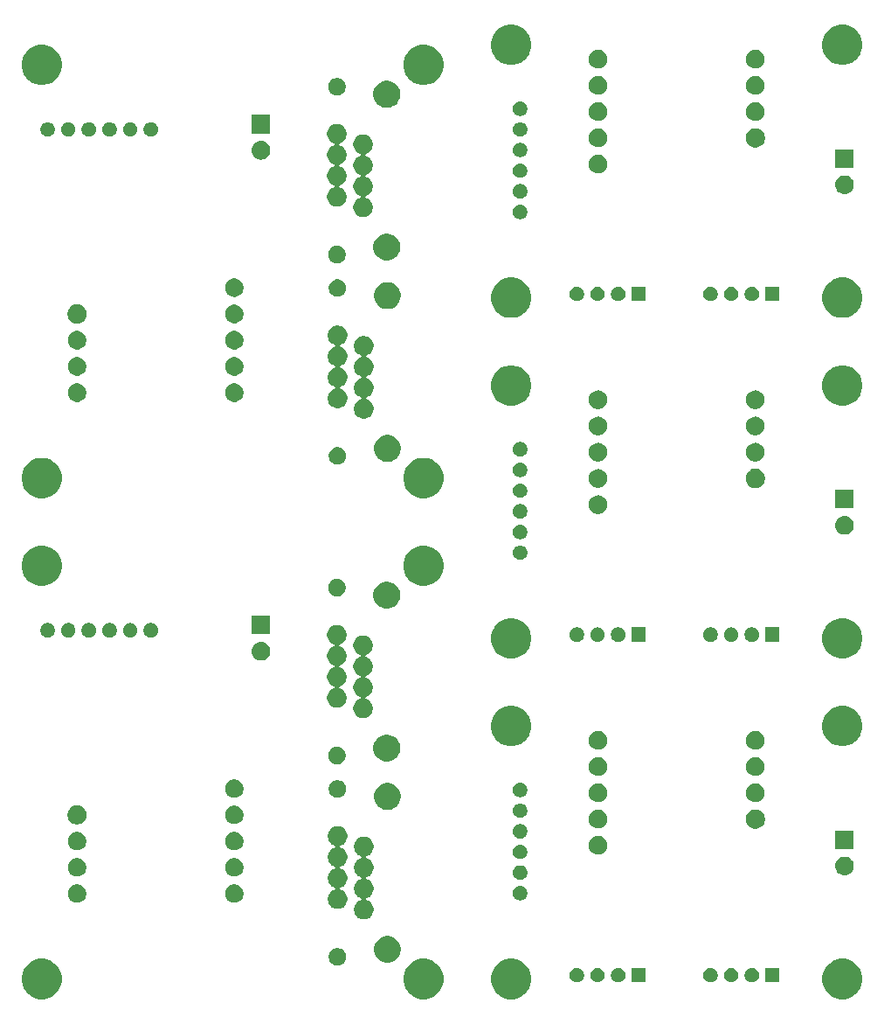
<source format=gts>
%MOIN*%
%OFA0B0*%
%FSLAX46Y46*%
%IPPOS*%
%LPD*%
%ADD10C,0.0039370078740157488*%
%ADD21C,0.0039370078740157488*%
%ADD22C,0.0039370078740157488*%
%ADD23C,0.0039370078740157488*%
%ADD24C,0.0039370078740157488*%
D10*
G36*
X0001597207Y0000191969D02*
G01*
X0001611186Y0000186179D01*
X0001611186Y0000186179D01*
X0001623767Y0000177773D01*
X0001634466Y0000167074D01*
X0001642872Y0000154493D01*
X0001642872Y0000154493D01*
X0001648662Y0000140515D01*
X0001651614Y0000125675D01*
X0001651614Y0000110544D01*
X0001648662Y0000095705D01*
X0001642872Y0000081726D01*
X0001642872Y0000081726D01*
X0001634466Y0000069146D01*
X0001623767Y0000058447D01*
X0001611186Y0000050041D01*
X0001611186Y0000050041D01*
X0001611186Y0000050041D01*
X0001597207Y0000044250D01*
X0001582368Y0000041299D01*
X0001567237Y0000041299D01*
X0001552398Y0000044250D01*
X0001538419Y0000050041D01*
X0001538419Y0000050041D01*
X0001538419Y0000050041D01*
X0001525838Y0000058447D01*
X0001515140Y0000069146D01*
X0001506734Y0000081726D01*
X0001506733Y0000081726D01*
X0001500943Y0000095705D01*
X0001497992Y0000110544D01*
X0001497992Y0000125675D01*
X0001500943Y0000140515D01*
X0001506733Y0000154493D01*
X0001506734Y0000154493D01*
X0001515140Y0000167074D01*
X0001525838Y0000177773D01*
X0001538419Y0000186179D01*
X0001538419Y0000186179D01*
X0001552398Y0000191969D01*
X0001567237Y0000194921D01*
X0001582368Y0000194921D01*
X0001597207Y0000191969D01*
X0001597207Y0000191969D01*
G37*
G36*
X0000140515Y0000191969D02*
G01*
X0000154493Y0000186179D01*
X0000154493Y0000186179D01*
X0000167074Y0000177773D01*
X0000177773Y0000167074D01*
X0000186179Y0000154493D01*
X0000186179Y0000154493D01*
X0000191969Y0000140515D01*
X0000194921Y0000125675D01*
X0000194921Y0000110544D01*
X0000191969Y0000095705D01*
X0000186179Y0000081726D01*
X0000186179Y0000081726D01*
X0000177773Y0000069146D01*
X0000167074Y0000058447D01*
X0000154493Y0000050041D01*
X0000154493Y0000050041D01*
X0000154493Y0000050041D01*
X0000140515Y0000044250D01*
X0000125675Y0000041299D01*
X0000110544Y0000041299D01*
X0000095705Y0000044250D01*
X0000081726Y0000050041D01*
X0000081726Y0000050041D01*
X0000081726Y0000050041D01*
X0000069146Y0000058447D01*
X0000058447Y0000069146D01*
X0000050041Y0000081726D01*
X0000050041Y0000081726D01*
X0000044250Y0000095705D01*
X0000041299Y0000110544D01*
X0000041299Y0000125675D01*
X0000044250Y0000140515D01*
X0000050041Y0000154493D01*
X0000050041Y0000154493D01*
X0000058447Y0000167074D01*
X0000069146Y0000177773D01*
X0000081726Y0000186179D01*
X0000081726Y0000186179D01*
X0000095705Y0000191969D01*
X0000110544Y0000194921D01*
X0000125675Y0000194921D01*
X0000140515Y0000191969D01*
X0000140515Y0000191969D01*
G37*
G36*
X0001256662Y0000234617D02*
G01*
X0001262759Y0000232092D01*
X0001268247Y0000228425D01*
X0001272913Y0000223759D01*
X0001276580Y0000218271D01*
X0001279106Y0000212174D01*
X0001280393Y0000205701D01*
X0001280393Y0000199101D01*
X0001279106Y0000192628D01*
X0001276580Y0000186531D01*
X0001272913Y0000181044D01*
X0001268247Y0000176377D01*
X0001262759Y0000172710D01*
X0001256662Y0000170185D01*
X0001250189Y0000168897D01*
X0001243589Y0000168897D01*
X0001237116Y0000170185D01*
X0001231019Y0000172710D01*
X0001225532Y0000176377D01*
X0001220865Y0000181044D01*
X0001217198Y0000186531D01*
X0001214673Y0000192628D01*
X0001213385Y0000199101D01*
X0001213385Y0000205701D01*
X0001214673Y0000212174D01*
X0001217198Y0000218271D01*
X0001220865Y0000223759D01*
X0001225532Y0000228425D01*
X0001231019Y0000232092D01*
X0001237116Y0000234617D01*
X0001243589Y0000235905D01*
X0001250189Y0000235905D01*
X0001256662Y0000234617D01*
X0001256662Y0000234617D01*
G37*
G36*
X0001452381Y0000280197D02*
G01*
X0001461702Y0000276335D01*
X0001461702Y0000276335D01*
X0001470092Y0000270730D01*
X0001477226Y0000263596D01*
X0001482831Y0000255206D01*
X0001486692Y0000245885D01*
X0001488661Y0000235989D01*
X0001488661Y0000225900D01*
X0001486692Y0000216004D01*
X0001485106Y0000212174D01*
X0001482831Y0000206682D01*
X0001477226Y0000198293D01*
X0001470092Y0000191159D01*
X0001461702Y0000185553D01*
X0001461702Y0000185553D01*
X0001461702Y0000185553D01*
X0001452381Y0000181692D01*
X0001442485Y0000179724D01*
X0001432396Y0000179724D01*
X0001422500Y0000181692D01*
X0001413178Y0000185553D01*
X0001413178Y0000185553D01*
X0001413178Y0000185553D01*
X0001404789Y0000191159D01*
X0001397655Y0000198293D01*
X0001392049Y0000206682D01*
X0001389775Y0000212174D01*
X0001388188Y0000216004D01*
X0001386220Y0000225900D01*
X0001386220Y0000235989D01*
X0001388188Y0000245885D01*
X0001392049Y0000255206D01*
X0001397655Y0000263596D01*
X0001404789Y0000270730D01*
X0001413178Y0000276335D01*
X0001413178Y0000276335D01*
X0001422500Y0000280197D01*
X0001432396Y0000282165D01*
X0001442485Y0000282165D01*
X0001452381Y0000280197D01*
X0001452381Y0000280197D01*
G37*
G36*
X0001357810Y0000658285D02*
G01*
X0001364624Y0000655463D01*
X0001364624Y0000655463D01*
X0001370756Y0000651365D01*
X0001375971Y0000646150D01*
X0001375972Y0000646150D01*
X0001380069Y0000640018D01*
X0001382891Y0000633204D01*
X0001384330Y0000625971D01*
X0001384330Y0000618595D01*
X0001382891Y0000611362D01*
X0001380069Y0000604548D01*
X0001380069Y0000604548D01*
X0001375971Y0000598416D01*
X0001370756Y0000593201D01*
X0001367669Y0000591138D01*
X0001364624Y0000589103D01*
X0001359135Y0000586830D01*
X0001358284Y0000586375D01*
X0001357538Y0000585763D01*
X0001356926Y0000585017D01*
X0001356472Y0000584166D01*
X0001356192Y0000583243D01*
X0001356097Y0000582283D01*
X0001356192Y0000581323D01*
X0001356472Y0000580400D01*
X0001356926Y0000579549D01*
X0001357538Y0000578803D01*
X0001358284Y0000578191D01*
X0001359135Y0000577736D01*
X0001364624Y0000575463D01*
X0001367669Y0000573428D01*
X0001370756Y0000571365D01*
X0001375971Y0000566150D01*
X0001375972Y0000566150D01*
X0001380069Y0000560018D01*
X0001382891Y0000553204D01*
X0001384330Y0000545971D01*
X0001384330Y0000538595D01*
X0001382891Y0000531362D01*
X0001380069Y0000524548D01*
X0001380069Y0000524548D01*
X0001375971Y0000518416D01*
X0001370756Y0000513201D01*
X0001367669Y0000511138D01*
X0001364624Y0000509103D01*
X0001359135Y0000506830D01*
X0001358284Y0000506375D01*
X0001357538Y0000505763D01*
X0001356926Y0000505017D01*
X0001356472Y0000504166D01*
X0001356192Y0000503243D01*
X0001356097Y0000502283D01*
X0001356192Y0000501323D01*
X0001356472Y0000500400D01*
X0001356926Y0000499549D01*
X0001357538Y0000498803D01*
X0001358284Y0000498191D01*
X0001359135Y0000497736D01*
X0001364624Y0000495463D01*
X0001364624Y0000495463D01*
X0001370756Y0000491365D01*
X0001375971Y0000486150D01*
X0001375972Y0000486150D01*
X0001380069Y0000480018D01*
X0001382891Y0000473204D01*
X0001384330Y0000465971D01*
X0001384330Y0000458595D01*
X0001382891Y0000451362D01*
X0001380069Y0000444548D01*
X0001380069Y0000444548D01*
X0001375971Y0000438416D01*
X0001370756Y0000433201D01*
X0001367669Y0000431138D01*
X0001364624Y0000429103D01*
X0001359135Y0000426830D01*
X0001358284Y0000426375D01*
X0001357538Y0000425763D01*
X0001356926Y0000425017D01*
X0001356472Y0000424166D01*
X0001356192Y0000423243D01*
X0001356097Y0000422283D01*
X0001356192Y0000421323D01*
X0001356472Y0000420400D01*
X0001356926Y0000419549D01*
X0001357538Y0000418803D01*
X0001358284Y0000418191D01*
X0001359135Y0000417736D01*
X0001364624Y0000415463D01*
X0001364624Y0000415463D01*
X0001370756Y0000411365D01*
X0001375971Y0000406150D01*
X0001375972Y0000406150D01*
X0001380069Y0000400018D01*
X0001382891Y0000393204D01*
X0001384330Y0000385971D01*
X0001384330Y0000378595D01*
X0001382891Y0000371362D01*
X0001380069Y0000364548D01*
X0001380069Y0000364548D01*
X0001375971Y0000358416D01*
X0001370756Y0000353201D01*
X0001367669Y0000351138D01*
X0001364624Y0000349103D01*
X0001357810Y0000346281D01*
X0001350577Y0000344842D01*
X0001343202Y0000344842D01*
X0001335968Y0000346281D01*
X0001329154Y0000349103D01*
X0001326109Y0000351138D01*
X0001323022Y0000353201D01*
X0001317807Y0000358416D01*
X0001313709Y0000364548D01*
X0001313709Y0000364548D01*
X0001310887Y0000371362D01*
X0001309448Y0000378595D01*
X0001309448Y0000385971D01*
X0001310887Y0000393204D01*
X0001313709Y0000400018D01*
X0001317807Y0000406150D01*
X0001317807Y0000406150D01*
X0001323022Y0000411365D01*
X0001329154Y0000415463D01*
X0001329154Y0000415463D01*
X0001334643Y0000417736D01*
X0001335494Y0000418191D01*
X0001336240Y0000418803D01*
X0001336852Y0000419549D01*
X0001337307Y0000420400D01*
X0001337587Y0000421323D01*
X0001337681Y0000422283D01*
X0001337587Y0000423243D01*
X0001337307Y0000424166D01*
X0001336852Y0000425017D01*
X0001336240Y0000425763D01*
X0001335494Y0000426375D01*
X0001334643Y0000426830D01*
X0001329154Y0000429103D01*
X0001326109Y0000431138D01*
X0001323022Y0000433201D01*
X0001317807Y0000438416D01*
X0001313709Y0000444548D01*
X0001313709Y0000444548D01*
X0001310887Y0000451362D01*
X0001309448Y0000458595D01*
X0001309448Y0000465971D01*
X0001310887Y0000473204D01*
X0001313709Y0000480018D01*
X0001317807Y0000486150D01*
X0001317807Y0000486150D01*
X0001323022Y0000491365D01*
X0001329154Y0000495463D01*
X0001329154Y0000495463D01*
X0001334643Y0000497736D01*
X0001335494Y0000498191D01*
X0001336240Y0000498803D01*
X0001336852Y0000499549D01*
X0001337307Y0000500400D01*
X0001337587Y0000501323D01*
X0001337681Y0000502283D01*
X0001337587Y0000503243D01*
X0001337307Y0000504166D01*
X0001336852Y0000505017D01*
X0001336240Y0000505763D01*
X0001335494Y0000506375D01*
X0001334643Y0000506830D01*
X0001329154Y0000509103D01*
X0001326109Y0000511138D01*
X0001323022Y0000513201D01*
X0001317807Y0000518416D01*
X0001313709Y0000524548D01*
X0001313709Y0000524548D01*
X0001310887Y0000531362D01*
X0001309448Y0000538595D01*
X0001309448Y0000545971D01*
X0001310887Y0000553204D01*
X0001313709Y0000560018D01*
X0001317807Y0000566150D01*
X0001317807Y0000566150D01*
X0001323022Y0000571365D01*
X0001326109Y0000573428D01*
X0001329154Y0000575463D01*
X0001334643Y0000577736D01*
X0001335494Y0000578191D01*
X0001336240Y0000578803D01*
X0001336852Y0000579549D01*
X0001337307Y0000580400D01*
X0001337587Y0000581323D01*
X0001337681Y0000582283D01*
X0001337587Y0000583243D01*
X0001337307Y0000584166D01*
X0001336852Y0000585017D01*
X0001336240Y0000585763D01*
X0001335494Y0000586375D01*
X0001334643Y0000586830D01*
X0001329154Y0000589103D01*
X0001326109Y0000591138D01*
X0001323022Y0000593201D01*
X0001317807Y0000598416D01*
X0001313709Y0000604548D01*
X0001313709Y0000604548D01*
X0001310887Y0000611362D01*
X0001309448Y0000618595D01*
X0001309448Y0000625971D01*
X0001310887Y0000633204D01*
X0001313709Y0000640018D01*
X0001317807Y0000646150D01*
X0001317807Y0000646150D01*
X0001323022Y0000651365D01*
X0001329154Y0000655463D01*
X0001329154Y0000655463D01*
X0001335968Y0000658285D01*
X0001343202Y0000659724D01*
X0001350577Y0000659724D01*
X0001357810Y0000658285D01*
X0001357810Y0000658285D01*
G37*
G36*
X0001257810Y0000698285D02*
G01*
X0001264624Y0000695463D01*
X0001264624Y0000695463D01*
X0001270756Y0000691365D01*
X0001275971Y0000686150D01*
X0001275972Y0000686150D01*
X0001280069Y0000680018D01*
X0001282891Y0000673204D01*
X0001284330Y0000665971D01*
X0001284330Y0000658595D01*
X0001282891Y0000651362D01*
X0001280069Y0000644548D01*
X0001280069Y0000644548D01*
X0001275971Y0000638416D01*
X0001270756Y0000633201D01*
X0001267669Y0000631138D01*
X0001264624Y0000629103D01*
X0001259135Y0000626830D01*
X0001258284Y0000626375D01*
X0001257538Y0000625763D01*
X0001256926Y0000625017D01*
X0001256472Y0000624166D01*
X0001256192Y0000623243D01*
X0001256097Y0000622283D01*
X0001256192Y0000621323D01*
X0001256472Y0000620400D01*
X0001256926Y0000619549D01*
X0001257538Y0000618803D01*
X0001258284Y0000618191D01*
X0001259135Y0000617736D01*
X0001264624Y0000615463D01*
X0001264624Y0000615463D01*
X0001270756Y0000611365D01*
X0001275971Y0000606150D01*
X0001275972Y0000606150D01*
X0001280069Y0000600018D01*
X0001282891Y0000593204D01*
X0001284330Y0000585971D01*
X0001284330Y0000578595D01*
X0001282891Y0000571362D01*
X0001280069Y0000564548D01*
X0001280069Y0000564548D01*
X0001275971Y0000558416D01*
X0001270756Y0000553201D01*
X0001267669Y0000551138D01*
X0001264624Y0000549103D01*
X0001259135Y0000546830D01*
X0001258284Y0000546375D01*
X0001257538Y0000545763D01*
X0001256926Y0000545017D01*
X0001256472Y0000544166D01*
X0001256192Y0000543243D01*
X0001256097Y0000542283D01*
X0001256192Y0000541323D01*
X0001256472Y0000540400D01*
X0001256926Y0000539549D01*
X0001257538Y0000538803D01*
X0001258284Y0000538191D01*
X0001259135Y0000537736D01*
X0001264624Y0000535463D01*
X0001264624Y0000535463D01*
X0001270756Y0000531365D01*
X0001275971Y0000526150D01*
X0001275972Y0000526150D01*
X0001280069Y0000520018D01*
X0001282891Y0000513204D01*
X0001284330Y0000505971D01*
X0001284330Y0000498595D01*
X0001282891Y0000491362D01*
X0001280069Y0000484548D01*
X0001280069Y0000484548D01*
X0001275971Y0000478416D01*
X0001270756Y0000473201D01*
X0001267960Y0000471332D01*
X0001264624Y0000469103D01*
X0001259135Y0000466830D01*
X0001258284Y0000466375D01*
X0001257538Y0000465763D01*
X0001256926Y0000465017D01*
X0001256472Y0000464166D01*
X0001256192Y0000463243D01*
X0001256097Y0000462283D01*
X0001256192Y0000461323D01*
X0001256472Y0000460400D01*
X0001256926Y0000459549D01*
X0001257538Y0000458803D01*
X0001258284Y0000458191D01*
X0001259135Y0000457736D01*
X0001264624Y0000455463D01*
X0001264624Y0000455463D01*
X0001270756Y0000451365D01*
X0001275971Y0000446150D01*
X0001275972Y0000446150D01*
X0001280069Y0000440018D01*
X0001282891Y0000433204D01*
X0001284330Y0000425971D01*
X0001284330Y0000418595D01*
X0001282891Y0000411362D01*
X0001280069Y0000404548D01*
X0001280069Y0000404548D01*
X0001275971Y0000398416D01*
X0001270756Y0000393201D01*
X0001267669Y0000391138D01*
X0001264624Y0000389103D01*
X0001257810Y0000386281D01*
X0001250577Y0000384842D01*
X0001243202Y0000384842D01*
X0001235968Y0000386281D01*
X0001229154Y0000389103D01*
X0001226109Y0000391138D01*
X0001223022Y0000393201D01*
X0001217807Y0000398416D01*
X0001213709Y0000404548D01*
X0001213709Y0000404548D01*
X0001210887Y0000411362D01*
X0001209448Y0000418595D01*
X0001209448Y0000425971D01*
X0001210887Y0000433204D01*
X0001213709Y0000440018D01*
X0001217807Y0000446150D01*
X0001217807Y0000446150D01*
X0001223022Y0000451365D01*
X0001229154Y0000455463D01*
X0001229154Y0000455463D01*
X0001234643Y0000457736D01*
X0001235494Y0000458191D01*
X0001236240Y0000458803D01*
X0001236852Y0000459549D01*
X0001237307Y0000460400D01*
X0001237587Y0000461323D01*
X0001237681Y0000462283D01*
X0001237587Y0000463243D01*
X0001237307Y0000464166D01*
X0001236852Y0000465017D01*
X0001236240Y0000465763D01*
X0001235494Y0000466375D01*
X0001234643Y0000466830D01*
X0001229154Y0000469103D01*
X0001225818Y0000471332D01*
X0001223022Y0000473201D01*
X0001217807Y0000478416D01*
X0001213709Y0000484548D01*
X0001213709Y0000484548D01*
X0001210887Y0000491362D01*
X0001209448Y0000498595D01*
X0001209448Y0000505971D01*
X0001210887Y0000513204D01*
X0001213709Y0000520018D01*
X0001217807Y0000526150D01*
X0001217807Y0000526150D01*
X0001223022Y0000531365D01*
X0001229154Y0000535463D01*
X0001229154Y0000535463D01*
X0001234643Y0000537736D01*
X0001235494Y0000538191D01*
X0001236240Y0000538803D01*
X0001236852Y0000539549D01*
X0001237307Y0000540400D01*
X0001237587Y0000541323D01*
X0001237681Y0000542283D01*
X0001237587Y0000543243D01*
X0001237307Y0000544166D01*
X0001236852Y0000545017D01*
X0001236240Y0000545763D01*
X0001235494Y0000546375D01*
X0001234643Y0000546830D01*
X0001229154Y0000549103D01*
X0001226109Y0000551138D01*
X0001223022Y0000553201D01*
X0001217807Y0000558416D01*
X0001213709Y0000564548D01*
X0001213709Y0000564548D01*
X0001210887Y0000571362D01*
X0001209448Y0000578595D01*
X0001209448Y0000585971D01*
X0001210887Y0000593204D01*
X0001213709Y0000600018D01*
X0001217807Y0000606150D01*
X0001217807Y0000606150D01*
X0001223022Y0000611365D01*
X0001229154Y0000615463D01*
X0001229154Y0000615463D01*
X0001234643Y0000617736D01*
X0001235494Y0000618191D01*
X0001236240Y0000618803D01*
X0001236852Y0000619549D01*
X0001237307Y0000620400D01*
X0001237587Y0000621323D01*
X0001237681Y0000622283D01*
X0001237587Y0000623243D01*
X0001237307Y0000624166D01*
X0001236852Y0000625017D01*
X0001236240Y0000625763D01*
X0001235494Y0000626375D01*
X0001234643Y0000626830D01*
X0001229154Y0000629103D01*
X0001226109Y0000631138D01*
X0001223022Y0000633201D01*
X0001217807Y0000638416D01*
X0001213709Y0000644548D01*
X0001213709Y0000644548D01*
X0001210887Y0000651362D01*
X0001209448Y0000658595D01*
X0001209448Y0000665971D01*
X0001210887Y0000673204D01*
X0001213709Y0000680018D01*
X0001217807Y0000686150D01*
X0001217807Y0000686150D01*
X0001223022Y0000691365D01*
X0001229154Y0000695463D01*
X0001229154Y0000695463D01*
X0001235968Y0000698285D01*
X0001243202Y0000699724D01*
X0001250577Y0000699724D01*
X0001257810Y0000698285D01*
X0001257810Y0000698285D01*
G37*
G36*
X0000857500Y0000479057D02*
G01*
X0000863378Y0000477888D01*
X0000869833Y0000475214D01*
X0000875643Y0000471332D01*
X0000880584Y0000466391D01*
X0000884466Y0000460582D01*
X0000887140Y0000454126D01*
X0000888503Y0000447273D01*
X0000888503Y0000440285D01*
X0000887140Y0000433432D01*
X0000884466Y0000426977D01*
X0000880584Y0000421167D01*
X0000875643Y0000416226D01*
X0000869833Y0000412344D01*
X0000863378Y0000409670D01*
X0000857500Y0000408501D01*
X0000856525Y0000408307D01*
X0000849537Y0000408307D01*
X0000848562Y0000408501D01*
X0000842684Y0000409670D01*
X0000836228Y0000412344D01*
X0000830419Y0000416226D01*
X0000825478Y0000421167D01*
X0000821596Y0000426977D01*
X0000818922Y0000433432D01*
X0000817558Y0000440285D01*
X0000817558Y0000447273D01*
X0000818922Y0000454126D01*
X0000821596Y0000460582D01*
X0000825478Y0000466391D01*
X0000830419Y0000471332D01*
X0000836228Y0000475214D01*
X0000842684Y0000477888D01*
X0000848562Y0000479057D01*
X0000849537Y0000479251D01*
X0000856525Y0000479251D01*
X0000857500Y0000479057D01*
X0000857500Y0000479057D01*
G37*
G36*
X0000257500Y0000479057D02*
G01*
X0000263378Y0000477888D01*
X0000269833Y0000475214D01*
X0000275643Y0000471332D01*
X0000280584Y0000466391D01*
X0000284466Y0000460582D01*
X0000287140Y0000454126D01*
X0000288503Y0000447273D01*
X0000288503Y0000440285D01*
X0000287140Y0000433432D01*
X0000284466Y0000426977D01*
X0000280584Y0000421167D01*
X0000275643Y0000416226D01*
X0000269833Y0000412344D01*
X0000263378Y0000409670D01*
X0000257500Y0000408501D01*
X0000256525Y0000408307D01*
X0000249537Y0000408307D01*
X0000248562Y0000408501D01*
X0000242684Y0000409670D01*
X0000236228Y0000412344D01*
X0000230419Y0000416226D01*
X0000225478Y0000421167D01*
X0000221596Y0000426977D01*
X0000218922Y0000433432D01*
X0000217558Y0000440285D01*
X0000217558Y0000447273D01*
X0000218922Y0000454126D01*
X0000221596Y0000460582D01*
X0000225478Y0000466391D01*
X0000230419Y0000471332D01*
X0000236228Y0000475214D01*
X0000242684Y0000477888D01*
X0000248562Y0000479057D01*
X0000249537Y0000479251D01*
X0000256525Y0000479251D01*
X0000257500Y0000479057D01*
X0000257500Y0000479057D01*
G37*
G36*
X0000857500Y0000579057D02*
G01*
X0000863378Y0000577888D01*
X0000869833Y0000575214D01*
X0000875643Y0000571332D01*
X0000880584Y0000566391D01*
X0000884466Y0000560582D01*
X0000887140Y0000554126D01*
X0000888503Y0000547273D01*
X0000888503Y0000540285D01*
X0000887140Y0000533432D01*
X0000884466Y0000526977D01*
X0000880584Y0000521167D01*
X0000875643Y0000516226D01*
X0000869833Y0000512344D01*
X0000863378Y0000509670D01*
X0000857500Y0000508501D01*
X0000856525Y0000508307D01*
X0000849537Y0000508307D01*
X0000848562Y0000508501D01*
X0000842684Y0000509670D01*
X0000836228Y0000512344D01*
X0000830419Y0000516226D01*
X0000825478Y0000521167D01*
X0000821596Y0000526977D01*
X0000818922Y0000533432D01*
X0000817558Y0000540285D01*
X0000817558Y0000547273D01*
X0000818922Y0000554126D01*
X0000821596Y0000560582D01*
X0000825478Y0000566391D01*
X0000830419Y0000571332D01*
X0000836228Y0000575214D01*
X0000842684Y0000577888D01*
X0000848562Y0000579057D01*
X0000849537Y0000579251D01*
X0000856525Y0000579251D01*
X0000857500Y0000579057D01*
X0000857500Y0000579057D01*
G37*
G36*
X0000257500Y0000579057D02*
G01*
X0000263378Y0000577888D01*
X0000269833Y0000575214D01*
X0000275643Y0000571332D01*
X0000280584Y0000566391D01*
X0000284466Y0000560582D01*
X0000287140Y0000554126D01*
X0000288503Y0000547273D01*
X0000288503Y0000540285D01*
X0000287140Y0000533432D01*
X0000284466Y0000526977D01*
X0000280584Y0000521167D01*
X0000275643Y0000516226D01*
X0000269833Y0000512344D01*
X0000263378Y0000509670D01*
X0000257500Y0000508501D01*
X0000256525Y0000508307D01*
X0000249537Y0000508307D01*
X0000248562Y0000508501D01*
X0000242684Y0000509670D01*
X0000236228Y0000512344D01*
X0000230419Y0000516226D01*
X0000225478Y0000521167D01*
X0000221596Y0000526977D01*
X0000218922Y0000533432D01*
X0000217558Y0000540285D01*
X0000217558Y0000547273D01*
X0000218922Y0000554126D01*
X0000221596Y0000560582D01*
X0000225478Y0000566391D01*
X0000230419Y0000571332D01*
X0000236228Y0000575214D01*
X0000242684Y0000577888D01*
X0000248562Y0000579057D01*
X0000249537Y0000579251D01*
X0000256525Y0000579251D01*
X0000257500Y0000579057D01*
X0000257500Y0000579057D01*
G37*
G36*
X0000857500Y0000679057D02*
G01*
X0000863378Y0000677888D01*
X0000869833Y0000675214D01*
X0000875643Y0000671332D01*
X0000880584Y0000666391D01*
X0000884466Y0000660582D01*
X0000887140Y0000654126D01*
X0000888503Y0000647273D01*
X0000888503Y0000640285D01*
X0000887140Y0000633432D01*
X0000884466Y0000626977D01*
X0000880584Y0000621167D01*
X0000875643Y0000616226D01*
X0000869833Y0000612344D01*
X0000863378Y0000609670D01*
X0000857500Y0000608501D01*
X0000856525Y0000608307D01*
X0000849537Y0000608307D01*
X0000848562Y0000608501D01*
X0000842684Y0000609670D01*
X0000836228Y0000612344D01*
X0000830419Y0000616226D01*
X0000825478Y0000621167D01*
X0000821596Y0000626977D01*
X0000818922Y0000633432D01*
X0000817558Y0000640285D01*
X0000817558Y0000647273D01*
X0000818922Y0000654126D01*
X0000821596Y0000660582D01*
X0000825478Y0000666391D01*
X0000830419Y0000671332D01*
X0000836228Y0000675214D01*
X0000842684Y0000677888D01*
X0000848562Y0000679057D01*
X0000849537Y0000679251D01*
X0000856525Y0000679251D01*
X0000857500Y0000679057D01*
X0000857500Y0000679057D01*
G37*
G36*
X0000257500Y0000679057D02*
G01*
X0000263378Y0000677888D01*
X0000269833Y0000675214D01*
X0000275643Y0000671332D01*
X0000280584Y0000666391D01*
X0000284466Y0000660582D01*
X0000287140Y0000654126D01*
X0000288503Y0000647273D01*
X0000288503Y0000640285D01*
X0000287140Y0000633432D01*
X0000284466Y0000626977D01*
X0000280584Y0000621167D01*
X0000275643Y0000616226D01*
X0000269833Y0000612344D01*
X0000263378Y0000609670D01*
X0000257500Y0000608501D01*
X0000256525Y0000608307D01*
X0000249537Y0000608307D01*
X0000248562Y0000608501D01*
X0000242684Y0000609670D01*
X0000236228Y0000612344D01*
X0000230419Y0000616226D01*
X0000225478Y0000621167D01*
X0000221596Y0000626977D01*
X0000218922Y0000633432D01*
X0000217558Y0000640285D01*
X0000217558Y0000647273D01*
X0000218922Y0000654126D01*
X0000221596Y0000660582D01*
X0000225478Y0000666391D01*
X0000230419Y0000671332D01*
X0000236228Y0000675214D01*
X0000242684Y0000677888D01*
X0000248562Y0000679057D01*
X0000249537Y0000679251D01*
X0000256525Y0000679251D01*
X0000257500Y0000679057D01*
X0000257500Y0000679057D01*
G37*
G36*
X0000263815Y0000779331D02*
G01*
X0000270544Y0000776544D01*
X0000270544Y0000776544D01*
X0000276599Y0000772497D01*
X0000281749Y0000767348D01*
X0000283739Y0000764369D01*
X0000285796Y0000761292D01*
X0000288583Y0000754563D01*
X0000290003Y0000747421D01*
X0000290003Y0000740137D01*
X0000288583Y0000732995D01*
X0000285796Y0000726266D01*
X0000285795Y0000726266D01*
X0000281749Y0000720210D01*
X0000276599Y0000715061D01*
X0000270544Y0000711014D01*
X0000270544Y0000711014D01*
X0000270544Y0000711014D01*
X0000263815Y0000708227D01*
X0000256672Y0000706807D01*
X0000249389Y0000706807D01*
X0000242246Y0000708227D01*
X0000235518Y0000711014D01*
X0000235518Y0000711014D01*
X0000235518Y0000711014D01*
X0000229462Y0000715061D01*
X0000224313Y0000720210D01*
X0000220266Y0000726266D01*
X0000220266Y0000726266D01*
X0000217479Y0000732995D01*
X0000216058Y0000740137D01*
X0000216058Y0000747421D01*
X0000217479Y0000754563D01*
X0000220266Y0000761292D01*
X0000222323Y0000764369D01*
X0000224313Y0000767348D01*
X0000229462Y0000772497D01*
X0000235518Y0000776544D01*
X0000235518Y0000776544D01*
X0000242246Y0000779331D01*
X0000249389Y0000780751D01*
X0000256672Y0000780751D01*
X0000263815Y0000779331D01*
X0000263815Y0000779331D01*
G37*
G36*
X0000857500Y0000779057D02*
G01*
X0000863378Y0000777888D01*
X0000869833Y0000775214D01*
X0000875643Y0000771332D01*
X0000880584Y0000766391D01*
X0000884466Y0000760582D01*
X0000887140Y0000754126D01*
X0000888503Y0000747273D01*
X0000888503Y0000740285D01*
X0000887140Y0000733432D01*
X0000884466Y0000726976D01*
X0000880584Y0000721167D01*
X0000875643Y0000716226D01*
X0000869833Y0000712344D01*
X0000863378Y0000709670D01*
X0000857500Y0000708501D01*
X0000856525Y0000708307D01*
X0000849537Y0000708307D01*
X0000848562Y0000708501D01*
X0000842684Y0000709670D01*
X0000836228Y0000712344D01*
X0000830419Y0000716226D01*
X0000825478Y0000721167D01*
X0000821596Y0000726976D01*
X0000818922Y0000733432D01*
X0000817558Y0000740285D01*
X0000817558Y0000747273D01*
X0000818922Y0000754126D01*
X0000821596Y0000760582D01*
X0000825478Y0000766391D01*
X0000830419Y0000771332D01*
X0000836228Y0000775214D01*
X0000842684Y0000777888D01*
X0000848562Y0000779057D01*
X0000849537Y0000779251D01*
X0000856525Y0000779251D01*
X0000857500Y0000779057D01*
X0000857500Y0000779057D01*
G37*
G36*
X0001452381Y0000862874D02*
G01*
X0001461702Y0000859013D01*
X0001461702Y0000859013D01*
X0001469016Y0000854126D01*
X0001470092Y0000853407D01*
X0001477226Y0000846273D01*
X0001482831Y0000837883D01*
X0001486692Y0000828562D01*
X0001488661Y0000818666D01*
X0001488661Y0000808577D01*
X0001486692Y0000798681D01*
X0001482831Y0000789360D01*
X0001482831Y0000789360D01*
X0001477226Y0000780970D01*
X0001470092Y0000773836D01*
X0001461702Y0000768231D01*
X0001461702Y0000768231D01*
X0001461702Y0000768231D01*
X0001452381Y0000764369D01*
X0001442485Y0000762401D01*
X0001432396Y0000762401D01*
X0001422500Y0000764369D01*
X0001413178Y0000768231D01*
X0001413178Y0000768231D01*
X0001413178Y0000768231D01*
X0001404789Y0000773836D01*
X0001397655Y0000780970D01*
X0001392049Y0000789360D01*
X0001392049Y0000789360D01*
X0001388188Y0000798681D01*
X0001386220Y0000808577D01*
X0001386220Y0000818666D01*
X0001388188Y0000828562D01*
X0001392049Y0000837883D01*
X0001397655Y0000846273D01*
X0001404789Y0000853407D01*
X0001405865Y0000854126D01*
X0001413178Y0000859013D01*
X0001413178Y0000859013D01*
X0001422500Y0000862874D01*
X0001432396Y0000864842D01*
X0001442485Y0000864842D01*
X0001452381Y0000862874D01*
X0001452381Y0000862874D01*
G37*
G36*
X0000857500Y0000879057D02*
G01*
X0000863378Y0000877888D01*
X0000869833Y0000875214D01*
X0000875643Y0000871332D01*
X0000880584Y0000866391D01*
X0000884466Y0000860582D01*
X0000887140Y0000854126D01*
X0000888503Y0000847273D01*
X0000888503Y0000840285D01*
X0000887140Y0000833432D01*
X0000884466Y0000826977D01*
X0000880584Y0000821167D01*
X0000875643Y0000816226D01*
X0000869833Y0000812344D01*
X0000863378Y0000809670D01*
X0000857883Y0000808577D01*
X0000856525Y0000808307D01*
X0000849537Y0000808307D01*
X0000848179Y0000808577D01*
X0000842684Y0000809670D01*
X0000836228Y0000812344D01*
X0000830419Y0000816226D01*
X0000825478Y0000821167D01*
X0000821596Y0000826977D01*
X0000818922Y0000833432D01*
X0000817558Y0000840285D01*
X0000817558Y0000847273D01*
X0000818922Y0000854126D01*
X0000821596Y0000860582D01*
X0000825478Y0000866391D01*
X0000830419Y0000871332D01*
X0000836228Y0000875214D01*
X0000842684Y0000877888D01*
X0000848562Y0000879057D01*
X0000849537Y0000879251D01*
X0000856525Y0000879251D01*
X0000857500Y0000879057D01*
X0000857500Y0000879057D01*
G37*
G36*
X0001256662Y0000874381D02*
G01*
X0001262759Y0000871856D01*
X0001268247Y0000868189D01*
X0001272913Y0000863522D01*
X0001276580Y0000858035D01*
X0001279106Y0000851938D01*
X0001280393Y0000845465D01*
X0001280393Y0000838865D01*
X0001279106Y0000832392D01*
X0001276580Y0000826295D01*
X0001272913Y0000820807D01*
X0001268247Y0000816141D01*
X0001262759Y0000812474D01*
X0001256662Y0000809948D01*
X0001250189Y0000808661D01*
X0001243589Y0000808661D01*
X0001237116Y0000809948D01*
X0001231019Y0000812474D01*
X0001225532Y0000816141D01*
X0001220865Y0000820807D01*
X0001217198Y0000826295D01*
X0001214673Y0000832392D01*
X0001213385Y0000838865D01*
X0001213385Y0000845465D01*
X0001214673Y0000851938D01*
X0001217198Y0000858035D01*
X0001220865Y0000863522D01*
X0001225532Y0000868189D01*
X0001231019Y0000871856D01*
X0001237116Y0000874381D01*
X0001243589Y0000875669D01*
X0001250189Y0000875669D01*
X0001256662Y0000874381D01*
X0001256662Y0000874381D01*
G37*
G36*
X0001254182Y0001002098D02*
G01*
X0001260279Y0000999572D01*
X0001265766Y0000995906D01*
X0001270433Y0000991239D01*
X0001274100Y0000985751D01*
X0001276625Y0000979654D01*
X0001277913Y0000973181D01*
X0001277913Y0000966582D01*
X0001276625Y0000960109D01*
X0001274100Y0000954011D01*
X0001270433Y0000948524D01*
X0001265766Y0000943857D01*
X0001260279Y0000940191D01*
X0001254182Y0000937665D01*
X0001247709Y0000936377D01*
X0001241109Y0000936377D01*
X0001234636Y0000937665D01*
X0001228539Y0000940191D01*
X0001223051Y0000943857D01*
X0001218385Y0000948524D01*
X0001214718Y0000954011D01*
X0001212192Y0000960109D01*
X0001210905Y0000966582D01*
X0001210905Y0000973181D01*
X0001212192Y0000979654D01*
X0001214718Y0000985751D01*
X0001218385Y0000991239D01*
X0001223051Y0000995906D01*
X0001228539Y0000999572D01*
X0001234636Y0001002098D01*
X0001241109Y0001003385D01*
X0001247709Y0001003385D01*
X0001254182Y0001002098D01*
X0001254182Y0001002098D01*
G37*
G36*
X0001449900Y0001047677D02*
G01*
X0001459222Y0001043816D01*
X0001459222Y0001043816D01*
X0001467611Y0001038210D01*
X0001474746Y0001031076D01*
X0001480351Y0001022687D01*
X0001484212Y0001013365D01*
X0001486181Y0001003470D01*
X0001486181Y0000993380D01*
X0001484212Y0000983484D01*
X0001482626Y0000979654D01*
X0001480351Y0000974163D01*
X0001474746Y0000965774D01*
X0001467611Y0000958639D01*
X0001459222Y0000953034D01*
X0001459222Y0000953034D01*
X0001459222Y0000953034D01*
X0001449900Y0000949173D01*
X0001440005Y0000947204D01*
X0001429915Y0000947204D01*
X0001420020Y0000949173D01*
X0001410698Y0000953034D01*
X0001410698Y0000953034D01*
X0001410698Y0000953034D01*
X0001402309Y0000958639D01*
X0001395175Y0000965774D01*
X0001389569Y0000974163D01*
X0001387294Y0000979654D01*
X0001385708Y0000983484D01*
X0001383740Y0000993380D01*
X0001383740Y0001003470D01*
X0001385708Y0001013365D01*
X0001389569Y0001022687D01*
X0001395175Y0001031076D01*
X0001402309Y0001038210D01*
X0001410698Y0001043816D01*
X0001410698Y0001043816D01*
X0001420020Y0001047677D01*
X0001429915Y0001049645D01*
X0001440005Y0001049645D01*
X0001449900Y0001047677D01*
X0001449900Y0001047677D01*
G37*
G36*
X0001355330Y0001425765D02*
G01*
X0001362144Y0001422943D01*
X0001362144Y0001422943D01*
X0001368276Y0001418846D01*
X0001373491Y0001413630D01*
X0001373491Y0001413630D01*
X0001377589Y0001407498D01*
X0001380411Y0001400684D01*
X0001381850Y0001393451D01*
X0001381850Y0001386076D01*
X0001380411Y0001378842D01*
X0001377589Y0001372028D01*
X0001377589Y0001372028D01*
X0001373491Y0001365896D01*
X0001368276Y0001360681D01*
X0001367720Y0001360310D01*
X0001362144Y0001356584D01*
X0001356655Y0001354310D01*
X0001355804Y0001353855D01*
X0001355058Y0001353243D01*
X0001354446Y0001352497D01*
X0001353991Y0001351647D01*
X0001353711Y0001350723D01*
X0001353617Y0001349763D01*
X0001353711Y0001348803D01*
X0001353991Y0001347880D01*
X0001354446Y0001347029D01*
X0001355058Y0001346283D01*
X0001355804Y0001345671D01*
X0001356655Y0001345217D01*
X0001362144Y0001342943D01*
X0001365189Y0001340908D01*
X0001368276Y0001338846D01*
X0001373491Y0001333630D01*
X0001373491Y0001333630D01*
X0001377589Y0001327498D01*
X0001380411Y0001320684D01*
X0001381850Y0001313451D01*
X0001381850Y0001306076D01*
X0001380411Y0001298842D01*
X0001377589Y0001292028D01*
X0001377589Y0001292028D01*
X0001373491Y0001285896D01*
X0001368276Y0001280681D01*
X0001365189Y0001278618D01*
X0001362144Y0001276584D01*
X0001356655Y0001274310D01*
X0001355804Y0001273855D01*
X0001355058Y0001273243D01*
X0001354446Y0001272497D01*
X0001353991Y0001271647D01*
X0001353711Y0001270723D01*
X0001353617Y0001269763D01*
X0001353711Y0001268803D01*
X0001353991Y0001267880D01*
X0001354446Y0001267029D01*
X0001355058Y0001266283D01*
X0001355804Y0001265671D01*
X0001356655Y0001265217D01*
X0001362144Y0001262943D01*
X0001362144Y0001262943D01*
X0001368276Y0001258846D01*
X0001373491Y0001253630D01*
X0001373491Y0001253630D01*
X0001377589Y0001247498D01*
X0001380411Y0001240684D01*
X0001381850Y0001233451D01*
X0001381850Y0001226076D01*
X0001380411Y0001218842D01*
X0001377589Y0001212028D01*
X0001377589Y0001212028D01*
X0001373491Y0001205896D01*
X0001368276Y0001200681D01*
X0001365189Y0001198618D01*
X0001362144Y0001196584D01*
X0001356655Y0001194310D01*
X0001355804Y0001193855D01*
X0001355058Y0001193243D01*
X0001354446Y0001192497D01*
X0001353991Y0001191647D01*
X0001353711Y0001190723D01*
X0001353617Y0001189763D01*
X0001353711Y0001188803D01*
X0001353991Y0001187880D01*
X0001354446Y0001187029D01*
X0001355058Y0001186283D01*
X0001355804Y0001185671D01*
X0001356655Y0001185217D01*
X0001362144Y0001182943D01*
X0001362144Y0001182943D01*
X0001368276Y0001178846D01*
X0001373491Y0001173630D01*
X0001373491Y0001173630D01*
X0001377589Y0001167498D01*
X0001380411Y0001160684D01*
X0001381850Y0001153451D01*
X0001381850Y0001146076D01*
X0001380411Y0001138842D01*
X0001377589Y0001132028D01*
X0001377589Y0001132028D01*
X0001373491Y0001125896D01*
X0001368276Y0001120681D01*
X0001365189Y0001118618D01*
X0001362144Y0001116583D01*
X0001355330Y0001113761D01*
X0001348097Y0001112322D01*
X0001340721Y0001112322D01*
X0001333488Y0001113761D01*
X0001326674Y0001116583D01*
X0001323629Y0001118618D01*
X0001320542Y0001120681D01*
X0001315327Y0001125896D01*
X0001311229Y0001132028D01*
X0001311229Y0001132028D01*
X0001308407Y0001138842D01*
X0001306968Y0001146076D01*
X0001306968Y0001153451D01*
X0001308407Y0001160684D01*
X0001311229Y0001167498D01*
X0001315327Y0001173630D01*
X0001315327Y0001173630D01*
X0001320542Y0001178846D01*
X0001326674Y0001182943D01*
X0001326674Y0001182943D01*
X0001332163Y0001185217D01*
X0001333014Y0001185671D01*
X0001333760Y0001186283D01*
X0001334372Y0001187029D01*
X0001334826Y0001187880D01*
X0001335106Y0001188803D01*
X0001335201Y0001189763D01*
X0001335106Y0001190723D01*
X0001334826Y0001191647D01*
X0001334372Y0001192497D01*
X0001333760Y0001193243D01*
X0001333014Y0001193855D01*
X0001332163Y0001194310D01*
X0001326674Y0001196584D01*
X0001323629Y0001198618D01*
X0001320542Y0001200681D01*
X0001315327Y0001205896D01*
X0001311229Y0001212028D01*
X0001311229Y0001212028D01*
X0001308407Y0001218842D01*
X0001306968Y0001226076D01*
X0001306968Y0001233451D01*
X0001308407Y0001240684D01*
X0001311229Y0001247498D01*
X0001315327Y0001253630D01*
X0001315327Y0001253630D01*
X0001320542Y0001258846D01*
X0001326674Y0001262943D01*
X0001326674Y0001262943D01*
X0001332163Y0001265217D01*
X0001333014Y0001265671D01*
X0001333760Y0001266283D01*
X0001334372Y0001267029D01*
X0001334826Y0001267880D01*
X0001335106Y0001268803D01*
X0001335201Y0001269763D01*
X0001335106Y0001270723D01*
X0001334826Y0001271647D01*
X0001334372Y0001272497D01*
X0001333760Y0001273243D01*
X0001333014Y0001273855D01*
X0001332163Y0001274310D01*
X0001326674Y0001276584D01*
X0001323629Y0001278618D01*
X0001320542Y0001280681D01*
X0001315327Y0001285896D01*
X0001311229Y0001292028D01*
X0001311229Y0001292028D01*
X0001308407Y0001298842D01*
X0001306968Y0001306076D01*
X0001306968Y0001313451D01*
X0001308407Y0001320684D01*
X0001311229Y0001327498D01*
X0001315327Y0001333630D01*
X0001315327Y0001333630D01*
X0001320542Y0001338846D01*
X0001323629Y0001340908D01*
X0001326674Y0001342943D01*
X0001332163Y0001345217D01*
X0001333014Y0001345671D01*
X0001333760Y0001346283D01*
X0001334372Y0001347029D01*
X0001334826Y0001347880D01*
X0001335106Y0001348803D01*
X0001335201Y0001349763D01*
X0001335106Y0001350723D01*
X0001334826Y0001351647D01*
X0001334372Y0001352497D01*
X0001333760Y0001353243D01*
X0001333014Y0001353855D01*
X0001332163Y0001354310D01*
X0001326674Y0001356584D01*
X0001321098Y0001360310D01*
X0001320542Y0001360681D01*
X0001315327Y0001365896D01*
X0001311229Y0001372028D01*
X0001311229Y0001372028D01*
X0001308407Y0001378842D01*
X0001306968Y0001386076D01*
X0001306968Y0001393451D01*
X0001308407Y0001400684D01*
X0001311229Y0001407498D01*
X0001315327Y0001413630D01*
X0001315327Y0001413630D01*
X0001320542Y0001418846D01*
X0001326674Y0001422943D01*
X0001326674Y0001422943D01*
X0001333488Y0001425765D01*
X0001340721Y0001427204D01*
X0001348097Y0001427204D01*
X0001355330Y0001425765D01*
X0001355330Y0001425765D01*
G37*
G36*
X0001255330Y0001465765D02*
G01*
X0001262144Y0001462943D01*
X0001262144Y0001462943D01*
X0001268276Y0001458846D01*
X0001273491Y0001453630D01*
X0001273491Y0001453630D01*
X0001277589Y0001447498D01*
X0001280411Y0001440684D01*
X0001281850Y0001433451D01*
X0001281850Y0001426076D01*
X0001280411Y0001418842D01*
X0001277589Y0001412028D01*
X0001277589Y0001412028D01*
X0001273491Y0001405896D01*
X0001268276Y0001400681D01*
X0001267547Y0001400194D01*
X0001262144Y0001396584D01*
X0001256655Y0001394310D01*
X0001255804Y0001393855D01*
X0001255058Y0001393243D01*
X0001254446Y0001392497D01*
X0001253991Y0001391647D01*
X0001253711Y0001390723D01*
X0001253617Y0001389763D01*
X0001253711Y0001388803D01*
X0001253991Y0001387880D01*
X0001254446Y0001387029D01*
X0001255058Y0001386283D01*
X0001255804Y0001385671D01*
X0001256655Y0001385217D01*
X0001262144Y0001382943D01*
X0001262144Y0001382943D01*
X0001268276Y0001378846D01*
X0001273491Y0001373630D01*
X0001273491Y0001373630D01*
X0001277589Y0001367498D01*
X0001280411Y0001360684D01*
X0001281850Y0001353451D01*
X0001281850Y0001346076D01*
X0001280411Y0001338842D01*
X0001277589Y0001332028D01*
X0001277589Y0001332028D01*
X0001273491Y0001325896D01*
X0001268276Y0001320681D01*
X0001265189Y0001318618D01*
X0001262144Y0001316584D01*
X0001256655Y0001314310D01*
X0001255804Y0001313855D01*
X0001255058Y0001313243D01*
X0001254446Y0001312497D01*
X0001253991Y0001311647D01*
X0001253711Y0001310723D01*
X0001253617Y0001309763D01*
X0001253711Y0001308803D01*
X0001253991Y0001307880D01*
X0001254446Y0001307029D01*
X0001255058Y0001306283D01*
X0001255804Y0001305671D01*
X0001256655Y0001305217D01*
X0001262144Y0001302943D01*
X0001262144Y0001302943D01*
X0001268276Y0001298846D01*
X0001273491Y0001293630D01*
X0001273491Y0001293630D01*
X0001277589Y0001287498D01*
X0001280411Y0001280684D01*
X0001281850Y0001273451D01*
X0001281850Y0001266076D01*
X0001280411Y0001258842D01*
X0001277589Y0001252028D01*
X0001277589Y0001252028D01*
X0001273491Y0001245896D01*
X0001268276Y0001240681D01*
X0001265189Y0001238618D01*
X0001262144Y0001236583D01*
X0001256655Y0001234310D01*
X0001255804Y0001233855D01*
X0001255058Y0001233243D01*
X0001254446Y0001232497D01*
X0001253991Y0001231647D01*
X0001253711Y0001230723D01*
X0001253617Y0001229763D01*
X0001253711Y0001228803D01*
X0001253991Y0001227880D01*
X0001254446Y0001227029D01*
X0001255058Y0001226283D01*
X0001255804Y0001225671D01*
X0001256655Y0001225217D01*
X0001262144Y0001222943D01*
X0001262144Y0001222943D01*
X0001268276Y0001218846D01*
X0001273491Y0001213630D01*
X0001273491Y0001213630D01*
X0001277589Y0001207498D01*
X0001280411Y0001200684D01*
X0001281850Y0001193451D01*
X0001281850Y0001186076D01*
X0001280411Y0001178842D01*
X0001277589Y0001172028D01*
X0001277589Y0001172028D01*
X0001273491Y0001165896D01*
X0001268276Y0001160681D01*
X0001265189Y0001158618D01*
X0001262144Y0001156584D01*
X0001255330Y0001153761D01*
X0001248097Y0001152322D01*
X0001240721Y0001152322D01*
X0001233488Y0001153761D01*
X0001226674Y0001156584D01*
X0001223629Y0001158618D01*
X0001220542Y0001160681D01*
X0001215327Y0001165896D01*
X0001211229Y0001172028D01*
X0001211229Y0001172028D01*
X0001208407Y0001178842D01*
X0001206968Y0001186076D01*
X0001206968Y0001193451D01*
X0001208407Y0001200684D01*
X0001211229Y0001207498D01*
X0001215327Y0001213630D01*
X0001215327Y0001213630D01*
X0001220542Y0001218846D01*
X0001226674Y0001222943D01*
X0001226674Y0001222943D01*
X0001232163Y0001225217D01*
X0001233014Y0001225671D01*
X0001233760Y0001226283D01*
X0001234372Y0001227029D01*
X0001234826Y0001227880D01*
X0001235106Y0001228803D01*
X0001235201Y0001229763D01*
X0001235106Y0001230723D01*
X0001234826Y0001231647D01*
X0001234372Y0001232497D01*
X0001233760Y0001233243D01*
X0001233014Y0001233855D01*
X0001232163Y0001234310D01*
X0001226674Y0001236583D01*
X0001223629Y0001238618D01*
X0001220542Y0001240681D01*
X0001215327Y0001245896D01*
X0001211229Y0001252028D01*
X0001211229Y0001252028D01*
X0001208407Y0001258842D01*
X0001206968Y0001266076D01*
X0001206968Y0001273451D01*
X0001208407Y0001280684D01*
X0001211229Y0001287498D01*
X0001215327Y0001293630D01*
X0001215327Y0001293630D01*
X0001220542Y0001298846D01*
X0001226674Y0001302943D01*
X0001226674Y0001302943D01*
X0001232163Y0001305217D01*
X0001233014Y0001305671D01*
X0001233760Y0001306283D01*
X0001234372Y0001307029D01*
X0001234826Y0001307880D01*
X0001235106Y0001308803D01*
X0001235201Y0001309763D01*
X0001235106Y0001310723D01*
X0001234826Y0001311647D01*
X0001234372Y0001312497D01*
X0001233760Y0001313243D01*
X0001233014Y0001313855D01*
X0001232163Y0001314310D01*
X0001226674Y0001316584D01*
X0001223629Y0001318618D01*
X0001220542Y0001320681D01*
X0001215327Y0001325896D01*
X0001211229Y0001332028D01*
X0001211229Y0001332028D01*
X0001208407Y0001338842D01*
X0001206968Y0001346076D01*
X0001206968Y0001353451D01*
X0001208407Y0001360684D01*
X0001211229Y0001367498D01*
X0001215327Y0001373630D01*
X0001215327Y0001373630D01*
X0001220542Y0001378846D01*
X0001226674Y0001382943D01*
X0001226674Y0001382943D01*
X0001232163Y0001385217D01*
X0001233014Y0001385671D01*
X0001233760Y0001386283D01*
X0001234372Y0001387029D01*
X0001234826Y0001387880D01*
X0001235106Y0001388803D01*
X0001235201Y0001389763D01*
X0001235106Y0001390723D01*
X0001234826Y0001391647D01*
X0001234372Y0001392497D01*
X0001233760Y0001393243D01*
X0001233014Y0001393855D01*
X0001232163Y0001394310D01*
X0001226674Y0001396584D01*
X0001221270Y0001400194D01*
X0001220542Y0001400681D01*
X0001215327Y0001405896D01*
X0001211229Y0001412028D01*
X0001211229Y0001412028D01*
X0001208407Y0001418842D01*
X0001206968Y0001426076D01*
X0001206968Y0001433451D01*
X0001208407Y0001440684D01*
X0001211229Y0001447498D01*
X0001215327Y0001453630D01*
X0001215327Y0001453630D01*
X0001220542Y0001458846D01*
X0001226674Y0001462943D01*
X0001226674Y0001462943D01*
X0001233488Y0001465765D01*
X0001240721Y0001467204D01*
X0001248097Y0001467204D01*
X0001255330Y0001465765D01*
X0001255330Y0001465765D01*
G37*
G36*
X0000958757Y0001402479D02*
G01*
X0000961363Y0001402222D01*
X0000968049Y0001400194D01*
X0000974212Y0001396900D01*
X0000975619Y0001395745D01*
X0000979613Y0001392467D01*
X0000981832Y0001389763D01*
X0000984046Y0001387066D01*
X0000987340Y0001380904D01*
X0000989368Y0001374217D01*
X0000990053Y0001367263D01*
X0000989368Y0001360309D01*
X0000987340Y0001353623D01*
X0000984046Y0001347460D01*
X0000983835Y0001347204D01*
X0000979613Y0001342059D01*
X0000975697Y0001338846D01*
X0000974212Y0001337626D01*
X0000968049Y0001334332D01*
X0000961363Y0001332304D01*
X0000958757Y0001332047D01*
X0000956151Y0001331791D01*
X0000952666Y0001331791D01*
X0000950061Y0001332047D01*
X0000947455Y0001332304D01*
X0000940768Y0001334332D01*
X0000934606Y0001337626D01*
X0000933120Y0001338846D01*
X0000929205Y0001342059D01*
X0000924982Y0001347204D01*
X0000924772Y0001347460D01*
X0000921478Y0001353623D01*
X0000919450Y0001360309D01*
X0000918765Y0001367263D01*
X0000919450Y0001374217D01*
X0000921478Y0001380904D01*
X0000924772Y0001387066D01*
X0000926985Y0001389763D01*
X0000929205Y0001392467D01*
X0000933199Y0001395745D01*
X0000934606Y0001396900D01*
X0000940768Y0001400194D01*
X0000947455Y0001402222D01*
X0000950061Y0001402479D01*
X0000952666Y0001402736D01*
X0000956151Y0001402736D01*
X0000958757Y0001402479D01*
X0000958757Y0001402479D01*
G37*
G36*
X0000463719Y0001473801D02*
G01*
X0000468742Y0001471721D01*
X0000473262Y0001468700D01*
X0000477106Y0001464856D01*
X0000480126Y0001460336D01*
X0000482207Y0001455313D01*
X0000483267Y0001449982D01*
X0000483267Y0001444545D01*
X0000482207Y0001439213D01*
X0000480126Y0001434190D01*
X0000477106Y0001429670D01*
X0000473262Y0001425826D01*
X0000468742Y0001422806D01*
X0000463719Y0001420725D01*
X0000458387Y0001419665D01*
X0000452950Y0001419665D01*
X0000447619Y0001420725D01*
X0000442596Y0001422806D01*
X0000438076Y0001425826D01*
X0000434232Y0001429670D01*
X0000431211Y0001434190D01*
X0000429131Y0001439213D01*
X0000428070Y0001444545D01*
X0000428070Y0001449982D01*
X0000429131Y0001455313D01*
X0000431211Y0001460336D01*
X0000434232Y0001464856D01*
X0000438076Y0001468700D01*
X0000442596Y0001471721D01*
X0000447619Y0001473801D01*
X0000452950Y0001474862D01*
X0000458387Y0001474862D01*
X0000463719Y0001473801D01*
X0000463719Y0001473801D01*
G37*
G36*
X0000148758Y0001473801D02*
G01*
X0000153781Y0001471721D01*
X0000158301Y0001468700D01*
X0000162145Y0001464856D01*
X0000165165Y0001460336D01*
X0000167246Y0001455313D01*
X0000168307Y0001449982D01*
X0000168307Y0001444545D01*
X0000167246Y0001439213D01*
X0000165165Y0001434190D01*
X0000162145Y0001429670D01*
X0000158301Y0001425826D01*
X0000153781Y0001422806D01*
X0000148758Y0001420725D01*
X0000143426Y0001419665D01*
X0000137990Y0001419665D01*
X0000132658Y0001420725D01*
X0000127635Y0001422806D01*
X0000123115Y0001425826D01*
X0000119271Y0001429670D01*
X0000116251Y0001434190D01*
X0000114170Y0001439213D01*
X0000113110Y0001444545D01*
X0000113110Y0001449982D01*
X0000114170Y0001455313D01*
X0000116251Y0001460336D01*
X0000119271Y0001464856D01*
X0000123115Y0001468700D01*
X0000127635Y0001471721D01*
X0000132658Y0001473801D01*
X0000137990Y0001474862D01*
X0000143426Y0001474862D01*
X0000148758Y0001473801D01*
X0000148758Y0001473801D01*
G37*
G36*
X0000227498Y0001473801D02*
G01*
X0000232521Y0001471721D01*
X0000237041Y0001468700D01*
X0000240885Y0001464856D01*
X0000243906Y0001460336D01*
X0000245986Y0001455313D01*
X0000247047Y0001449982D01*
X0000247047Y0001444545D01*
X0000245986Y0001439213D01*
X0000243906Y0001434190D01*
X0000240885Y0001429670D01*
X0000237041Y0001425826D01*
X0000232521Y0001422806D01*
X0000227498Y0001420725D01*
X0000222167Y0001419665D01*
X0000216730Y0001419665D01*
X0000211398Y0001420725D01*
X0000206375Y0001422806D01*
X0000201855Y0001425826D01*
X0000198011Y0001429670D01*
X0000194991Y0001434190D01*
X0000192910Y0001439213D01*
X0000191850Y0001444545D01*
X0000191850Y0001449982D01*
X0000192910Y0001455313D01*
X0000194991Y0001460336D01*
X0000198011Y0001464856D01*
X0000201855Y0001468700D01*
X0000206375Y0001471721D01*
X0000211398Y0001473801D01*
X0000216730Y0001474862D01*
X0000222167Y0001474862D01*
X0000227498Y0001473801D01*
X0000227498Y0001473801D01*
G37*
G36*
X0000306238Y0001473801D02*
G01*
X0000311261Y0001471721D01*
X0000315781Y0001468700D01*
X0000319626Y0001464856D01*
X0000322646Y0001460336D01*
X0000324726Y0001455313D01*
X0000325787Y0001449982D01*
X0000325787Y0001444545D01*
X0000324726Y0001439213D01*
X0000322646Y0001434190D01*
X0000319626Y0001429670D01*
X0000315781Y0001425826D01*
X0000311261Y0001422806D01*
X0000306238Y0001420725D01*
X0000300907Y0001419665D01*
X0000295470Y0001419665D01*
X0000290138Y0001420725D01*
X0000285116Y0001422806D01*
X0000280596Y0001425826D01*
X0000276751Y0001429670D01*
X0000273731Y0001434190D01*
X0000271650Y0001439213D01*
X0000270590Y0001444545D01*
X0000270590Y0001449982D01*
X0000271650Y0001455313D01*
X0000273731Y0001460336D01*
X0000276751Y0001464856D01*
X0000280596Y0001468700D01*
X0000285116Y0001471721D01*
X0000290138Y0001473801D01*
X0000295470Y0001474862D01*
X0000300907Y0001474862D01*
X0000306238Y0001473801D01*
X0000306238Y0001473801D01*
G37*
G36*
X0000384979Y0001473801D02*
G01*
X0000390001Y0001471721D01*
X0000394521Y0001468700D01*
X0000398366Y0001464856D01*
X0000401386Y0001460336D01*
X0000403466Y0001455313D01*
X0000404527Y0001449982D01*
X0000404527Y0001444545D01*
X0000403466Y0001439213D01*
X0000401386Y0001434190D01*
X0000398366Y0001429670D01*
X0000394521Y0001425826D01*
X0000390001Y0001422806D01*
X0000384979Y0001420725D01*
X0000379647Y0001419665D01*
X0000374210Y0001419665D01*
X0000368878Y0001420725D01*
X0000363856Y0001422806D01*
X0000359336Y0001425826D01*
X0000355491Y0001429670D01*
X0000352471Y0001434190D01*
X0000350391Y0001439213D01*
X0000349330Y0001444545D01*
X0000349330Y0001449982D01*
X0000350391Y0001455313D01*
X0000352471Y0001460336D01*
X0000355491Y0001464856D01*
X0000359336Y0001468700D01*
X0000363856Y0001471721D01*
X0000368878Y0001473801D01*
X0000374210Y0001474862D01*
X0000379647Y0001474862D01*
X0000384979Y0001473801D01*
X0000384979Y0001473801D01*
G37*
G36*
X0000542459Y0001473801D02*
G01*
X0000547482Y0001471721D01*
X0000552002Y0001468700D01*
X0000555846Y0001464856D01*
X0000558866Y0001460336D01*
X0000560947Y0001455313D01*
X0000562007Y0001449982D01*
X0000562007Y0001444545D01*
X0000560947Y0001439213D01*
X0000558866Y0001434190D01*
X0000555846Y0001429670D01*
X0000552002Y0001425826D01*
X0000547482Y0001422806D01*
X0000542459Y0001420725D01*
X0000537127Y0001419665D01*
X0000531691Y0001419665D01*
X0000526359Y0001420725D01*
X0000521336Y0001422806D01*
X0000516816Y0001425826D01*
X0000512972Y0001429670D01*
X0000509951Y0001434190D01*
X0000507871Y0001439213D01*
X0000506810Y0001444545D01*
X0000506810Y0001449982D01*
X0000507871Y0001455313D01*
X0000509951Y0001460336D01*
X0000512972Y0001464856D01*
X0000516816Y0001468700D01*
X0000521336Y0001471721D01*
X0000526359Y0001473801D01*
X0000531691Y0001474862D01*
X0000537127Y0001474862D01*
X0000542459Y0001473801D01*
X0000542459Y0001473801D01*
G37*
G36*
X0000989881Y0001431791D02*
G01*
X0000918936Y0001431791D01*
X0000918936Y0001502736D01*
X0000989881Y0001502736D01*
X0000989881Y0001431791D01*
X0000989881Y0001431791D01*
G37*
G36*
X0001449900Y0001630354D02*
G01*
X0001459222Y0001626493D01*
X0001459222Y0001626493D01*
X0001461690Y0001624844D01*
X0001467611Y0001620887D01*
X0001474746Y0001613753D01*
X0001480351Y0001605364D01*
X0001484212Y0001596042D01*
X0001486181Y0001586147D01*
X0001486181Y0001576057D01*
X0001484212Y0001566161D01*
X0001480351Y0001556840D01*
X0001480351Y0001556840D01*
X0001474746Y0001548451D01*
X0001467611Y0001541316D01*
X0001459222Y0001535711D01*
X0001459222Y0001535711D01*
X0001459222Y0001535711D01*
X0001449900Y0001531850D01*
X0001440005Y0001529881D01*
X0001429915Y0001529881D01*
X0001420020Y0001531850D01*
X0001410698Y0001535711D01*
X0001410698Y0001535711D01*
X0001410698Y0001535711D01*
X0001402309Y0001541316D01*
X0001395175Y0001548451D01*
X0001389569Y0001556840D01*
X0001389569Y0001556840D01*
X0001385708Y0001566161D01*
X0001383740Y0001576057D01*
X0001383740Y0001586147D01*
X0001385708Y0001596042D01*
X0001389569Y0001605364D01*
X0001395175Y0001613753D01*
X0001402309Y0001620887D01*
X0001408230Y0001624844D01*
X0001410698Y0001626493D01*
X0001410698Y0001626493D01*
X0001420020Y0001630354D01*
X0001429915Y0001632322D01*
X0001440005Y0001632322D01*
X0001449900Y0001630354D01*
X0001449900Y0001630354D01*
G37*
G36*
X0001254182Y0001641862D02*
G01*
X0001260279Y0001639336D01*
X0001265766Y0001635669D01*
X0001270433Y0001631003D01*
X0001274100Y0001625515D01*
X0001276625Y0001619418D01*
X0001277913Y0001612945D01*
X0001277913Y0001606345D01*
X0001276625Y0001599872D01*
X0001274100Y0001593775D01*
X0001270433Y0001588288D01*
X0001265766Y0001583621D01*
X0001260279Y0001579954D01*
X0001254182Y0001577429D01*
X0001247709Y0001576141D01*
X0001241109Y0001576141D01*
X0001234636Y0001577429D01*
X0001228539Y0001579954D01*
X0001223051Y0001583621D01*
X0001218385Y0001588288D01*
X0001214718Y0001593775D01*
X0001212192Y0001599872D01*
X0001210905Y0001606345D01*
X0001210905Y0001612945D01*
X0001212192Y0001619418D01*
X0001214718Y0001625515D01*
X0001218385Y0001631003D01*
X0001223051Y0001635669D01*
X0001228539Y0001639336D01*
X0001234636Y0001641862D01*
X0001241109Y0001643149D01*
X0001247709Y0001643149D01*
X0001254182Y0001641862D01*
X0001254182Y0001641862D01*
G37*
G36*
X0001597207Y0001766772D02*
G01*
X0001611186Y0001760982D01*
X0001611186Y0001760982D01*
X0001623767Y0001752576D01*
X0001634466Y0001741877D01*
X0001642872Y0001729297D01*
X0001642872Y0001729296D01*
X0001648662Y0001715318D01*
X0001651614Y0001700478D01*
X0001651614Y0001685348D01*
X0001648662Y0001670508D01*
X0001642872Y0001656529D01*
X0001642872Y0001656529D01*
X0001634466Y0001643949D01*
X0001623767Y0001633250D01*
X0001611186Y0001624844D01*
X0001611186Y0001624844D01*
X0001611186Y0001624844D01*
X0001597207Y0001619054D01*
X0001582368Y0001616102D01*
X0001567237Y0001616102D01*
X0001552398Y0001619054D01*
X0001538419Y0001624844D01*
X0001538419Y0001624844D01*
X0001538419Y0001624844D01*
X0001525838Y0001633250D01*
X0001515140Y0001643949D01*
X0001506734Y0001656529D01*
X0001506733Y0001656529D01*
X0001500943Y0001670508D01*
X0001497992Y0001685348D01*
X0001497992Y0001700478D01*
X0001500943Y0001715318D01*
X0001506733Y0001729296D01*
X0001506734Y0001729297D01*
X0001515140Y0001741877D01*
X0001525838Y0001752576D01*
X0001538419Y0001760982D01*
X0001538419Y0001760982D01*
X0001552398Y0001766772D01*
X0001567237Y0001769724D01*
X0001582368Y0001769724D01*
X0001597207Y0001766772D01*
X0001597207Y0001766772D01*
G37*
G36*
X0000140515Y0001766772D02*
G01*
X0000154493Y0001760982D01*
X0000154493Y0001760982D01*
X0000167074Y0001752576D01*
X0000177773Y0001741877D01*
X0000186179Y0001729297D01*
X0000186179Y0001729296D01*
X0000191969Y0001715318D01*
X0000194921Y0001700478D01*
X0000194921Y0001685348D01*
X0000191969Y0001670508D01*
X0000186179Y0001656529D01*
X0000186179Y0001656529D01*
X0000177773Y0001643949D01*
X0000167074Y0001633250D01*
X0000154493Y0001624844D01*
X0000154493Y0001624844D01*
X0000154493Y0001624844D01*
X0000140515Y0001619054D01*
X0000125675Y0001616102D01*
X0000110544Y0001616102D01*
X0000095705Y0001619054D01*
X0000081726Y0001624844D01*
X0000081726Y0001624844D01*
X0000081726Y0001624844D01*
X0000069146Y0001633250D01*
X0000058447Y0001643949D01*
X0000050041Y0001656529D01*
X0000050041Y0001656529D01*
X0000044250Y0001670508D01*
X0000041299Y0001685348D01*
X0000041299Y0001700478D01*
X0000044250Y0001715318D01*
X0000050041Y0001729296D01*
X0000050041Y0001729297D01*
X0000058447Y0001741877D01*
X0000069146Y0001752576D01*
X0000081726Y0001760982D01*
X0000081726Y0001760982D01*
X0000095705Y0001766772D01*
X0000110544Y0001769724D01*
X0000125675Y0001769724D01*
X0000140515Y0001766772D01*
X0000140515Y0001766772D01*
G37*
G04 next file*
G04 #@! TF.GenerationSoftware,KiCad,Pcbnew,(5.1.2)-1*
G04 #@! TF.CreationDate,2020-12-30T23:25:53+09:00*
G04 #@! TF.ProjectId,M5Atom_CAN_RJ45,4d354174-6f6d-45f4-9341-4e5f524a3435,rev?*
G04 #@! TF.SameCoordinates,Original*
G04 #@! TF.FileFunction,Soldermask,Top*
G04 #@! TF.FilePolarity,Negative*
G04 Gerber Fmt 4.6, Leading zero omitted, Abs format (unit mm)*
G04 Created by KiCad (PCBNEW (5.1.2)-1) date 2020-12-30 23:25:53*
G04 APERTURE LIST*
G04 APERTURE END LIST*
D21*
G36*
X0001597207Y0002101418D02*
G01*
X0001611186Y0002095628D01*
X0001611186Y0002095628D01*
X0001623767Y0002087222D01*
X0001634466Y0002076523D01*
X0001642872Y0002063942D01*
X0001642872Y0002063942D01*
X0001648662Y0002049963D01*
X0001651614Y0002035124D01*
X0001651614Y0002019993D01*
X0001648662Y0002005154D01*
X0001642872Y0001991175D01*
X0001642872Y0001991175D01*
X0001634466Y0001978594D01*
X0001623767Y0001967895D01*
X0001611186Y0001959489D01*
X0001611186Y0001959489D01*
X0001611186Y0001959489D01*
X0001597207Y0001953699D01*
X0001582368Y0001950747D01*
X0001567237Y0001950747D01*
X0001552398Y0001953699D01*
X0001538419Y0001959489D01*
X0001538419Y0001959489D01*
X0001538419Y0001959489D01*
X0001525838Y0001967895D01*
X0001515140Y0001978594D01*
X0001506734Y0001991175D01*
X0001506733Y0001991175D01*
X0001500943Y0002005154D01*
X0001497992Y0002019993D01*
X0001497992Y0002035124D01*
X0001500943Y0002049963D01*
X0001506733Y0002063942D01*
X0001506734Y0002063942D01*
X0001515140Y0002076523D01*
X0001525838Y0002087222D01*
X0001538419Y0002095628D01*
X0001538419Y0002095628D01*
X0001552398Y0002101418D01*
X0001567237Y0002104370D01*
X0001582368Y0002104370D01*
X0001597207Y0002101418D01*
X0001597207Y0002101418D01*
G37*
G36*
X0000140515Y0002101418D02*
G01*
X0000154493Y0002095628D01*
X0000154493Y0002095628D01*
X0000167074Y0002087222D01*
X0000177773Y0002076523D01*
X0000186179Y0002063942D01*
X0000186179Y0002063942D01*
X0000191969Y0002049963D01*
X0000194921Y0002035124D01*
X0000194921Y0002019993D01*
X0000191969Y0002005154D01*
X0000186179Y0001991175D01*
X0000186179Y0001991175D01*
X0000177773Y0001978594D01*
X0000167074Y0001967895D01*
X0000154493Y0001959489D01*
X0000154493Y0001959489D01*
X0000154493Y0001959489D01*
X0000140515Y0001953699D01*
X0000125675Y0001950747D01*
X0000110544Y0001950747D01*
X0000095705Y0001953699D01*
X0000081726Y0001959489D01*
X0000081726Y0001959489D01*
X0000081726Y0001959489D01*
X0000069146Y0001967895D01*
X0000058447Y0001978594D01*
X0000050041Y0001991175D01*
X0000050041Y0001991175D01*
X0000044250Y0002005154D01*
X0000041299Y0002019993D01*
X0000041299Y0002035124D01*
X0000044250Y0002049963D01*
X0000050041Y0002063942D01*
X0000050041Y0002063942D01*
X0000058447Y0002076523D01*
X0000069146Y0002087222D01*
X0000081726Y0002095628D01*
X0000081726Y0002095628D01*
X0000095705Y0002101418D01*
X0000110544Y0002104370D01*
X0000125675Y0002104370D01*
X0000140515Y0002101418D01*
X0000140515Y0002101418D01*
G37*
G36*
X0001256662Y0002144066D02*
G01*
X0001262759Y0002141541D01*
X0001268247Y0002137874D01*
X0001272913Y0002133207D01*
X0001276580Y0002127720D01*
X0001279106Y0002121623D01*
X0001280393Y0002115150D01*
X0001280393Y0002108550D01*
X0001279106Y0002102077D01*
X0001276580Y0002095980D01*
X0001272913Y0002090492D01*
X0001268247Y0002085826D01*
X0001262759Y0002082159D01*
X0001256662Y0002079633D01*
X0001250189Y0002078346D01*
X0001243589Y0002078346D01*
X0001237116Y0002079633D01*
X0001231019Y0002082159D01*
X0001225532Y0002085826D01*
X0001220865Y0002090492D01*
X0001217198Y0002095980D01*
X0001214673Y0002102077D01*
X0001213385Y0002108550D01*
X0001213385Y0002115150D01*
X0001214673Y0002121623D01*
X0001217198Y0002127720D01*
X0001220865Y0002133207D01*
X0001225532Y0002137874D01*
X0001231019Y0002141541D01*
X0001237116Y0002144066D01*
X0001243589Y0002145354D01*
X0001250189Y0002145354D01*
X0001256662Y0002144066D01*
X0001256662Y0002144066D01*
G37*
G36*
X0001452381Y0002189645D02*
G01*
X0001461702Y0002185784D01*
X0001461702Y0002185784D01*
X0001470092Y0002180179D01*
X0001477226Y0002173044D01*
X0001482831Y0002164655D01*
X0001486692Y0002155334D01*
X0001488661Y0002145438D01*
X0001488661Y0002135348D01*
X0001486692Y0002125453D01*
X0001485106Y0002121623D01*
X0001482831Y0002116131D01*
X0001477226Y0002107742D01*
X0001470092Y0002100608D01*
X0001461702Y0002095002D01*
X0001461702Y0002095002D01*
X0001461702Y0002095002D01*
X0001452381Y0002091141D01*
X0001442485Y0002089173D01*
X0001432396Y0002089173D01*
X0001422500Y0002091141D01*
X0001413178Y0002095002D01*
X0001413178Y0002095002D01*
X0001413178Y0002095002D01*
X0001404789Y0002100608D01*
X0001397655Y0002107742D01*
X0001392049Y0002116131D01*
X0001389775Y0002121623D01*
X0001388188Y0002125453D01*
X0001386220Y0002135348D01*
X0001386220Y0002145438D01*
X0001388188Y0002155334D01*
X0001392049Y0002164655D01*
X0001397655Y0002173044D01*
X0001404789Y0002180179D01*
X0001413178Y0002185784D01*
X0001413178Y0002185784D01*
X0001422500Y0002189645D01*
X0001432396Y0002191614D01*
X0001442485Y0002191614D01*
X0001452381Y0002189645D01*
X0001452381Y0002189645D01*
G37*
G36*
X0001357810Y0002567734D02*
G01*
X0001364624Y0002564912D01*
X0001364624Y0002564911D01*
X0001370756Y0002560814D01*
X0001375971Y0002555599D01*
X0001375972Y0002555599D01*
X0001380069Y0002549467D01*
X0001382891Y0002542653D01*
X0001384330Y0002535419D01*
X0001384330Y0002528044D01*
X0001382891Y0002520811D01*
X0001380069Y0002513997D01*
X0001380069Y0002513997D01*
X0001375971Y0002507865D01*
X0001370756Y0002502649D01*
X0001367669Y0002500587D01*
X0001364624Y0002498552D01*
X0001359135Y0002496278D01*
X0001358284Y0002495824D01*
X0001357538Y0002495212D01*
X0001356926Y0002494466D01*
X0001356472Y0002493615D01*
X0001356192Y0002492692D01*
X0001356097Y0002491732D01*
X0001356192Y0002490772D01*
X0001356472Y0002489848D01*
X0001356926Y0002488998D01*
X0001357538Y0002488252D01*
X0001358284Y0002487640D01*
X0001359135Y0002487185D01*
X0001364624Y0002484911D01*
X0001367669Y0002482877D01*
X0001370756Y0002480814D01*
X0001375971Y0002475599D01*
X0001375972Y0002475599D01*
X0001380069Y0002469467D01*
X0001382891Y0002462653D01*
X0001384330Y0002455419D01*
X0001384330Y0002448044D01*
X0001382891Y0002440811D01*
X0001380069Y0002433997D01*
X0001380069Y0002433997D01*
X0001375971Y0002427865D01*
X0001370756Y0002422649D01*
X0001367669Y0002420587D01*
X0001364624Y0002418552D01*
X0001359135Y0002416278D01*
X0001358284Y0002415824D01*
X0001357538Y0002415212D01*
X0001356926Y0002414466D01*
X0001356472Y0002413615D01*
X0001356192Y0002412692D01*
X0001356097Y0002411732D01*
X0001356192Y0002410772D01*
X0001356472Y0002409848D01*
X0001356926Y0002408998D01*
X0001357538Y0002408252D01*
X0001358284Y0002407640D01*
X0001359135Y0002407185D01*
X0001364624Y0002404911D01*
X0001364624Y0002404911D01*
X0001370756Y0002400814D01*
X0001375971Y0002395599D01*
X0001375972Y0002395599D01*
X0001380069Y0002389467D01*
X0001382891Y0002382653D01*
X0001384330Y0002375419D01*
X0001384330Y0002368044D01*
X0001382891Y0002360811D01*
X0001380069Y0002353997D01*
X0001380069Y0002353997D01*
X0001375971Y0002347865D01*
X0001370756Y0002342649D01*
X0001367669Y0002340587D01*
X0001364624Y0002338552D01*
X0001359135Y0002336278D01*
X0001358284Y0002335824D01*
X0001357538Y0002335212D01*
X0001356926Y0002334466D01*
X0001356472Y0002333615D01*
X0001356192Y0002332692D01*
X0001356097Y0002331732D01*
X0001356192Y0002330772D01*
X0001356472Y0002329848D01*
X0001356926Y0002328998D01*
X0001357538Y0002328252D01*
X0001358284Y0002327640D01*
X0001359135Y0002327185D01*
X0001364624Y0002324911D01*
X0001364624Y0002324911D01*
X0001370756Y0002320814D01*
X0001375971Y0002315599D01*
X0001375972Y0002315599D01*
X0001380069Y0002309467D01*
X0001382891Y0002302653D01*
X0001384330Y0002295419D01*
X0001384330Y0002288044D01*
X0001382891Y0002280811D01*
X0001380069Y0002273997D01*
X0001380069Y0002273997D01*
X0001375971Y0002267865D01*
X0001370756Y0002262649D01*
X0001367669Y0002260587D01*
X0001364624Y0002258552D01*
X0001357810Y0002255730D01*
X0001350577Y0002254291D01*
X0001343202Y0002254291D01*
X0001335968Y0002255730D01*
X0001329154Y0002258552D01*
X0001326109Y0002260587D01*
X0001323022Y0002262649D01*
X0001317807Y0002267865D01*
X0001313709Y0002273997D01*
X0001313709Y0002273997D01*
X0001310887Y0002280811D01*
X0001309448Y0002288044D01*
X0001309448Y0002295419D01*
X0001310887Y0002302653D01*
X0001313709Y0002309467D01*
X0001317807Y0002315599D01*
X0001317807Y0002315599D01*
X0001323022Y0002320814D01*
X0001329154Y0002324911D01*
X0001329154Y0002324911D01*
X0001334643Y0002327185D01*
X0001335494Y0002327640D01*
X0001336240Y0002328252D01*
X0001336852Y0002328998D01*
X0001337307Y0002329848D01*
X0001337587Y0002330772D01*
X0001337681Y0002331732D01*
X0001337587Y0002332692D01*
X0001337307Y0002333615D01*
X0001336852Y0002334466D01*
X0001336240Y0002335212D01*
X0001335494Y0002335824D01*
X0001334643Y0002336278D01*
X0001329154Y0002338552D01*
X0001326109Y0002340587D01*
X0001323022Y0002342649D01*
X0001317807Y0002347865D01*
X0001313709Y0002353997D01*
X0001313709Y0002353997D01*
X0001310887Y0002360811D01*
X0001309448Y0002368044D01*
X0001309448Y0002375419D01*
X0001310887Y0002382653D01*
X0001313709Y0002389467D01*
X0001317807Y0002395599D01*
X0001317807Y0002395599D01*
X0001323022Y0002400814D01*
X0001329154Y0002404911D01*
X0001329154Y0002404911D01*
X0001334643Y0002407185D01*
X0001335494Y0002407640D01*
X0001336240Y0002408252D01*
X0001336852Y0002408998D01*
X0001337307Y0002409848D01*
X0001337587Y0002410772D01*
X0001337681Y0002411732D01*
X0001337587Y0002412692D01*
X0001337307Y0002413615D01*
X0001336852Y0002414466D01*
X0001336240Y0002415212D01*
X0001335494Y0002415824D01*
X0001334643Y0002416278D01*
X0001329154Y0002418552D01*
X0001326109Y0002420587D01*
X0001323022Y0002422649D01*
X0001317807Y0002427865D01*
X0001313709Y0002433997D01*
X0001313709Y0002433997D01*
X0001310887Y0002440811D01*
X0001309448Y0002448044D01*
X0001309448Y0002455419D01*
X0001310887Y0002462653D01*
X0001313709Y0002469467D01*
X0001317807Y0002475599D01*
X0001317807Y0002475599D01*
X0001323022Y0002480814D01*
X0001326109Y0002482877D01*
X0001329154Y0002484911D01*
X0001334643Y0002487185D01*
X0001335494Y0002487640D01*
X0001336240Y0002488252D01*
X0001336852Y0002488998D01*
X0001337307Y0002489848D01*
X0001337587Y0002490772D01*
X0001337681Y0002491732D01*
X0001337587Y0002492692D01*
X0001337307Y0002493615D01*
X0001336852Y0002494466D01*
X0001336240Y0002495212D01*
X0001335494Y0002495824D01*
X0001334643Y0002496278D01*
X0001329154Y0002498552D01*
X0001326109Y0002500587D01*
X0001323022Y0002502649D01*
X0001317807Y0002507865D01*
X0001313709Y0002513997D01*
X0001313709Y0002513997D01*
X0001310887Y0002520811D01*
X0001309448Y0002528044D01*
X0001309448Y0002535419D01*
X0001310887Y0002542653D01*
X0001313709Y0002549467D01*
X0001317807Y0002555599D01*
X0001317807Y0002555599D01*
X0001323022Y0002560814D01*
X0001329154Y0002564911D01*
X0001329154Y0002564912D01*
X0001335968Y0002567734D01*
X0001343202Y0002569173D01*
X0001350577Y0002569173D01*
X0001357810Y0002567734D01*
X0001357810Y0002567734D01*
G37*
G36*
X0001257810Y0002607734D02*
G01*
X0001264624Y0002604911D01*
X0001264624Y0002604911D01*
X0001270756Y0002600814D01*
X0001275971Y0002595599D01*
X0001275972Y0002595599D01*
X0001280069Y0002589467D01*
X0001282891Y0002582653D01*
X0001284330Y0002575419D01*
X0001284330Y0002568044D01*
X0001282891Y0002560811D01*
X0001280069Y0002553997D01*
X0001280069Y0002553997D01*
X0001275971Y0002547865D01*
X0001270756Y0002542649D01*
X0001267669Y0002540587D01*
X0001264624Y0002538552D01*
X0001259135Y0002536278D01*
X0001258284Y0002535824D01*
X0001257538Y0002535212D01*
X0001256926Y0002534466D01*
X0001256472Y0002533615D01*
X0001256192Y0002532692D01*
X0001256097Y0002531732D01*
X0001256192Y0002530772D01*
X0001256472Y0002529848D01*
X0001256926Y0002528998D01*
X0001257538Y0002528252D01*
X0001258284Y0002527640D01*
X0001259135Y0002527185D01*
X0001264624Y0002524911D01*
X0001264624Y0002524911D01*
X0001270756Y0002520814D01*
X0001275971Y0002515599D01*
X0001275972Y0002515599D01*
X0001280069Y0002509467D01*
X0001282891Y0002502653D01*
X0001284330Y0002495419D01*
X0001284330Y0002488044D01*
X0001282891Y0002480811D01*
X0001280069Y0002473997D01*
X0001280069Y0002473997D01*
X0001275971Y0002467865D01*
X0001270756Y0002462649D01*
X0001267669Y0002460587D01*
X0001264624Y0002458552D01*
X0001259135Y0002456278D01*
X0001258284Y0002455824D01*
X0001257538Y0002455212D01*
X0001256926Y0002454466D01*
X0001256472Y0002453615D01*
X0001256192Y0002452692D01*
X0001256097Y0002451732D01*
X0001256192Y0002450772D01*
X0001256472Y0002449848D01*
X0001256926Y0002448998D01*
X0001257538Y0002448252D01*
X0001258284Y0002447640D01*
X0001259135Y0002447185D01*
X0001264624Y0002444911D01*
X0001264624Y0002444911D01*
X0001270756Y0002440814D01*
X0001275971Y0002435599D01*
X0001275972Y0002435599D01*
X0001280069Y0002429467D01*
X0001282891Y0002422653D01*
X0001284330Y0002415419D01*
X0001284330Y0002408044D01*
X0001282891Y0002400811D01*
X0001280069Y0002393997D01*
X0001280069Y0002393997D01*
X0001275971Y0002387865D01*
X0001270756Y0002382649D01*
X0001267960Y0002380781D01*
X0001264624Y0002378552D01*
X0001259135Y0002376278D01*
X0001258284Y0002375824D01*
X0001257538Y0002375212D01*
X0001256926Y0002374466D01*
X0001256472Y0002373615D01*
X0001256192Y0002372692D01*
X0001256097Y0002371732D01*
X0001256192Y0002370772D01*
X0001256472Y0002369848D01*
X0001256926Y0002368998D01*
X0001257538Y0002368252D01*
X0001258284Y0002367640D01*
X0001259135Y0002367185D01*
X0001264624Y0002364911D01*
X0001264624Y0002364911D01*
X0001270756Y0002360814D01*
X0001275971Y0002355599D01*
X0001275972Y0002355599D01*
X0001280069Y0002349467D01*
X0001282891Y0002342653D01*
X0001284330Y0002335419D01*
X0001284330Y0002328044D01*
X0001282891Y0002320811D01*
X0001280069Y0002313997D01*
X0001280069Y0002313997D01*
X0001275971Y0002307865D01*
X0001270756Y0002302649D01*
X0001267669Y0002300587D01*
X0001264624Y0002298552D01*
X0001257810Y0002295730D01*
X0001250577Y0002294291D01*
X0001243202Y0002294291D01*
X0001235968Y0002295730D01*
X0001229154Y0002298552D01*
X0001226109Y0002300587D01*
X0001223022Y0002302649D01*
X0001217807Y0002307865D01*
X0001213709Y0002313997D01*
X0001213709Y0002313997D01*
X0001210887Y0002320811D01*
X0001209448Y0002328044D01*
X0001209448Y0002335419D01*
X0001210887Y0002342653D01*
X0001213709Y0002349467D01*
X0001217807Y0002355599D01*
X0001217807Y0002355599D01*
X0001223022Y0002360814D01*
X0001229154Y0002364911D01*
X0001229154Y0002364911D01*
X0001234643Y0002367185D01*
X0001235494Y0002367640D01*
X0001236240Y0002368252D01*
X0001236852Y0002368998D01*
X0001237307Y0002369848D01*
X0001237587Y0002370772D01*
X0001237681Y0002371732D01*
X0001237587Y0002372692D01*
X0001237307Y0002373615D01*
X0001236852Y0002374466D01*
X0001236240Y0002375212D01*
X0001235494Y0002375824D01*
X0001234643Y0002376278D01*
X0001229154Y0002378552D01*
X0001225818Y0002380781D01*
X0001223022Y0002382649D01*
X0001217807Y0002387865D01*
X0001213709Y0002393997D01*
X0001213709Y0002393997D01*
X0001210887Y0002400811D01*
X0001209448Y0002408044D01*
X0001209448Y0002415419D01*
X0001210887Y0002422653D01*
X0001213709Y0002429467D01*
X0001217807Y0002435599D01*
X0001217807Y0002435599D01*
X0001223022Y0002440814D01*
X0001229154Y0002444911D01*
X0001229154Y0002444911D01*
X0001234643Y0002447185D01*
X0001235494Y0002447640D01*
X0001236240Y0002448252D01*
X0001236852Y0002448998D01*
X0001237307Y0002449848D01*
X0001237587Y0002450772D01*
X0001237681Y0002451732D01*
X0001237587Y0002452692D01*
X0001237307Y0002453615D01*
X0001236852Y0002454466D01*
X0001236240Y0002455212D01*
X0001235494Y0002455824D01*
X0001234643Y0002456278D01*
X0001229154Y0002458552D01*
X0001226109Y0002460587D01*
X0001223022Y0002462649D01*
X0001217807Y0002467865D01*
X0001213709Y0002473997D01*
X0001213709Y0002473997D01*
X0001210887Y0002480811D01*
X0001209448Y0002488044D01*
X0001209448Y0002495419D01*
X0001210887Y0002502653D01*
X0001213709Y0002509467D01*
X0001217807Y0002515599D01*
X0001217807Y0002515599D01*
X0001223022Y0002520814D01*
X0001229154Y0002524911D01*
X0001229154Y0002524911D01*
X0001234643Y0002527185D01*
X0001235494Y0002527640D01*
X0001236240Y0002528252D01*
X0001236852Y0002528998D01*
X0001237307Y0002529848D01*
X0001237587Y0002530772D01*
X0001237681Y0002531732D01*
X0001237587Y0002532692D01*
X0001237307Y0002533615D01*
X0001236852Y0002534466D01*
X0001236240Y0002535212D01*
X0001235494Y0002535824D01*
X0001234643Y0002536278D01*
X0001229154Y0002538552D01*
X0001226109Y0002540587D01*
X0001223022Y0002542649D01*
X0001217807Y0002547865D01*
X0001213709Y0002553997D01*
X0001213709Y0002553997D01*
X0001210887Y0002560811D01*
X0001209448Y0002568044D01*
X0001209448Y0002575419D01*
X0001210887Y0002582653D01*
X0001213709Y0002589467D01*
X0001217807Y0002595599D01*
X0001217807Y0002595599D01*
X0001223022Y0002600814D01*
X0001229154Y0002604911D01*
X0001229154Y0002604911D01*
X0001235968Y0002607734D01*
X0001243202Y0002609173D01*
X0001250577Y0002609173D01*
X0001257810Y0002607734D01*
X0001257810Y0002607734D01*
G37*
G36*
X0000857500Y0002388506D02*
G01*
X0000863378Y0002387337D01*
X0000869833Y0002384663D01*
X0000875643Y0002380781D01*
X0000880584Y0002375840D01*
X0000884466Y0002370030D01*
X0000887140Y0002363575D01*
X0000888503Y0002356722D01*
X0000888503Y0002349734D01*
X0000887140Y0002342881D01*
X0000884466Y0002336425D01*
X0000880584Y0002330615D01*
X0000875643Y0002325675D01*
X0000869833Y0002321792D01*
X0000863378Y0002319118D01*
X0000857500Y0002317949D01*
X0000856525Y0002317755D01*
X0000849537Y0002317755D01*
X0000848562Y0002317949D01*
X0000842684Y0002319118D01*
X0000836228Y0002321792D01*
X0000830419Y0002325675D01*
X0000825478Y0002330615D01*
X0000821596Y0002336425D01*
X0000818922Y0002342881D01*
X0000817558Y0002349734D01*
X0000817558Y0002356722D01*
X0000818922Y0002363575D01*
X0000821596Y0002370030D01*
X0000825478Y0002375840D01*
X0000830419Y0002380781D01*
X0000836228Y0002384663D01*
X0000842684Y0002387337D01*
X0000848562Y0002388506D01*
X0000849537Y0002388700D01*
X0000856525Y0002388700D01*
X0000857500Y0002388506D01*
X0000857500Y0002388506D01*
G37*
G36*
X0000257500Y0002388506D02*
G01*
X0000263378Y0002387337D01*
X0000269833Y0002384663D01*
X0000275643Y0002380781D01*
X0000280584Y0002375840D01*
X0000284466Y0002370030D01*
X0000287140Y0002363575D01*
X0000288503Y0002356722D01*
X0000288503Y0002349734D01*
X0000287140Y0002342881D01*
X0000284466Y0002336425D01*
X0000280584Y0002330615D01*
X0000275643Y0002325675D01*
X0000269833Y0002321792D01*
X0000263378Y0002319118D01*
X0000257500Y0002317949D01*
X0000256525Y0002317755D01*
X0000249537Y0002317755D01*
X0000248562Y0002317949D01*
X0000242684Y0002319118D01*
X0000236228Y0002321792D01*
X0000230419Y0002325675D01*
X0000225478Y0002330615D01*
X0000221596Y0002336425D01*
X0000218922Y0002342881D01*
X0000217558Y0002349734D01*
X0000217558Y0002356722D01*
X0000218922Y0002363575D01*
X0000221596Y0002370030D01*
X0000225478Y0002375840D01*
X0000230419Y0002380781D01*
X0000236228Y0002384663D01*
X0000242684Y0002387337D01*
X0000248562Y0002388506D01*
X0000249537Y0002388700D01*
X0000256525Y0002388700D01*
X0000257500Y0002388506D01*
X0000257500Y0002388506D01*
G37*
G36*
X0000857500Y0002488506D02*
G01*
X0000863378Y0002487337D01*
X0000869833Y0002484663D01*
X0000875643Y0002480781D01*
X0000880584Y0002475840D01*
X0000884466Y0002470030D01*
X0000887140Y0002463575D01*
X0000888503Y0002456722D01*
X0000888503Y0002449734D01*
X0000887140Y0002442881D01*
X0000884466Y0002436425D01*
X0000880584Y0002430615D01*
X0000875643Y0002425675D01*
X0000869833Y0002421792D01*
X0000863378Y0002419119D01*
X0000857500Y0002417949D01*
X0000856525Y0002417755D01*
X0000849537Y0002417755D01*
X0000848562Y0002417949D01*
X0000842684Y0002419119D01*
X0000836228Y0002421792D01*
X0000830419Y0002425675D01*
X0000825478Y0002430615D01*
X0000821596Y0002436425D01*
X0000818922Y0002442881D01*
X0000817558Y0002449734D01*
X0000817558Y0002456722D01*
X0000818922Y0002463575D01*
X0000821596Y0002470030D01*
X0000825478Y0002475840D01*
X0000830419Y0002480781D01*
X0000836228Y0002484663D01*
X0000842684Y0002487337D01*
X0000848562Y0002488506D01*
X0000849537Y0002488700D01*
X0000856525Y0002488700D01*
X0000857500Y0002488506D01*
X0000857500Y0002488506D01*
G37*
G36*
X0000257500Y0002488506D02*
G01*
X0000263378Y0002487337D01*
X0000269833Y0002484663D01*
X0000275643Y0002480781D01*
X0000280584Y0002475840D01*
X0000284466Y0002470030D01*
X0000287140Y0002463575D01*
X0000288503Y0002456722D01*
X0000288503Y0002449734D01*
X0000287140Y0002442881D01*
X0000284466Y0002436425D01*
X0000280584Y0002430615D01*
X0000275643Y0002425675D01*
X0000269833Y0002421792D01*
X0000263378Y0002419119D01*
X0000257500Y0002417949D01*
X0000256525Y0002417755D01*
X0000249537Y0002417755D01*
X0000248562Y0002417949D01*
X0000242684Y0002419119D01*
X0000236228Y0002421792D01*
X0000230419Y0002425675D01*
X0000225478Y0002430615D01*
X0000221596Y0002436425D01*
X0000218922Y0002442881D01*
X0000217558Y0002449734D01*
X0000217558Y0002456722D01*
X0000218922Y0002463575D01*
X0000221596Y0002470030D01*
X0000225478Y0002475840D01*
X0000230419Y0002480781D01*
X0000236228Y0002484663D01*
X0000242684Y0002487337D01*
X0000248562Y0002488506D01*
X0000249537Y0002488700D01*
X0000256525Y0002488700D01*
X0000257500Y0002488506D01*
X0000257500Y0002488506D01*
G37*
G36*
X0000857500Y0002588506D02*
G01*
X0000863378Y0002587337D01*
X0000869833Y0002584663D01*
X0000875643Y0002580781D01*
X0000880584Y0002575840D01*
X0000884466Y0002570030D01*
X0000887140Y0002563575D01*
X0000888503Y0002556722D01*
X0000888503Y0002549734D01*
X0000887140Y0002542881D01*
X0000884466Y0002536425D01*
X0000880584Y0002530615D01*
X0000875643Y0002525675D01*
X0000869833Y0002521792D01*
X0000863378Y0002519118D01*
X0000857500Y0002517949D01*
X0000856525Y0002517755D01*
X0000849537Y0002517755D01*
X0000848562Y0002517949D01*
X0000842684Y0002519118D01*
X0000836228Y0002521792D01*
X0000830419Y0002525675D01*
X0000825478Y0002530615D01*
X0000821596Y0002536425D01*
X0000818922Y0002542881D01*
X0000817558Y0002549734D01*
X0000817558Y0002556722D01*
X0000818922Y0002563575D01*
X0000821596Y0002570030D01*
X0000825478Y0002575840D01*
X0000830419Y0002580781D01*
X0000836228Y0002584663D01*
X0000842684Y0002587337D01*
X0000848562Y0002588506D01*
X0000849537Y0002588700D01*
X0000856525Y0002588700D01*
X0000857500Y0002588506D01*
X0000857500Y0002588506D01*
G37*
G36*
X0000257500Y0002588506D02*
G01*
X0000263378Y0002587337D01*
X0000269833Y0002584663D01*
X0000275643Y0002580781D01*
X0000280584Y0002575840D01*
X0000284466Y0002570030D01*
X0000287140Y0002563575D01*
X0000288503Y0002556722D01*
X0000288503Y0002549734D01*
X0000287140Y0002542881D01*
X0000284466Y0002536425D01*
X0000280584Y0002530615D01*
X0000275643Y0002525675D01*
X0000269833Y0002521792D01*
X0000263378Y0002519118D01*
X0000257500Y0002517949D01*
X0000256525Y0002517755D01*
X0000249537Y0002517755D01*
X0000248562Y0002517949D01*
X0000242684Y0002519118D01*
X0000236228Y0002521792D01*
X0000230419Y0002525675D01*
X0000225478Y0002530615D01*
X0000221596Y0002536425D01*
X0000218922Y0002542881D01*
X0000217558Y0002549734D01*
X0000217558Y0002556722D01*
X0000218922Y0002563575D01*
X0000221596Y0002570030D01*
X0000225478Y0002575840D01*
X0000230419Y0002580781D01*
X0000236228Y0002584663D01*
X0000242684Y0002587337D01*
X0000248562Y0002588506D01*
X0000249537Y0002588700D01*
X0000256525Y0002588700D01*
X0000257500Y0002588506D01*
X0000257500Y0002588506D01*
G37*
G36*
X0000263815Y0002688779D02*
G01*
X0000270544Y0002685992D01*
X0000270544Y0002685992D01*
X0000276599Y0002681946D01*
X0000281749Y0002676796D01*
X0000283739Y0002673818D01*
X0000285796Y0002670741D01*
X0000288583Y0002664012D01*
X0000290003Y0002656869D01*
X0000290003Y0002649586D01*
X0000288583Y0002642443D01*
X0000285796Y0002635715D01*
X0000285795Y0002635715D01*
X0000281749Y0002629659D01*
X0000276599Y0002624509D01*
X0000270544Y0002620463D01*
X0000270544Y0002620463D01*
X0000270544Y0002620463D01*
X0000263815Y0002617676D01*
X0000256672Y0002616255D01*
X0000249389Y0002616255D01*
X0000242246Y0002617676D01*
X0000235518Y0002620463D01*
X0000235518Y0002620463D01*
X0000235518Y0002620463D01*
X0000229462Y0002624509D01*
X0000224313Y0002629659D01*
X0000220266Y0002635715D01*
X0000220266Y0002635715D01*
X0000217479Y0002642443D01*
X0000216058Y0002649586D01*
X0000216058Y0002656869D01*
X0000217479Y0002664012D01*
X0000220266Y0002670741D01*
X0000222323Y0002673818D01*
X0000224313Y0002676796D01*
X0000229462Y0002681946D01*
X0000235518Y0002685992D01*
X0000235518Y0002685992D01*
X0000242246Y0002688779D01*
X0000249389Y0002690200D01*
X0000256672Y0002690200D01*
X0000263815Y0002688779D01*
X0000263815Y0002688779D01*
G37*
G36*
X0000857500Y0002688506D02*
G01*
X0000863378Y0002687337D01*
X0000869833Y0002684663D01*
X0000875643Y0002680781D01*
X0000880584Y0002675840D01*
X0000884466Y0002670030D01*
X0000887140Y0002663575D01*
X0000888503Y0002656722D01*
X0000888503Y0002649734D01*
X0000887140Y0002642881D01*
X0000884466Y0002636425D01*
X0000880584Y0002630615D01*
X0000875643Y0002625675D01*
X0000869833Y0002621793D01*
X0000863378Y0002619118D01*
X0000857500Y0002617949D01*
X0000856525Y0002617755D01*
X0000849537Y0002617755D01*
X0000848562Y0002617949D01*
X0000842684Y0002619118D01*
X0000836228Y0002621793D01*
X0000830419Y0002625675D01*
X0000825478Y0002630615D01*
X0000821596Y0002636425D01*
X0000818922Y0002642881D01*
X0000817558Y0002649734D01*
X0000817558Y0002656722D01*
X0000818922Y0002663575D01*
X0000821596Y0002670030D01*
X0000825478Y0002675840D01*
X0000830419Y0002680781D01*
X0000836228Y0002684663D01*
X0000842684Y0002687337D01*
X0000848562Y0002688506D01*
X0000849537Y0002688700D01*
X0000856525Y0002688700D01*
X0000857500Y0002688506D01*
X0000857500Y0002688506D01*
G37*
G36*
X0001452381Y0002772322D02*
G01*
X0001461702Y0002768461D01*
X0001461702Y0002768461D01*
X0001469016Y0002763575D01*
X0001470092Y0002762856D01*
X0001477226Y0002755721D01*
X0001482831Y0002747332D01*
X0001486692Y0002738011D01*
X0001488661Y0002728115D01*
X0001488661Y0002718025D01*
X0001486692Y0002708130D01*
X0001482831Y0002698808D01*
X0001482831Y0002698808D01*
X0001477226Y0002690419D01*
X0001470092Y0002683285D01*
X0001461702Y0002677679D01*
X0001461702Y0002677679D01*
X0001461702Y0002677679D01*
X0001452381Y0002673818D01*
X0001442485Y0002671850D01*
X0001432396Y0002671850D01*
X0001422500Y0002673818D01*
X0001413178Y0002677679D01*
X0001413178Y0002677679D01*
X0001413178Y0002677679D01*
X0001404789Y0002683285D01*
X0001397655Y0002690419D01*
X0001392049Y0002698808D01*
X0001392049Y0002698808D01*
X0001388188Y0002708130D01*
X0001386220Y0002718025D01*
X0001386220Y0002728115D01*
X0001388188Y0002738011D01*
X0001392049Y0002747332D01*
X0001397655Y0002755721D01*
X0001404789Y0002762856D01*
X0001405865Y0002763575D01*
X0001413178Y0002768461D01*
X0001413178Y0002768461D01*
X0001422500Y0002772322D01*
X0001432396Y0002774291D01*
X0001442485Y0002774291D01*
X0001452381Y0002772322D01*
X0001452381Y0002772322D01*
G37*
G36*
X0000857500Y0002788506D02*
G01*
X0000863378Y0002787337D01*
X0000869833Y0002784663D01*
X0000875643Y0002780781D01*
X0000880584Y0002775840D01*
X0000884466Y0002770030D01*
X0000887140Y0002763575D01*
X0000888503Y0002756722D01*
X0000888503Y0002749734D01*
X0000887140Y0002742881D01*
X0000884466Y0002736425D01*
X0000880584Y0002730615D01*
X0000875643Y0002725675D01*
X0000869833Y0002721792D01*
X0000863378Y0002719118D01*
X0000857883Y0002718025D01*
X0000856525Y0002717755D01*
X0000849537Y0002717755D01*
X0000848179Y0002718025D01*
X0000842684Y0002719118D01*
X0000836228Y0002721792D01*
X0000830419Y0002725675D01*
X0000825478Y0002730615D01*
X0000821596Y0002736425D01*
X0000818922Y0002742881D01*
X0000817558Y0002749734D01*
X0000817558Y0002756722D01*
X0000818922Y0002763575D01*
X0000821596Y0002770030D01*
X0000825478Y0002775840D01*
X0000830419Y0002780781D01*
X0000836228Y0002784663D01*
X0000842684Y0002787337D01*
X0000848562Y0002788506D01*
X0000849537Y0002788700D01*
X0000856525Y0002788700D01*
X0000857500Y0002788506D01*
X0000857500Y0002788506D01*
G37*
G36*
X0001256662Y0002783830D02*
G01*
X0001262759Y0002781304D01*
X0001268247Y0002777638D01*
X0001272913Y0002772971D01*
X0001276580Y0002767484D01*
X0001279106Y0002761386D01*
X0001280393Y0002754913D01*
X0001280393Y0002748314D01*
X0001279106Y0002741841D01*
X0001276580Y0002735744D01*
X0001272913Y0002730256D01*
X0001268247Y0002725589D01*
X0001262759Y0002721923D01*
X0001256662Y0002719397D01*
X0001250189Y0002718110D01*
X0001243589Y0002718110D01*
X0001237116Y0002719397D01*
X0001231019Y0002721923D01*
X0001225532Y0002725589D01*
X0001220865Y0002730256D01*
X0001217198Y0002735744D01*
X0001214673Y0002741841D01*
X0001213385Y0002748314D01*
X0001213385Y0002754913D01*
X0001214673Y0002761386D01*
X0001217198Y0002767484D01*
X0001220865Y0002772971D01*
X0001225532Y0002777638D01*
X0001231019Y0002781304D01*
X0001237116Y0002783830D01*
X0001243589Y0002785118D01*
X0001250189Y0002785118D01*
X0001256662Y0002783830D01*
X0001256662Y0002783830D01*
G37*
G36*
X0001254182Y0002911547D02*
G01*
X0001260279Y0002909021D01*
X0001265766Y0002905354D01*
X0001270433Y0002900688D01*
X0001274100Y0002895200D01*
X0001276625Y0002889103D01*
X0001277913Y0002882630D01*
X0001277913Y0002876030D01*
X0001276625Y0002869557D01*
X0001274100Y0002863460D01*
X0001270433Y0002857973D01*
X0001265766Y0002853306D01*
X0001260279Y0002849639D01*
X0001254182Y0002847114D01*
X0001247709Y0002845826D01*
X0001241109Y0002845826D01*
X0001234636Y0002847114D01*
X0001228539Y0002849639D01*
X0001223051Y0002853306D01*
X0001218385Y0002857973D01*
X0001214718Y0002863460D01*
X0001212192Y0002869557D01*
X0001210905Y0002876030D01*
X0001210905Y0002882630D01*
X0001212192Y0002889103D01*
X0001214718Y0002895200D01*
X0001218385Y0002900688D01*
X0001223051Y0002905354D01*
X0001228539Y0002909021D01*
X0001234636Y0002911547D01*
X0001241109Y0002912834D01*
X0001247709Y0002912834D01*
X0001254182Y0002911547D01*
X0001254182Y0002911547D01*
G37*
G36*
X0001449900Y0002957126D02*
G01*
X0001459222Y0002953265D01*
X0001459222Y0002953264D01*
X0001467611Y0002947659D01*
X0001474746Y0002940525D01*
X0001480351Y0002932135D01*
X0001484212Y0002922814D01*
X0001486181Y0002912918D01*
X0001486181Y0002902829D01*
X0001484212Y0002892933D01*
X0001482626Y0002889103D01*
X0001480351Y0002883611D01*
X0001474746Y0002875222D01*
X0001467611Y0002868088D01*
X0001459222Y0002862482D01*
X0001459222Y0002862482D01*
X0001459222Y0002862482D01*
X0001449900Y0002858621D01*
X0001440005Y0002856653D01*
X0001429915Y0002856653D01*
X0001420020Y0002858621D01*
X0001410698Y0002862482D01*
X0001410698Y0002862482D01*
X0001410698Y0002862482D01*
X0001402309Y0002868088D01*
X0001395175Y0002875222D01*
X0001389569Y0002883611D01*
X0001387294Y0002889103D01*
X0001385708Y0002892933D01*
X0001383740Y0002902829D01*
X0001383740Y0002912918D01*
X0001385708Y0002922814D01*
X0001389569Y0002932135D01*
X0001395175Y0002940525D01*
X0001402309Y0002947659D01*
X0001410698Y0002953264D01*
X0001410698Y0002953265D01*
X0001420020Y0002957126D01*
X0001429915Y0002959094D01*
X0001440005Y0002959094D01*
X0001449900Y0002957126D01*
X0001449900Y0002957126D01*
G37*
G36*
X0001355330Y0003335214D02*
G01*
X0001362144Y0003332392D01*
X0001362144Y0003332392D01*
X0001368276Y0003328294D01*
X0001373491Y0003323079D01*
X0001373491Y0003323079D01*
X0001377589Y0003316947D01*
X0001380411Y0003310133D01*
X0001381850Y0003302900D01*
X0001381850Y0003295524D01*
X0001380411Y0003288291D01*
X0001377589Y0003281477D01*
X0001377589Y0003281477D01*
X0001373491Y0003275345D01*
X0001368276Y0003270130D01*
X0001367720Y0003269758D01*
X0001362144Y0003266032D01*
X0001356655Y0003263759D01*
X0001355804Y0003263304D01*
X0001355058Y0003262692D01*
X0001354446Y0003261946D01*
X0001353991Y0003261095D01*
X0001353711Y0003260172D01*
X0001353617Y0003259212D01*
X0001353711Y0003258252D01*
X0001353991Y0003257329D01*
X0001354446Y0003256478D01*
X0001355058Y0003255732D01*
X0001355804Y0003255120D01*
X0001356655Y0003254665D01*
X0001362144Y0003252392D01*
X0001365189Y0003250357D01*
X0001368276Y0003248294D01*
X0001373491Y0003243079D01*
X0001373491Y0003243079D01*
X0001377589Y0003236947D01*
X0001380411Y0003230133D01*
X0001381850Y0003222900D01*
X0001381850Y0003215524D01*
X0001380411Y0003208291D01*
X0001377589Y0003201477D01*
X0001377589Y0003201477D01*
X0001373491Y0003195345D01*
X0001368276Y0003190130D01*
X0001365189Y0003188067D01*
X0001362144Y0003186032D01*
X0001356655Y0003183759D01*
X0001355804Y0003183304D01*
X0001355058Y0003182692D01*
X0001354446Y0003181946D01*
X0001353991Y0003181095D01*
X0001353711Y0003180172D01*
X0001353617Y0003179212D01*
X0001353711Y0003178252D01*
X0001353991Y0003177329D01*
X0001354446Y0003176478D01*
X0001355058Y0003175732D01*
X0001355804Y0003175120D01*
X0001356655Y0003174665D01*
X0001362144Y0003172392D01*
X0001362144Y0003172392D01*
X0001368276Y0003168294D01*
X0001373491Y0003163079D01*
X0001373491Y0003163079D01*
X0001377589Y0003156947D01*
X0001380411Y0003150133D01*
X0001381850Y0003142900D01*
X0001381850Y0003135524D01*
X0001380411Y0003128291D01*
X0001377589Y0003121477D01*
X0001377589Y0003121477D01*
X0001373491Y0003115345D01*
X0001368276Y0003110130D01*
X0001365189Y0003108067D01*
X0001362144Y0003106032D01*
X0001356655Y0003103759D01*
X0001355804Y0003103304D01*
X0001355058Y0003102692D01*
X0001354446Y0003101946D01*
X0001353991Y0003101095D01*
X0001353711Y0003100172D01*
X0001353617Y0003099212D01*
X0001353711Y0003098252D01*
X0001353991Y0003097329D01*
X0001354446Y0003096478D01*
X0001355058Y0003095732D01*
X0001355804Y0003095120D01*
X0001356655Y0003094665D01*
X0001362144Y0003092392D01*
X0001362144Y0003092392D01*
X0001368276Y0003088294D01*
X0001373491Y0003083079D01*
X0001373491Y0003083079D01*
X0001377589Y0003076947D01*
X0001380411Y0003070133D01*
X0001381850Y0003062900D01*
X0001381850Y0003055524D01*
X0001380411Y0003048291D01*
X0001377589Y0003041477D01*
X0001377589Y0003041477D01*
X0001373491Y0003035345D01*
X0001368276Y0003030130D01*
X0001365189Y0003028067D01*
X0001362144Y0003026032D01*
X0001355330Y0003023210D01*
X0001348097Y0003021771D01*
X0001340721Y0003021771D01*
X0001333488Y0003023210D01*
X0001326674Y0003026032D01*
X0001323629Y0003028067D01*
X0001320542Y0003030130D01*
X0001315327Y0003035345D01*
X0001311229Y0003041477D01*
X0001311229Y0003041477D01*
X0001308407Y0003048291D01*
X0001306968Y0003055524D01*
X0001306968Y0003062900D01*
X0001308407Y0003070133D01*
X0001311229Y0003076947D01*
X0001315327Y0003083079D01*
X0001315327Y0003083079D01*
X0001320542Y0003088294D01*
X0001326674Y0003092392D01*
X0001326674Y0003092392D01*
X0001332163Y0003094665D01*
X0001333014Y0003095120D01*
X0001333760Y0003095732D01*
X0001334372Y0003096478D01*
X0001334826Y0003097329D01*
X0001335106Y0003098252D01*
X0001335201Y0003099212D01*
X0001335106Y0003100172D01*
X0001334826Y0003101095D01*
X0001334372Y0003101946D01*
X0001333760Y0003102692D01*
X0001333014Y0003103304D01*
X0001332163Y0003103759D01*
X0001326674Y0003106032D01*
X0001323629Y0003108067D01*
X0001320542Y0003110130D01*
X0001315327Y0003115345D01*
X0001311229Y0003121477D01*
X0001311229Y0003121477D01*
X0001308407Y0003128291D01*
X0001306968Y0003135524D01*
X0001306968Y0003142900D01*
X0001308407Y0003150133D01*
X0001311229Y0003156947D01*
X0001315327Y0003163079D01*
X0001315327Y0003163079D01*
X0001320542Y0003168294D01*
X0001326674Y0003172392D01*
X0001326674Y0003172392D01*
X0001332163Y0003174665D01*
X0001333014Y0003175120D01*
X0001333760Y0003175732D01*
X0001334372Y0003176478D01*
X0001334826Y0003177329D01*
X0001335106Y0003178252D01*
X0001335201Y0003179212D01*
X0001335106Y0003180172D01*
X0001334826Y0003181095D01*
X0001334372Y0003181946D01*
X0001333760Y0003182692D01*
X0001333014Y0003183304D01*
X0001332163Y0003183759D01*
X0001326674Y0003186032D01*
X0001323629Y0003188067D01*
X0001320542Y0003190130D01*
X0001315327Y0003195345D01*
X0001311229Y0003201477D01*
X0001311229Y0003201477D01*
X0001308407Y0003208291D01*
X0001306968Y0003215524D01*
X0001306968Y0003222900D01*
X0001308407Y0003230133D01*
X0001311229Y0003236947D01*
X0001315327Y0003243079D01*
X0001315327Y0003243079D01*
X0001320542Y0003248294D01*
X0001323629Y0003250357D01*
X0001326674Y0003252392D01*
X0001332163Y0003254665D01*
X0001333014Y0003255120D01*
X0001333760Y0003255732D01*
X0001334372Y0003256478D01*
X0001334826Y0003257329D01*
X0001335106Y0003258252D01*
X0001335201Y0003259212D01*
X0001335106Y0003260172D01*
X0001334826Y0003261095D01*
X0001334372Y0003261946D01*
X0001333760Y0003262692D01*
X0001333014Y0003263304D01*
X0001332163Y0003263759D01*
X0001326674Y0003266032D01*
X0001321098Y0003269758D01*
X0001320542Y0003270130D01*
X0001315327Y0003275345D01*
X0001311229Y0003281477D01*
X0001311229Y0003281477D01*
X0001308407Y0003288291D01*
X0001306968Y0003295524D01*
X0001306968Y0003302900D01*
X0001308407Y0003310133D01*
X0001311229Y0003316947D01*
X0001315327Y0003323079D01*
X0001315327Y0003323079D01*
X0001320542Y0003328294D01*
X0001326674Y0003332392D01*
X0001326674Y0003332392D01*
X0001333488Y0003335214D01*
X0001340721Y0003336653D01*
X0001348097Y0003336653D01*
X0001355330Y0003335214D01*
X0001355330Y0003335214D01*
G37*
G36*
X0001255330Y0003375214D02*
G01*
X0001262144Y0003372392D01*
X0001262144Y0003372392D01*
X0001268276Y0003368294D01*
X0001273491Y0003363079D01*
X0001273491Y0003363079D01*
X0001277589Y0003356947D01*
X0001280411Y0003350133D01*
X0001281850Y0003342900D01*
X0001281850Y0003335524D01*
X0001280411Y0003328291D01*
X0001277589Y0003321477D01*
X0001277589Y0003321477D01*
X0001273491Y0003315345D01*
X0001268276Y0003310130D01*
X0001267547Y0003309643D01*
X0001262144Y0003306032D01*
X0001256655Y0003303759D01*
X0001255804Y0003303304D01*
X0001255058Y0003302692D01*
X0001254446Y0003301946D01*
X0001253991Y0003301095D01*
X0001253711Y0003300172D01*
X0001253617Y0003299212D01*
X0001253711Y0003298252D01*
X0001253991Y0003297329D01*
X0001254446Y0003296478D01*
X0001255058Y0003295732D01*
X0001255804Y0003295120D01*
X0001256655Y0003294665D01*
X0001262144Y0003292392D01*
X0001262144Y0003292392D01*
X0001268276Y0003288294D01*
X0001273491Y0003283079D01*
X0001273491Y0003283079D01*
X0001277589Y0003276947D01*
X0001280411Y0003270133D01*
X0001281850Y0003262900D01*
X0001281850Y0003255524D01*
X0001280411Y0003248291D01*
X0001277589Y0003241477D01*
X0001277589Y0003241477D01*
X0001273491Y0003235345D01*
X0001268276Y0003230130D01*
X0001265189Y0003228067D01*
X0001262144Y0003226032D01*
X0001256655Y0003223759D01*
X0001255804Y0003223304D01*
X0001255058Y0003222692D01*
X0001254446Y0003221946D01*
X0001253991Y0003221095D01*
X0001253711Y0003220172D01*
X0001253617Y0003219212D01*
X0001253711Y0003218252D01*
X0001253991Y0003217329D01*
X0001254446Y0003216478D01*
X0001255058Y0003215732D01*
X0001255804Y0003215120D01*
X0001256655Y0003214665D01*
X0001262144Y0003212392D01*
X0001262144Y0003212392D01*
X0001268276Y0003208294D01*
X0001273491Y0003203079D01*
X0001273491Y0003203079D01*
X0001277589Y0003196947D01*
X0001280411Y0003190133D01*
X0001281850Y0003182900D01*
X0001281850Y0003175524D01*
X0001280411Y0003168291D01*
X0001277589Y0003161477D01*
X0001277589Y0003161477D01*
X0001273491Y0003155345D01*
X0001268276Y0003150130D01*
X0001265189Y0003148067D01*
X0001262144Y0003146032D01*
X0001256655Y0003143759D01*
X0001255804Y0003143304D01*
X0001255058Y0003142692D01*
X0001254446Y0003141946D01*
X0001253991Y0003141095D01*
X0001253711Y0003140172D01*
X0001253617Y0003139212D01*
X0001253711Y0003138252D01*
X0001253991Y0003137329D01*
X0001254446Y0003136478D01*
X0001255058Y0003135732D01*
X0001255804Y0003135120D01*
X0001256655Y0003134665D01*
X0001262144Y0003132392D01*
X0001262144Y0003132392D01*
X0001268276Y0003128294D01*
X0001273491Y0003123079D01*
X0001273491Y0003123079D01*
X0001277589Y0003116947D01*
X0001280411Y0003110133D01*
X0001281850Y0003102900D01*
X0001281850Y0003095524D01*
X0001280411Y0003088291D01*
X0001277589Y0003081477D01*
X0001277589Y0003081477D01*
X0001273491Y0003075345D01*
X0001268276Y0003070130D01*
X0001265189Y0003068067D01*
X0001262144Y0003066032D01*
X0001255330Y0003063210D01*
X0001248097Y0003061771D01*
X0001240721Y0003061771D01*
X0001233488Y0003063210D01*
X0001226674Y0003066032D01*
X0001223629Y0003068067D01*
X0001220542Y0003070130D01*
X0001215327Y0003075345D01*
X0001211229Y0003081477D01*
X0001211229Y0003081477D01*
X0001208407Y0003088291D01*
X0001206968Y0003095524D01*
X0001206968Y0003102900D01*
X0001208407Y0003110133D01*
X0001211229Y0003116947D01*
X0001215327Y0003123079D01*
X0001215327Y0003123079D01*
X0001220542Y0003128294D01*
X0001226674Y0003132392D01*
X0001226674Y0003132392D01*
X0001232163Y0003134665D01*
X0001233014Y0003135120D01*
X0001233760Y0003135732D01*
X0001234372Y0003136478D01*
X0001234826Y0003137329D01*
X0001235106Y0003138252D01*
X0001235201Y0003139212D01*
X0001235106Y0003140172D01*
X0001234826Y0003141095D01*
X0001234372Y0003141946D01*
X0001233760Y0003142692D01*
X0001233014Y0003143304D01*
X0001232163Y0003143759D01*
X0001226674Y0003146032D01*
X0001223629Y0003148067D01*
X0001220542Y0003150130D01*
X0001215327Y0003155345D01*
X0001211229Y0003161477D01*
X0001211229Y0003161477D01*
X0001208407Y0003168291D01*
X0001206968Y0003175524D01*
X0001206968Y0003182900D01*
X0001208407Y0003190133D01*
X0001211229Y0003196947D01*
X0001215327Y0003203079D01*
X0001215327Y0003203079D01*
X0001220542Y0003208294D01*
X0001226674Y0003212392D01*
X0001226674Y0003212392D01*
X0001232163Y0003214665D01*
X0001233014Y0003215120D01*
X0001233760Y0003215732D01*
X0001234372Y0003216478D01*
X0001234826Y0003217329D01*
X0001235106Y0003218252D01*
X0001235201Y0003219212D01*
X0001235106Y0003220172D01*
X0001234826Y0003221095D01*
X0001234372Y0003221946D01*
X0001233760Y0003222692D01*
X0001233014Y0003223304D01*
X0001232163Y0003223759D01*
X0001226674Y0003226032D01*
X0001223629Y0003228067D01*
X0001220542Y0003230130D01*
X0001215327Y0003235345D01*
X0001211229Y0003241477D01*
X0001211229Y0003241477D01*
X0001208407Y0003248291D01*
X0001206968Y0003255524D01*
X0001206968Y0003262900D01*
X0001208407Y0003270133D01*
X0001211229Y0003276947D01*
X0001215327Y0003283079D01*
X0001215327Y0003283079D01*
X0001220542Y0003288294D01*
X0001226674Y0003292392D01*
X0001226674Y0003292392D01*
X0001232163Y0003294665D01*
X0001233014Y0003295120D01*
X0001233760Y0003295732D01*
X0001234372Y0003296478D01*
X0001234826Y0003297329D01*
X0001235106Y0003298252D01*
X0001235201Y0003299212D01*
X0001235106Y0003300172D01*
X0001234826Y0003301095D01*
X0001234372Y0003301946D01*
X0001233760Y0003302692D01*
X0001233014Y0003303304D01*
X0001232163Y0003303759D01*
X0001226674Y0003306032D01*
X0001221270Y0003309643D01*
X0001220542Y0003310130D01*
X0001215327Y0003315345D01*
X0001211229Y0003321477D01*
X0001211229Y0003321477D01*
X0001208407Y0003328291D01*
X0001206968Y0003335524D01*
X0001206968Y0003342900D01*
X0001208407Y0003350133D01*
X0001211229Y0003356947D01*
X0001215327Y0003363079D01*
X0001215327Y0003363079D01*
X0001220542Y0003368294D01*
X0001226674Y0003372392D01*
X0001226674Y0003372392D01*
X0001233488Y0003375214D01*
X0001240721Y0003376653D01*
X0001248097Y0003376653D01*
X0001255330Y0003375214D01*
X0001255330Y0003375214D01*
G37*
G36*
X0000958757Y0003311928D02*
G01*
X0000961363Y0003311671D01*
X0000968049Y0003309643D01*
X0000974212Y0003306349D01*
X0000975619Y0003305194D01*
X0000979613Y0003301916D01*
X0000981832Y0003299212D01*
X0000984046Y0003296515D01*
X0000987340Y0003290352D01*
X0000989368Y0003283666D01*
X0000990053Y0003276712D01*
X0000989368Y0003269758D01*
X0000987340Y0003263072D01*
X0000984046Y0003256909D01*
X0000983835Y0003256653D01*
X0000979613Y0003251508D01*
X0000975697Y0003248294D01*
X0000974212Y0003247075D01*
X0000968049Y0003243781D01*
X0000961363Y0003241753D01*
X0000958757Y0003241496D01*
X0000956151Y0003241240D01*
X0000952666Y0003241240D01*
X0000950061Y0003241496D01*
X0000947455Y0003241753D01*
X0000940768Y0003243781D01*
X0000934606Y0003247075D01*
X0000933120Y0003248294D01*
X0000929205Y0003251508D01*
X0000924982Y0003256653D01*
X0000924772Y0003256909D01*
X0000921478Y0003263072D01*
X0000919450Y0003269758D01*
X0000918765Y0003276712D01*
X0000919450Y0003283666D01*
X0000921478Y0003290352D01*
X0000924772Y0003296515D01*
X0000926985Y0003299212D01*
X0000929205Y0003301916D01*
X0000933199Y0003305194D01*
X0000934606Y0003306349D01*
X0000940768Y0003309643D01*
X0000947455Y0003311671D01*
X0000950061Y0003311928D01*
X0000952666Y0003312185D01*
X0000956151Y0003312185D01*
X0000958757Y0003311928D01*
X0000958757Y0003311928D01*
G37*
G36*
X0000463719Y0003383250D02*
G01*
X0000468742Y0003381169D01*
X0000473262Y0003378149D01*
X0000477106Y0003374305D01*
X0000480126Y0003369785D01*
X0000482207Y0003364762D01*
X0000483267Y0003359430D01*
X0000483267Y0003353994D01*
X0000482207Y0003348662D01*
X0000480126Y0003343639D01*
X0000477106Y0003339119D01*
X0000473262Y0003335275D01*
X0000468742Y0003332255D01*
X0000463719Y0003330174D01*
X0000458387Y0003329114D01*
X0000452950Y0003329114D01*
X0000447619Y0003330174D01*
X0000442596Y0003332255D01*
X0000438076Y0003335275D01*
X0000434232Y0003339119D01*
X0000431211Y0003343639D01*
X0000429131Y0003348662D01*
X0000428070Y0003353994D01*
X0000428070Y0003359430D01*
X0000429131Y0003364762D01*
X0000431211Y0003369785D01*
X0000434232Y0003374305D01*
X0000438076Y0003378149D01*
X0000442596Y0003381169D01*
X0000447619Y0003383250D01*
X0000452950Y0003384310D01*
X0000458387Y0003384310D01*
X0000463719Y0003383250D01*
X0000463719Y0003383250D01*
G37*
G36*
X0000148758Y0003383250D02*
G01*
X0000153781Y0003381169D01*
X0000158301Y0003378149D01*
X0000162145Y0003374305D01*
X0000165165Y0003369785D01*
X0000167246Y0003364762D01*
X0000168307Y0003359430D01*
X0000168307Y0003353994D01*
X0000167246Y0003348662D01*
X0000165165Y0003343639D01*
X0000162145Y0003339119D01*
X0000158301Y0003335275D01*
X0000153781Y0003332255D01*
X0000148758Y0003330174D01*
X0000143426Y0003329114D01*
X0000137990Y0003329114D01*
X0000132658Y0003330174D01*
X0000127635Y0003332255D01*
X0000123115Y0003335275D01*
X0000119271Y0003339119D01*
X0000116251Y0003343639D01*
X0000114170Y0003348662D01*
X0000113110Y0003353994D01*
X0000113110Y0003359430D01*
X0000114170Y0003364762D01*
X0000116251Y0003369785D01*
X0000119271Y0003374305D01*
X0000123115Y0003378149D01*
X0000127635Y0003381169D01*
X0000132658Y0003383250D01*
X0000137990Y0003384310D01*
X0000143426Y0003384310D01*
X0000148758Y0003383250D01*
X0000148758Y0003383250D01*
G37*
G36*
X0000227498Y0003383250D02*
G01*
X0000232521Y0003381169D01*
X0000237041Y0003378149D01*
X0000240885Y0003374305D01*
X0000243906Y0003369785D01*
X0000245986Y0003364762D01*
X0000247047Y0003359430D01*
X0000247047Y0003353994D01*
X0000245986Y0003348662D01*
X0000243906Y0003343639D01*
X0000240885Y0003339119D01*
X0000237041Y0003335275D01*
X0000232521Y0003332255D01*
X0000227498Y0003330174D01*
X0000222167Y0003329114D01*
X0000216730Y0003329114D01*
X0000211398Y0003330174D01*
X0000206375Y0003332255D01*
X0000201855Y0003335275D01*
X0000198011Y0003339119D01*
X0000194991Y0003343639D01*
X0000192910Y0003348662D01*
X0000191850Y0003353994D01*
X0000191850Y0003359430D01*
X0000192910Y0003364762D01*
X0000194991Y0003369785D01*
X0000198011Y0003374305D01*
X0000201855Y0003378149D01*
X0000206375Y0003381169D01*
X0000211398Y0003383250D01*
X0000216730Y0003384310D01*
X0000222167Y0003384310D01*
X0000227498Y0003383250D01*
X0000227498Y0003383250D01*
G37*
G36*
X0000306238Y0003383250D02*
G01*
X0000311261Y0003381169D01*
X0000315781Y0003378149D01*
X0000319626Y0003374305D01*
X0000322646Y0003369785D01*
X0000324726Y0003364762D01*
X0000325787Y0003359430D01*
X0000325787Y0003353994D01*
X0000324726Y0003348662D01*
X0000322646Y0003343639D01*
X0000319626Y0003339119D01*
X0000315781Y0003335275D01*
X0000311261Y0003332255D01*
X0000306238Y0003330174D01*
X0000300907Y0003329114D01*
X0000295470Y0003329114D01*
X0000290138Y0003330174D01*
X0000285116Y0003332255D01*
X0000280596Y0003335275D01*
X0000276751Y0003339119D01*
X0000273731Y0003343639D01*
X0000271650Y0003348662D01*
X0000270590Y0003353994D01*
X0000270590Y0003359430D01*
X0000271650Y0003364762D01*
X0000273731Y0003369785D01*
X0000276751Y0003374305D01*
X0000280596Y0003378149D01*
X0000285116Y0003381169D01*
X0000290138Y0003383250D01*
X0000295470Y0003384310D01*
X0000300907Y0003384310D01*
X0000306238Y0003383250D01*
X0000306238Y0003383250D01*
G37*
G36*
X0000384979Y0003383250D02*
G01*
X0000390001Y0003381169D01*
X0000394521Y0003378149D01*
X0000398366Y0003374305D01*
X0000401386Y0003369785D01*
X0000403466Y0003364762D01*
X0000404527Y0003359430D01*
X0000404527Y0003353994D01*
X0000403466Y0003348662D01*
X0000401386Y0003343639D01*
X0000398366Y0003339119D01*
X0000394521Y0003335275D01*
X0000390001Y0003332255D01*
X0000384979Y0003330174D01*
X0000379647Y0003329114D01*
X0000374210Y0003329114D01*
X0000368878Y0003330174D01*
X0000363856Y0003332255D01*
X0000359336Y0003335275D01*
X0000355491Y0003339119D01*
X0000352471Y0003343639D01*
X0000350391Y0003348662D01*
X0000349330Y0003353994D01*
X0000349330Y0003359430D01*
X0000350391Y0003364762D01*
X0000352471Y0003369785D01*
X0000355491Y0003374305D01*
X0000359336Y0003378149D01*
X0000363856Y0003381169D01*
X0000368878Y0003383250D01*
X0000374210Y0003384310D01*
X0000379647Y0003384310D01*
X0000384979Y0003383250D01*
X0000384979Y0003383250D01*
G37*
G36*
X0000542459Y0003383250D02*
G01*
X0000547482Y0003381169D01*
X0000552002Y0003378149D01*
X0000555846Y0003374305D01*
X0000558866Y0003369785D01*
X0000560947Y0003364762D01*
X0000562007Y0003359430D01*
X0000562007Y0003353994D01*
X0000560947Y0003348662D01*
X0000558866Y0003343639D01*
X0000555846Y0003339119D01*
X0000552002Y0003335275D01*
X0000547482Y0003332255D01*
X0000542459Y0003330174D01*
X0000537127Y0003329114D01*
X0000531691Y0003329114D01*
X0000526359Y0003330174D01*
X0000521336Y0003332255D01*
X0000516816Y0003335275D01*
X0000512972Y0003339119D01*
X0000509951Y0003343639D01*
X0000507871Y0003348662D01*
X0000506810Y0003353994D01*
X0000506810Y0003359430D01*
X0000507871Y0003364762D01*
X0000509951Y0003369785D01*
X0000512972Y0003374305D01*
X0000516816Y0003378149D01*
X0000521336Y0003381169D01*
X0000526359Y0003383250D01*
X0000531691Y0003384310D01*
X0000537127Y0003384310D01*
X0000542459Y0003383250D01*
X0000542459Y0003383250D01*
G37*
G36*
X0000989881Y0003341240D02*
G01*
X0000918936Y0003341240D01*
X0000918936Y0003412184D01*
X0000989881Y0003412184D01*
X0000989881Y0003341240D01*
X0000989881Y0003341240D01*
G37*
G36*
X0001449900Y0003539803D02*
G01*
X0001459222Y0003535942D01*
X0001459222Y0003535942D01*
X0001461690Y0003534293D01*
X0001467611Y0003530336D01*
X0001474746Y0003523202D01*
X0001480351Y0003514813D01*
X0001484212Y0003505491D01*
X0001486181Y0003495595D01*
X0001486181Y0003485506D01*
X0001484212Y0003475610D01*
X0001480351Y0003466289D01*
X0001480351Y0003466289D01*
X0001474746Y0003457900D01*
X0001467611Y0003450765D01*
X0001459222Y0003445160D01*
X0001459222Y0003445160D01*
X0001459222Y0003445160D01*
X0001449900Y0003441298D01*
X0001440005Y0003439330D01*
X0001429915Y0003439330D01*
X0001420020Y0003441298D01*
X0001410698Y0003445160D01*
X0001410698Y0003445160D01*
X0001410698Y0003445160D01*
X0001402309Y0003450765D01*
X0001395175Y0003457900D01*
X0001389569Y0003466289D01*
X0001389569Y0003466289D01*
X0001385708Y0003475610D01*
X0001383740Y0003485506D01*
X0001383740Y0003495595D01*
X0001385708Y0003505491D01*
X0001389569Y0003514813D01*
X0001395175Y0003523202D01*
X0001402309Y0003530336D01*
X0001408230Y0003534293D01*
X0001410698Y0003535942D01*
X0001410698Y0003535942D01*
X0001420020Y0003539803D01*
X0001429915Y0003541771D01*
X0001440005Y0003541771D01*
X0001449900Y0003539803D01*
X0001449900Y0003539803D01*
G37*
G36*
X0001254182Y0003551310D02*
G01*
X0001260279Y0003548785D01*
X0001265766Y0003545118D01*
X0001270433Y0003540451D01*
X0001274100Y0003534964D01*
X0001276625Y0003528867D01*
X0001277913Y0003522394D01*
X0001277913Y0003515794D01*
X0001276625Y0003509321D01*
X0001274100Y0003503224D01*
X0001270433Y0003497736D01*
X0001265766Y0003493070D01*
X0001260279Y0003489403D01*
X0001254182Y0003486877D01*
X0001247709Y0003485590D01*
X0001241109Y0003485590D01*
X0001234636Y0003486877D01*
X0001228539Y0003489403D01*
X0001223051Y0003493070D01*
X0001218385Y0003497736D01*
X0001214718Y0003503224D01*
X0001212192Y0003509321D01*
X0001210905Y0003515794D01*
X0001210905Y0003522394D01*
X0001212192Y0003528867D01*
X0001214718Y0003534964D01*
X0001218385Y0003540451D01*
X0001223051Y0003545118D01*
X0001228539Y0003548785D01*
X0001234636Y0003551310D01*
X0001241109Y0003552598D01*
X0001247709Y0003552598D01*
X0001254182Y0003551310D01*
X0001254182Y0003551310D01*
G37*
G36*
X0001597207Y0003676221D02*
G01*
X0001611186Y0003670431D01*
X0001611186Y0003670431D01*
X0001623767Y0003662025D01*
X0001634466Y0003651326D01*
X0001642872Y0003638745D01*
X0001642872Y0003638745D01*
X0001648662Y0003624767D01*
X0001651614Y0003609927D01*
X0001651614Y0003594796D01*
X0001648662Y0003579957D01*
X0001642872Y0003565978D01*
X0001642872Y0003565978D01*
X0001634466Y0003553397D01*
X0001623767Y0003542699D01*
X0001611186Y0003534293D01*
X0001611186Y0003534292D01*
X0001611186Y0003534292D01*
X0001597207Y0003528502D01*
X0001582368Y0003525551D01*
X0001567237Y0003525551D01*
X0001552398Y0003528502D01*
X0001538419Y0003534292D01*
X0001538419Y0003534292D01*
X0001538419Y0003534293D01*
X0001525838Y0003542699D01*
X0001515140Y0003553397D01*
X0001506734Y0003565978D01*
X0001506733Y0003565978D01*
X0001500943Y0003579957D01*
X0001497992Y0003594796D01*
X0001497992Y0003609927D01*
X0001500943Y0003624767D01*
X0001506733Y0003638745D01*
X0001506734Y0003638745D01*
X0001515140Y0003651326D01*
X0001525838Y0003662025D01*
X0001538419Y0003670431D01*
X0001538419Y0003670431D01*
X0001552398Y0003676221D01*
X0001567237Y0003679173D01*
X0001582368Y0003679173D01*
X0001597207Y0003676221D01*
X0001597207Y0003676221D01*
G37*
G36*
X0000140515Y0003676221D02*
G01*
X0000154493Y0003670431D01*
X0000154493Y0003670431D01*
X0000167074Y0003662025D01*
X0000177773Y0003651326D01*
X0000186179Y0003638745D01*
X0000186179Y0003638745D01*
X0000191969Y0003624767D01*
X0000194921Y0003609927D01*
X0000194921Y0003594796D01*
X0000191969Y0003579957D01*
X0000186179Y0003565978D01*
X0000186179Y0003565978D01*
X0000177773Y0003553397D01*
X0000167074Y0003542699D01*
X0000154493Y0003534293D01*
X0000154493Y0003534292D01*
X0000154493Y0003534292D01*
X0000140515Y0003528502D01*
X0000125675Y0003525551D01*
X0000110544Y0003525551D01*
X0000095705Y0003528502D01*
X0000081726Y0003534292D01*
X0000081726Y0003534292D01*
X0000081726Y0003534293D01*
X0000069146Y0003542699D01*
X0000058447Y0003553397D01*
X0000050041Y0003565978D01*
X0000050041Y0003565978D01*
X0000044250Y0003579957D01*
X0000041299Y0003594796D01*
X0000041299Y0003609927D01*
X0000044250Y0003624767D01*
X0000050041Y0003638745D01*
X0000050041Y0003638745D01*
X0000058447Y0003651326D01*
X0000069146Y0003662025D01*
X0000081726Y0003670431D01*
X0000081726Y0003670431D01*
X0000095705Y0003676221D01*
X0000110544Y0003679173D01*
X0000125675Y0003679173D01*
X0000140515Y0003676221D01*
X0000140515Y0003676221D01*
G37*
G04 next file*
G04 #@! TF.GenerationSoftware,KiCad,Pcbnew,(5.1.2)-1*
G04 #@! TF.CreationDate,2020-12-30T14:45:37+09:00*
G04 #@! TF.ProjectId,M5Atom_CAN,4d354174-6f6d-45f4-9341-4e2e6b696361,rev?*
G04 #@! TF.SameCoordinates,Original*
G04 #@! TF.FileFunction,Soldermask,Top*
G04 #@! TF.FilePolarity,Negative*
G04 Gerber Fmt 4.6, Leading zero omitted, Abs format (unit mm)*
G04 Created by KiCad (PCBNEW (5.1.2)-1) date 2020-12-30 14:45:37*
G04 APERTURE LIST*
G04 APERTURE END LIST*
D22*
G36*
X0003195633Y0000191969D02*
G01*
X0003209611Y0000186179D01*
X0003209611Y0000186179D01*
X0003222192Y0000177773D01*
X0003232891Y0000167074D01*
X0003238247Y0000159057D01*
X0003241297Y0000154493D01*
X0003247087Y0000140515D01*
X0003250039Y0000125675D01*
X0003250039Y0000110544D01*
X0003247087Y0000095705D01*
X0003241297Y0000081726D01*
X0003241297Y0000081726D01*
X0003232891Y0000069146D01*
X0003222192Y0000058447D01*
X0003209611Y0000050041D01*
X0003209611Y0000050041D01*
X0003209611Y0000050041D01*
X0003195633Y0000044250D01*
X0003180793Y0000041299D01*
X0003165662Y0000041299D01*
X0003150823Y0000044250D01*
X0003136844Y0000050041D01*
X0003136844Y0000050041D01*
X0003136844Y0000050041D01*
X0003124264Y0000058447D01*
X0003113565Y0000069146D01*
X0003105159Y0000081726D01*
X0003105159Y0000081726D01*
X0003099369Y0000095705D01*
X0003096417Y0000110544D01*
X0003096417Y0000125675D01*
X0003099369Y0000140515D01*
X0003105159Y0000154493D01*
X0003108208Y0000159057D01*
X0003113565Y0000167074D01*
X0003124264Y0000177773D01*
X0003136844Y0000186179D01*
X0003136844Y0000186179D01*
X0003150823Y0000191969D01*
X0003165662Y0000194921D01*
X0003180793Y0000194921D01*
X0003195633Y0000191969D01*
X0003195633Y0000191969D01*
G37*
G36*
X0001931853Y0000191969D02*
G01*
X0001945832Y0000186179D01*
X0001945832Y0000186179D01*
X0001958412Y0000177773D01*
X0001969111Y0000167074D01*
X0001974468Y0000159057D01*
X0001977517Y0000154493D01*
X0001983307Y0000140515D01*
X0001986259Y0000125675D01*
X0001986259Y0000110544D01*
X0001983307Y0000095705D01*
X0001977517Y0000081726D01*
X0001977517Y0000081726D01*
X0001969111Y0000069146D01*
X0001958412Y0000058447D01*
X0001945832Y0000050041D01*
X0001945832Y0000050041D01*
X0001945832Y0000050041D01*
X0001931853Y0000044250D01*
X0001917014Y0000041299D01*
X0001901883Y0000041299D01*
X0001887043Y0000044250D01*
X0001873065Y0000050041D01*
X0001873065Y0000050041D01*
X0001873065Y0000050041D01*
X0001860484Y0000058447D01*
X0001849785Y0000069146D01*
X0001841379Y0000081726D01*
X0001841379Y0000081726D01*
X0001835589Y0000095705D01*
X0001832637Y0000110544D01*
X0001832637Y0000125675D01*
X0001835589Y0000140515D01*
X0001841379Y0000154493D01*
X0001844429Y0000159057D01*
X0001849785Y0000167074D01*
X0001860484Y0000177773D01*
X0001873065Y0000186179D01*
X0001873065Y0000186179D01*
X0001887043Y0000191969D01*
X0001901883Y0000194921D01*
X0001917014Y0000194921D01*
X0001931853Y0000191969D01*
X0001931853Y0000191969D01*
G37*
G36*
X0002423936Y0000104921D02*
G01*
X0002368740Y0000104921D01*
X0002368740Y0000160118D01*
X0002423936Y0000160118D01*
X0002423936Y0000104921D01*
X0002423936Y0000104921D01*
G37*
G36*
X0002325648Y0000159057D02*
G01*
X0002330671Y0000156977D01*
X0002335191Y0000153956D01*
X0002339035Y0000150112D01*
X0002342055Y0000145592D01*
X0002344136Y0000140569D01*
X0002345196Y0000135237D01*
X0002345196Y0000129801D01*
X0002344136Y0000124469D01*
X0002342055Y0000119446D01*
X0002339035Y0000114926D01*
X0002335191Y0000111082D01*
X0002330671Y0000108062D01*
X0002325648Y0000105981D01*
X0002320316Y0000104921D01*
X0002314880Y0000104921D01*
X0002309548Y0000105981D01*
X0002304525Y0000108062D01*
X0002300005Y0000111082D01*
X0002296161Y0000114926D01*
X0002293140Y0000119446D01*
X0002291060Y0000124469D01*
X0002289999Y0000129801D01*
X0002289999Y0000135237D01*
X0002291060Y0000140569D01*
X0002293140Y0000145592D01*
X0002296161Y0000150112D01*
X0002300005Y0000153956D01*
X0002304525Y0000156977D01*
X0002309548Y0000159057D01*
X0002314880Y0000160118D01*
X0002320316Y0000160118D01*
X0002325648Y0000159057D01*
X0002325648Y0000159057D01*
G37*
G36*
X0002246908Y0000159057D02*
G01*
X0002251930Y0000156977D01*
X0002256451Y0000153956D01*
X0002260295Y0000150112D01*
X0002263315Y0000145592D01*
X0002265396Y0000140569D01*
X0002266456Y0000135237D01*
X0002266456Y0000129801D01*
X0002265396Y0000124469D01*
X0002263315Y0000119446D01*
X0002260295Y0000114926D01*
X0002256451Y0000111082D01*
X0002251930Y0000108062D01*
X0002246908Y0000105981D01*
X0002241576Y0000104921D01*
X0002236139Y0000104921D01*
X0002230808Y0000105981D01*
X0002225785Y0000108062D01*
X0002221265Y0000111082D01*
X0002217420Y0000114926D01*
X0002214400Y0000119446D01*
X0002212320Y0000124469D01*
X0002211259Y0000129801D01*
X0002211259Y0000135237D01*
X0002212320Y0000140569D01*
X0002214400Y0000145592D01*
X0002217420Y0000150112D01*
X0002221265Y0000153956D01*
X0002225785Y0000156977D01*
X0002230808Y0000159057D01*
X0002236139Y0000160118D01*
X0002241576Y0000160118D01*
X0002246908Y0000159057D01*
X0002246908Y0000159057D01*
G37*
G36*
X0002168168Y0000159057D02*
G01*
X0002173190Y0000156977D01*
X0002177710Y0000153956D01*
X0002181555Y0000150112D01*
X0002184575Y0000145592D01*
X0002186655Y0000140569D01*
X0002187716Y0000135237D01*
X0002187716Y0000129801D01*
X0002186655Y0000124469D01*
X0002184575Y0000119446D01*
X0002181555Y0000114926D01*
X0002177710Y0000111082D01*
X0002173190Y0000108062D01*
X0002168168Y0000105981D01*
X0002162836Y0000104921D01*
X0002157399Y0000104921D01*
X0002152067Y0000105981D01*
X0002147045Y0000108062D01*
X0002142525Y0000111082D01*
X0002138680Y0000114926D01*
X0002135660Y0000119446D01*
X0002133580Y0000124469D01*
X0002132519Y0000129801D01*
X0002132519Y0000135237D01*
X0002133580Y0000140569D01*
X0002135660Y0000145592D01*
X0002138680Y0000150112D01*
X0002142525Y0000153956D01*
X0002147045Y0000156977D01*
X0002152067Y0000159057D01*
X0002157399Y0000160118D01*
X0002162836Y0000160118D01*
X0002168168Y0000159057D01*
X0002168168Y0000159057D01*
G37*
G36*
X0002933936Y0000104921D02*
G01*
X0002878740Y0000104921D01*
X0002878740Y0000160118D01*
X0002933936Y0000160118D01*
X0002933936Y0000104921D01*
X0002933936Y0000104921D01*
G37*
G36*
X0002835648Y0000159057D02*
G01*
X0002840671Y0000156977D01*
X0002845191Y0000153956D01*
X0002849035Y0000150112D01*
X0002852055Y0000145592D01*
X0002854136Y0000140569D01*
X0002855196Y0000135237D01*
X0002855196Y0000129801D01*
X0002854136Y0000124469D01*
X0002852055Y0000119446D01*
X0002849035Y0000114926D01*
X0002845191Y0000111082D01*
X0002840671Y0000108062D01*
X0002835648Y0000105981D01*
X0002830316Y0000104921D01*
X0002824880Y0000104921D01*
X0002819548Y0000105981D01*
X0002814525Y0000108062D01*
X0002810005Y0000111082D01*
X0002806161Y0000114926D01*
X0002803140Y0000119446D01*
X0002801060Y0000124469D01*
X0002799999Y0000129801D01*
X0002799999Y0000135237D01*
X0002801060Y0000140569D01*
X0002803140Y0000145592D01*
X0002806161Y0000150112D01*
X0002810005Y0000153956D01*
X0002814525Y0000156977D01*
X0002819548Y0000159057D01*
X0002824880Y0000160118D01*
X0002830316Y0000160118D01*
X0002835648Y0000159057D01*
X0002835648Y0000159057D01*
G37*
G36*
X0002756908Y0000159057D02*
G01*
X0002761930Y0000156977D01*
X0002766451Y0000153956D01*
X0002770295Y0000150112D01*
X0002773315Y0000145592D01*
X0002775396Y0000140569D01*
X0002776456Y0000135237D01*
X0002776456Y0000129801D01*
X0002775396Y0000124469D01*
X0002773315Y0000119446D01*
X0002770295Y0000114926D01*
X0002766451Y0000111082D01*
X0002761930Y0000108062D01*
X0002756908Y0000105981D01*
X0002751576Y0000104921D01*
X0002746139Y0000104921D01*
X0002740808Y0000105981D01*
X0002735785Y0000108062D01*
X0002731265Y0000111082D01*
X0002727420Y0000114926D01*
X0002724400Y0000119446D01*
X0002722320Y0000124469D01*
X0002721259Y0000129801D01*
X0002721259Y0000135237D01*
X0002722320Y0000140569D01*
X0002724400Y0000145592D01*
X0002727420Y0000150112D01*
X0002731265Y0000153956D01*
X0002735785Y0000156977D01*
X0002740808Y0000159057D01*
X0002746139Y0000160118D01*
X0002751576Y0000160118D01*
X0002756908Y0000159057D01*
X0002756908Y0000159057D01*
G37*
G36*
X0002678168Y0000159057D02*
G01*
X0002683190Y0000156977D01*
X0002687710Y0000153956D01*
X0002691555Y0000150112D01*
X0002694575Y0000145592D01*
X0002696655Y0000140569D01*
X0002697716Y0000135237D01*
X0002697716Y0000129801D01*
X0002696655Y0000124469D01*
X0002694575Y0000119446D01*
X0002691555Y0000114926D01*
X0002687710Y0000111082D01*
X0002683190Y0000108062D01*
X0002678168Y0000105981D01*
X0002672836Y0000104921D01*
X0002667399Y0000104921D01*
X0002662067Y0000105981D01*
X0002657045Y0000108062D01*
X0002652525Y0000111082D01*
X0002648680Y0000114926D01*
X0002645660Y0000119446D01*
X0002643580Y0000124469D01*
X0002642519Y0000129801D01*
X0002642519Y0000135237D01*
X0002643580Y0000140569D01*
X0002645660Y0000145592D01*
X0002648680Y0000150112D01*
X0002652525Y0000153956D01*
X0002657045Y0000156977D01*
X0002662067Y0000159057D01*
X0002667399Y0000160118D01*
X0002672836Y0000160118D01*
X0002678168Y0000159057D01*
X0002678168Y0000159057D01*
G37*
G36*
X0001951908Y0000471537D02*
G01*
X0001956930Y0000469457D01*
X0001961451Y0000466437D01*
X0001965295Y0000462592D01*
X0001968315Y0000458072D01*
X0001970396Y0000453050D01*
X0001971456Y0000447718D01*
X0001971456Y0000442281D01*
X0001970396Y0000436949D01*
X0001968315Y0000431927D01*
X0001965295Y0000427407D01*
X0001961451Y0000423562D01*
X0001956930Y0000420542D01*
X0001951908Y0000418462D01*
X0001946576Y0000417401D01*
X0001941139Y0000417401D01*
X0001935808Y0000418462D01*
X0001930785Y0000420542D01*
X0001926265Y0000423562D01*
X0001922420Y0000427407D01*
X0001919400Y0000431927D01*
X0001917320Y0000436949D01*
X0001916259Y0000442281D01*
X0001916259Y0000447718D01*
X0001917320Y0000453050D01*
X0001919400Y0000458072D01*
X0001922420Y0000462592D01*
X0001926265Y0000466437D01*
X0001930785Y0000469457D01*
X0001935808Y0000471537D01*
X0001941139Y0000472598D01*
X0001946576Y0000472598D01*
X0001951908Y0000471537D01*
X0001951908Y0000471537D01*
G37*
G36*
X0001951908Y0000550277D02*
G01*
X0001956930Y0000548197D01*
X0001961451Y0000545177D01*
X0001965295Y0000541332D01*
X0001968315Y0000536812D01*
X0001970396Y0000531790D01*
X0001971456Y0000526458D01*
X0001971456Y0000521021D01*
X0001970396Y0000515690D01*
X0001968315Y0000510667D01*
X0001965295Y0000506147D01*
X0001961451Y0000502302D01*
X0001956930Y0000499282D01*
X0001951908Y0000497202D01*
X0001946576Y0000496141D01*
X0001941139Y0000496141D01*
X0001935808Y0000497202D01*
X0001930785Y0000499282D01*
X0001926265Y0000502302D01*
X0001922420Y0000506147D01*
X0001919400Y0000510667D01*
X0001917320Y0000515690D01*
X0001916259Y0000521021D01*
X0001916259Y0000526458D01*
X0001917320Y0000531790D01*
X0001919400Y0000536812D01*
X0001922420Y0000541332D01*
X0001926265Y0000545177D01*
X0001930785Y0000548197D01*
X0001935808Y0000550277D01*
X0001941139Y0000551338D01*
X0001946576Y0000551338D01*
X0001951908Y0000550277D01*
X0001951908Y0000550277D01*
G37*
G36*
X0003185686Y0000584231D02*
G01*
X0003188292Y0000583974D01*
X0003194978Y0000581946D01*
X0003201141Y0000578652D01*
X0003201908Y0000578022D01*
X0003206542Y0000574219D01*
X0003209820Y0000570225D01*
X0003210975Y0000568818D01*
X0003214269Y0000562656D01*
X0003216297Y0000555969D01*
X0003216982Y0000549015D01*
X0003216297Y0000542061D01*
X0003214269Y0000535375D01*
X0003210975Y0000529212D01*
X0003209820Y0000527805D01*
X0003206542Y0000523811D01*
X0003203143Y0000521021D01*
X0003201141Y0000519378D01*
X0003194978Y0000516084D01*
X0003188292Y0000514056D01*
X0003185686Y0000513799D01*
X0003183081Y0000513543D01*
X0003179595Y0000513543D01*
X0003176990Y0000513799D01*
X0003174384Y0000514056D01*
X0003167698Y0000516084D01*
X0003161535Y0000519378D01*
X0003159533Y0000521021D01*
X0003156134Y0000523811D01*
X0003152856Y0000527805D01*
X0003151701Y0000529212D01*
X0003148407Y0000535375D01*
X0003146379Y0000542061D01*
X0003145694Y0000549015D01*
X0003146379Y0000555969D01*
X0003148407Y0000562656D01*
X0003151701Y0000568818D01*
X0003152856Y0000570225D01*
X0003156134Y0000574219D01*
X0003160768Y0000578022D01*
X0003161535Y0000578652D01*
X0003167698Y0000581946D01*
X0003174384Y0000583974D01*
X0003176990Y0000584231D01*
X0003179595Y0000584488D01*
X0003183081Y0000584488D01*
X0003185686Y0000584231D01*
X0003185686Y0000584231D01*
G37*
G36*
X0001951908Y0000629018D02*
G01*
X0001956930Y0000626937D01*
X0001961451Y0000623917D01*
X0001965295Y0000620073D01*
X0001968315Y0000615553D01*
X0001970396Y0000610530D01*
X0001971456Y0000605198D01*
X0001971456Y0000599762D01*
X0001970396Y0000594430D01*
X0001968315Y0000589407D01*
X0001965295Y0000584887D01*
X0001961451Y0000581043D01*
X0001956930Y0000578022D01*
X0001951908Y0000575942D01*
X0001946576Y0000574881D01*
X0001941139Y0000574881D01*
X0001935808Y0000575942D01*
X0001930785Y0000578022D01*
X0001926265Y0000581043D01*
X0001922420Y0000584887D01*
X0001919400Y0000589407D01*
X0001917320Y0000594430D01*
X0001916259Y0000599762D01*
X0001916259Y0000605198D01*
X0001917320Y0000610530D01*
X0001919400Y0000615553D01*
X0001922420Y0000620073D01*
X0001926265Y0000623917D01*
X0001930785Y0000626937D01*
X0001935808Y0000629018D01*
X0001941139Y0000630078D01*
X0001946576Y0000630078D01*
X0001951908Y0000629018D01*
X0001951908Y0000629018D01*
G37*
G36*
X0002245807Y0000662758D02*
G01*
X0002251685Y0000661589D01*
X0002258141Y0000658915D01*
X0002263950Y0000655033D01*
X0002268891Y0000650092D01*
X0002272773Y0000644282D01*
X0002275447Y0000637827D01*
X0002276810Y0000630974D01*
X0002276810Y0000623986D01*
X0002275447Y0000617133D01*
X0002272773Y0000610677D01*
X0002268891Y0000604867D01*
X0002263950Y0000599927D01*
X0002258141Y0000596045D01*
X0002251685Y0000593370D01*
X0002245807Y0000592201D01*
X0002244832Y0000592007D01*
X0002237844Y0000592007D01*
X0002236869Y0000592201D01*
X0002230991Y0000593370D01*
X0002224535Y0000596045D01*
X0002218726Y0000599927D01*
X0002213785Y0000604867D01*
X0002209903Y0000610677D01*
X0002207229Y0000617133D01*
X0002205866Y0000623986D01*
X0002205866Y0000630974D01*
X0002207229Y0000637827D01*
X0002209903Y0000644282D01*
X0002213785Y0000650092D01*
X0002218726Y0000655033D01*
X0002224535Y0000658915D01*
X0002230991Y0000661589D01*
X0002236869Y0000662758D01*
X0002237844Y0000662952D01*
X0002244832Y0000662952D01*
X0002245807Y0000662758D01*
X0002245807Y0000662758D01*
G37*
G36*
X0003216810Y0000613543D02*
G01*
X0003145866Y0000613543D01*
X0003145866Y0000684488D01*
X0003216810Y0000684488D01*
X0003216810Y0000613543D01*
X0003216810Y0000613543D01*
G37*
G36*
X0001951908Y0000707758D02*
G01*
X0001956930Y0000705677D01*
X0001961451Y0000702657D01*
X0001965295Y0000698813D01*
X0001968315Y0000694293D01*
X0001970396Y0000689270D01*
X0001971456Y0000683938D01*
X0001971456Y0000678502D01*
X0001970396Y0000673170D01*
X0001968315Y0000668147D01*
X0001965295Y0000663627D01*
X0001961451Y0000659783D01*
X0001956930Y0000656763D01*
X0001951908Y0000654682D01*
X0001946576Y0000653622D01*
X0001941139Y0000653622D01*
X0001935808Y0000654682D01*
X0001930785Y0000656763D01*
X0001926265Y0000659783D01*
X0001922420Y0000663627D01*
X0001919400Y0000668147D01*
X0001917320Y0000673170D01*
X0001916259Y0000678502D01*
X0001916259Y0000683938D01*
X0001917320Y0000689270D01*
X0001919400Y0000694293D01*
X0001922420Y0000698813D01*
X0001926265Y0000702657D01*
X0001930785Y0000705677D01*
X0001935808Y0000707758D01*
X0001941139Y0000708818D01*
X0001946576Y0000708818D01*
X0001951908Y0000707758D01*
X0001951908Y0000707758D01*
G37*
G36*
X0002852122Y0000763031D02*
G01*
X0002858851Y0000760244D01*
X0002858851Y0000760244D01*
X0002860840Y0000758915D01*
X0002864907Y0000756198D01*
X0002870056Y0000751048D01*
X0002874103Y0000744993D01*
X0002876890Y0000738264D01*
X0002878310Y0000731121D01*
X0002878310Y0000723838D01*
X0002876890Y0000716695D01*
X0002874103Y0000709967D01*
X0002874103Y0000709967D01*
X0002870056Y0000703911D01*
X0002864907Y0000698761D01*
X0002858851Y0000694715D01*
X0002858851Y0000694715D01*
X0002858851Y0000694715D01*
X0002852122Y0000691928D01*
X0002844980Y0000690507D01*
X0002837696Y0000690507D01*
X0002830554Y0000691928D01*
X0002823825Y0000694715D01*
X0002823825Y0000694715D01*
X0002823825Y0000694715D01*
X0002817769Y0000698761D01*
X0002812620Y0000703911D01*
X0002808573Y0000709967D01*
X0002808573Y0000709967D01*
X0002805786Y0000716695D01*
X0002804366Y0000723838D01*
X0002804366Y0000731121D01*
X0002805786Y0000738264D01*
X0002808573Y0000744993D01*
X0002812620Y0000751048D01*
X0002817769Y0000756198D01*
X0002821836Y0000758915D01*
X0002823825Y0000760244D01*
X0002823825Y0000760244D01*
X0002830554Y0000763031D01*
X0002837696Y0000764452D01*
X0002844980Y0000764452D01*
X0002852122Y0000763031D01*
X0002852122Y0000763031D01*
G37*
G36*
X0002245807Y0000762758D02*
G01*
X0002251685Y0000761589D01*
X0002258141Y0000758915D01*
X0002263950Y0000755033D01*
X0002268891Y0000750092D01*
X0002272773Y0000744282D01*
X0002275447Y0000737827D01*
X0002276810Y0000730974D01*
X0002276810Y0000723986D01*
X0002275447Y0000717133D01*
X0002272773Y0000710677D01*
X0002268891Y0000704867D01*
X0002263950Y0000699927D01*
X0002258141Y0000696045D01*
X0002251685Y0000693370D01*
X0002245807Y0000692201D01*
X0002244832Y0000692007D01*
X0002237844Y0000692007D01*
X0002236869Y0000692201D01*
X0002230991Y0000693370D01*
X0002224535Y0000696045D01*
X0002218726Y0000699927D01*
X0002213785Y0000704867D01*
X0002209903Y0000710677D01*
X0002207229Y0000717133D01*
X0002205866Y0000723986D01*
X0002205866Y0000730974D01*
X0002207229Y0000737827D01*
X0002209903Y0000744282D01*
X0002213785Y0000750092D01*
X0002218726Y0000755033D01*
X0002224535Y0000758915D01*
X0002230991Y0000761589D01*
X0002236869Y0000762758D01*
X0002237844Y0000762952D01*
X0002244832Y0000762952D01*
X0002245807Y0000762758D01*
X0002245807Y0000762758D01*
G37*
G36*
X0001951908Y0000786498D02*
G01*
X0001956930Y0000784417D01*
X0001961451Y0000781397D01*
X0001965295Y0000777553D01*
X0001968315Y0000773033D01*
X0001970396Y0000768010D01*
X0001971456Y0000762678D01*
X0001971456Y0000757242D01*
X0001970396Y0000751910D01*
X0001968315Y0000746887D01*
X0001965295Y0000742367D01*
X0001961451Y0000738523D01*
X0001956930Y0000735503D01*
X0001951908Y0000733422D01*
X0001946576Y0000732362D01*
X0001941139Y0000732362D01*
X0001935808Y0000733422D01*
X0001930785Y0000735503D01*
X0001926265Y0000738523D01*
X0001922420Y0000742367D01*
X0001919400Y0000746887D01*
X0001917320Y0000751910D01*
X0001916259Y0000757242D01*
X0001916259Y0000762678D01*
X0001917320Y0000768010D01*
X0001919400Y0000773033D01*
X0001922420Y0000777553D01*
X0001926265Y0000781397D01*
X0001930785Y0000784417D01*
X0001935808Y0000786498D01*
X0001941139Y0000787559D01*
X0001946576Y0000787559D01*
X0001951908Y0000786498D01*
X0001951908Y0000786498D01*
G37*
G36*
X0002245807Y0000862758D02*
G01*
X0002251685Y0000861589D01*
X0002258141Y0000858915D01*
X0002263950Y0000855033D01*
X0002268891Y0000850092D01*
X0002272773Y0000844282D01*
X0002275447Y0000837827D01*
X0002276810Y0000830974D01*
X0002276810Y0000823986D01*
X0002275447Y0000817133D01*
X0002272773Y0000810677D01*
X0002268891Y0000804867D01*
X0002263950Y0000799927D01*
X0002258141Y0000796045D01*
X0002251685Y0000793370D01*
X0002245807Y0000792201D01*
X0002244832Y0000792007D01*
X0002237844Y0000792007D01*
X0002236869Y0000792201D01*
X0002230991Y0000793370D01*
X0002224535Y0000796045D01*
X0002218726Y0000799927D01*
X0002213785Y0000804867D01*
X0002209903Y0000810677D01*
X0002207229Y0000817133D01*
X0002205866Y0000823986D01*
X0002205866Y0000830974D01*
X0002207229Y0000837827D01*
X0002209903Y0000844282D01*
X0002213785Y0000850092D01*
X0002218726Y0000855033D01*
X0002224535Y0000858915D01*
X0002230991Y0000861589D01*
X0002236869Y0000862758D01*
X0002237844Y0000862952D01*
X0002244832Y0000862952D01*
X0002245807Y0000862758D01*
X0002245807Y0000862758D01*
G37*
G36*
X0002845807Y0000862758D02*
G01*
X0002851685Y0000861589D01*
X0002858141Y0000858915D01*
X0002863950Y0000855033D01*
X0002868891Y0000850092D01*
X0002872773Y0000844282D01*
X0002875447Y0000837827D01*
X0002876810Y0000830974D01*
X0002876810Y0000823986D01*
X0002875447Y0000817133D01*
X0002872773Y0000810677D01*
X0002868891Y0000804867D01*
X0002863950Y0000799927D01*
X0002858141Y0000796045D01*
X0002851685Y0000793370D01*
X0002845807Y0000792201D01*
X0002844832Y0000792007D01*
X0002837844Y0000792007D01*
X0002836869Y0000792201D01*
X0002830991Y0000793370D01*
X0002824535Y0000796045D01*
X0002818726Y0000799927D01*
X0002813785Y0000804867D01*
X0002809903Y0000810677D01*
X0002807229Y0000817133D01*
X0002805866Y0000823986D01*
X0002805866Y0000830974D01*
X0002807229Y0000837827D01*
X0002809903Y0000844282D01*
X0002813785Y0000850092D01*
X0002818726Y0000855033D01*
X0002824535Y0000858915D01*
X0002830991Y0000861589D01*
X0002836869Y0000862758D01*
X0002837844Y0000862952D01*
X0002844832Y0000862952D01*
X0002845807Y0000862758D01*
X0002845807Y0000862758D01*
G37*
G36*
X0001951908Y0000865238D02*
G01*
X0001956930Y0000863158D01*
X0001961451Y0000860137D01*
X0001965295Y0000856293D01*
X0001968315Y0000851773D01*
X0001970396Y0000846750D01*
X0001971456Y0000841419D01*
X0001971456Y0000835982D01*
X0001970396Y0000830650D01*
X0001968315Y0000825627D01*
X0001965295Y0000821107D01*
X0001961451Y0000817263D01*
X0001956930Y0000814243D01*
X0001951908Y0000812162D01*
X0001946576Y0000811102D01*
X0001941139Y0000811102D01*
X0001935808Y0000812162D01*
X0001930785Y0000814243D01*
X0001926265Y0000817263D01*
X0001922420Y0000821107D01*
X0001919400Y0000825627D01*
X0001917320Y0000830650D01*
X0001916259Y0000835982D01*
X0001916259Y0000841419D01*
X0001917320Y0000846750D01*
X0001919400Y0000851773D01*
X0001922420Y0000856293D01*
X0001926265Y0000860137D01*
X0001930785Y0000863158D01*
X0001935808Y0000865238D01*
X0001941139Y0000866299D01*
X0001946576Y0000866299D01*
X0001951908Y0000865238D01*
X0001951908Y0000865238D01*
G37*
G36*
X0002845807Y0000962758D02*
G01*
X0002851685Y0000961589D01*
X0002858141Y0000958915D01*
X0002863950Y0000955033D01*
X0002868891Y0000950092D01*
X0002872773Y0000944282D01*
X0002875447Y0000937827D01*
X0002876810Y0000930974D01*
X0002876810Y0000923986D01*
X0002875447Y0000917133D01*
X0002872773Y0000910677D01*
X0002868891Y0000904867D01*
X0002863950Y0000899927D01*
X0002858141Y0000896045D01*
X0002851685Y0000893370D01*
X0002845807Y0000892201D01*
X0002844832Y0000892007D01*
X0002837844Y0000892007D01*
X0002836869Y0000892201D01*
X0002830991Y0000893370D01*
X0002824535Y0000896045D01*
X0002818726Y0000899927D01*
X0002813785Y0000904867D01*
X0002809903Y0000910677D01*
X0002807229Y0000917133D01*
X0002805866Y0000923986D01*
X0002805866Y0000930974D01*
X0002807229Y0000937827D01*
X0002809903Y0000944282D01*
X0002813785Y0000950092D01*
X0002818726Y0000955033D01*
X0002824535Y0000958915D01*
X0002830991Y0000961589D01*
X0002836869Y0000962758D01*
X0002837844Y0000962952D01*
X0002844832Y0000962952D01*
X0002845807Y0000962758D01*
X0002845807Y0000962758D01*
G37*
G36*
X0002245807Y0000962758D02*
G01*
X0002251685Y0000961589D01*
X0002258141Y0000958915D01*
X0002263950Y0000955033D01*
X0002268891Y0000950092D01*
X0002272773Y0000944282D01*
X0002275447Y0000937827D01*
X0002276810Y0000930974D01*
X0002276810Y0000923986D01*
X0002275447Y0000917133D01*
X0002272773Y0000910677D01*
X0002268891Y0000904867D01*
X0002263950Y0000899927D01*
X0002258141Y0000896045D01*
X0002251685Y0000893370D01*
X0002245807Y0000892201D01*
X0002244832Y0000892007D01*
X0002237844Y0000892007D01*
X0002236869Y0000892201D01*
X0002230991Y0000893370D01*
X0002224535Y0000896045D01*
X0002218726Y0000899927D01*
X0002213785Y0000904867D01*
X0002209903Y0000910677D01*
X0002207229Y0000917133D01*
X0002205866Y0000923986D01*
X0002205866Y0000930974D01*
X0002207229Y0000937827D01*
X0002209903Y0000944282D01*
X0002213785Y0000950092D01*
X0002218726Y0000955033D01*
X0002224535Y0000958915D01*
X0002230991Y0000961589D01*
X0002236869Y0000962758D01*
X0002237844Y0000962952D01*
X0002244832Y0000962952D01*
X0002245807Y0000962758D01*
X0002245807Y0000962758D01*
G37*
G36*
X0002845807Y0001062758D02*
G01*
X0002851685Y0001061589D01*
X0002858141Y0001058915D01*
X0002863950Y0001055033D01*
X0002868891Y0001050092D01*
X0002872773Y0001044282D01*
X0002875447Y0001037827D01*
X0002876810Y0001030974D01*
X0002876810Y0001023986D01*
X0002875447Y0001017133D01*
X0002872773Y0001010677D01*
X0002868891Y0001004867D01*
X0002863950Y0000999927D01*
X0002858141Y0000996045D01*
X0002851685Y0000993370D01*
X0002845807Y0000992201D01*
X0002844832Y0000992007D01*
X0002837844Y0000992007D01*
X0002836869Y0000992201D01*
X0002830991Y0000993370D01*
X0002824535Y0000996045D01*
X0002818726Y0000999927D01*
X0002813785Y0001004867D01*
X0002809903Y0001010677D01*
X0002807229Y0001017133D01*
X0002805866Y0001023986D01*
X0002805866Y0001030974D01*
X0002807229Y0001037827D01*
X0002809903Y0001044282D01*
X0002813785Y0001050092D01*
X0002818726Y0001055033D01*
X0002824535Y0001058915D01*
X0002830991Y0001061589D01*
X0002836869Y0001062758D01*
X0002837844Y0001062952D01*
X0002844832Y0001062952D01*
X0002845807Y0001062758D01*
X0002845807Y0001062758D01*
G37*
G36*
X0002245807Y0001062758D02*
G01*
X0002251685Y0001061589D01*
X0002258141Y0001058915D01*
X0002263950Y0001055033D01*
X0002268891Y0001050092D01*
X0002272773Y0001044282D01*
X0002275447Y0001037827D01*
X0002276810Y0001030974D01*
X0002276810Y0001023986D01*
X0002275447Y0001017133D01*
X0002272773Y0001010677D01*
X0002268891Y0001004867D01*
X0002263950Y0000999927D01*
X0002258141Y0000996045D01*
X0002251685Y0000993370D01*
X0002245807Y0000992201D01*
X0002244832Y0000992007D01*
X0002237844Y0000992007D01*
X0002236869Y0000992201D01*
X0002230991Y0000993370D01*
X0002224535Y0000996045D01*
X0002218726Y0000999927D01*
X0002213785Y0001004867D01*
X0002209903Y0001010677D01*
X0002207229Y0001017133D01*
X0002205866Y0001023986D01*
X0002205866Y0001030974D01*
X0002207229Y0001037827D01*
X0002209903Y0001044282D01*
X0002213785Y0001050092D01*
X0002218726Y0001055033D01*
X0002224535Y0001058915D01*
X0002230991Y0001061589D01*
X0002236869Y0001062758D01*
X0002237844Y0001062952D01*
X0002244832Y0001062952D01*
X0002245807Y0001062758D01*
X0002245807Y0001062758D01*
G37*
G36*
X0001931853Y0001155748D02*
G01*
X0001945832Y0001149958D01*
X0001945832Y0001149958D01*
X0001958412Y0001141552D01*
X0001969111Y0001130853D01*
X0001977517Y0001118273D01*
X0001977517Y0001118273D01*
X0001983307Y0001104294D01*
X0001986259Y0001089455D01*
X0001986259Y0001074324D01*
X0001983307Y0001059484D01*
X0001979417Y0001050092D01*
X0001977517Y0001045506D01*
X0001969111Y0001032925D01*
X0001958412Y0001022226D01*
X0001945832Y0001013820D01*
X0001945832Y0001013820D01*
X0001945832Y0001013820D01*
X0001931853Y0001008030D01*
X0001917014Y0001005078D01*
X0001901883Y0001005078D01*
X0001887043Y0001008030D01*
X0001873065Y0001013820D01*
X0001873065Y0001013820D01*
X0001873065Y0001013820D01*
X0001860484Y0001022226D01*
X0001849785Y0001032925D01*
X0001841379Y0001045506D01*
X0001839479Y0001050092D01*
X0001835589Y0001059484D01*
X0001832637Y0001074324D01*
X0001832637Y0001089455D01*
X0001835589Y0001104294D01*
X0001841379Y0001118273D01*
X0001841379Y0001118273D01*
X0001849785Y0001130853D01*
X0001860484Y0001141552D01*
X0001873065Y0001149958D01*
X0001873065Y0001149958D01*
X0001887043Y0001155748D01*
X0001901883Y0001158700D01*
X0001917014Y0001158700D01*
X0001931853Y0001155748D01*
X0001931853Y0001155748D01*
G37*
G36*
X0003195633Y0001155748D02*
G01*
X0003209611Y0001149958D01*
X0003209611Y0001149958D01*
X0003222192Y0001141552D01*
X0003232891Y0001130853D01*
X0003241297Y0001118273D01*
X0003241297Y0001118273D01*
X0003247087Y0001104294D01*
X0003250039Y0001089455D01*
X0003250039Y0001074324D01*
X0003247087Y0001059484D01*
X0003243197Y0001050092D01*
X0003241297Y0001045506D01*
X0003232891Y0001032925D01*
X0003222192Y0001022226D01*
X0003209611Y0001013820D01*
X0003209611Y0001013820D01*
X0003209611Y0001013820D01*
X0003195633Y0001008030D01*
X0003180793Y0001005078D01*
X0003165662Y0001005078D01*
X0003150823Y0001008030D01*
X0003136844Y0001013820D01*
X0003136844Y0001013820D01*
X0003136844Y0001013820D01*
X0003124264Y0001022226D01*
X0003113565Y0001032925D01*
X0003105159Y0001045506D01*
X0003103259Y0001050092D01*
X0003099369Y0001059484D01*
X0003096417Y0001074324D01*
X0003096417Y0001089455D01*
X0003099369Y0001104294D01*
X0003105159Y0001118273D01*
X0003105159Y0001118273D01*
X0003113565Y0001130853D01*
X0003124264Y0001141552D01*
X0003136844Y0001149958D01*
X0003136844Y0001149958D01*
X0003150823Y0001155748D01*
X0003165662Y0001158700D01*
X0003180793Y0001158700D01*
X0003195633Y0001155748D01*
X0003195633Y0001155748D01*
G37*
G04 next file*
G04 #@! TF.GenerationSoftware,KiCad,Pcbnew,(5.1.2)-1*
G04 #@! TF.CreationDate,2020-12-30T14:45:37+09:00*
G04 #@! TF.ProjectId,M5Atom_CAN,4d354174-6f6d-45f4-9341-4e2e6b696361,rev?*
G04 #@! TF.SameCoordinates,Original*
G04 #@! TF.FileFunction,Soldermask,Top*
G04 #@! TF.FilePolarity,Negative*
G04 Gerber Fmt 4.6, Leading zero omitted, Abs format (unit mm)*
G04 Created by KiCad (PCBNEW (5.1.2)-1) date 2020-12-30 14:45:37*
G04 APERTURE LIST*
G04 APERTURE END LIST*
D23*
G36*
X0003195633Y0001490394D02*
G01*
X0003209611Y0001484604D01*
X0003209611Y0001484604D01*
X0003222192Y0001476198D01*
X0003232891Y0001465499D01*
X0003238247Y0001457482D01*
X0003241297Y0001452918D01*
X0003247087Y0001438940D01*
X0003250039Y0001424100D01*
X0003250039Y0001408970D01*
X0003247087Y0001394130D01*
X0003241297Y0001380151D01*
X0003241297Y0001380151D01*
X0003232891Y0001367571D01*
X0003222192Y0001356872D01*
X0003209611Y0001348466D01*
X0003209611Y0001348466D01*
X0003209611Y0001348466D01*
X0003195633Y0001342676D01*
X0003180793Y0001339724D01*
X0003165662Y0001339724D01*
X0003150823Y0001342676D01*
X0003136844Y0001348466D01*
X0003136844Y0001348466D01*
X0003136844Y0001348466D01*
X0003124264Y0001356872D01*
X0003113565Y0001367571D01*
X0003105159Y0001380151D01*
X0003105159Y0001380151D01*
X0003099369Y0001394130D01*
X0003096417Y0001408970D01*
X0003096417Y0001424100D01*
X0003099369Y0001438940D01*
X0003105159Y0001452918D01*
X0003108208Y0001457482D01*
X0003113565Y0001465499D01*
X0003124264Y0001476198D01*
X0003136844Y0001484604D01*
X0003136844Y0001484604D01*
X0003150823Y0001490394D01*
X0003165662Y0001493346D01*
X0003180793Y0001493346D01*
X0003195633Y0001490394D01*
X0003195633Y0001490394D01*
G37*
G36*
X0001931853Y0001490394D02*
G01*
X0001945832Y0001484604D01*
X0001945832Y0001484604D01*
X0001958412Y0001476198D01*
X0001969111Y0001465499D01*
X0001974468Y0001457482D01*
X0001977517Y0001452918D01*
X0001983307Y0001438940D01*
X0001986259Y0001424100D01*
X0001986259Y0001408970D01*
X0001983307Y0001394130D01*
X0001977517Y0001380151D01*
X0001977517Y0001380151D01*
X0001969111Y0001367571D01*
X0001958412Y0001356872D01*
X0001945832Y0001348466D01*
X0001945832Y0001348466D01*
X0001945832Y0001348466D01*
X0001931853Y0001342676D01*
X0001917014Y0001339724D01*
X0001901883Y0001339724D01*
X0001887043Y0001342676D01*
X0001873065Y0001348466D01*
X0001873065Y0001348466D01*
X0001873065Y0001348466D01*
X0001860484Y0001356872D01*
X0001849785Y0001367571D01*
X0001841379Y0001380151D01*
X0001841379Y0001380151D01*
X0001835589Y0001394130D01*
X0001832637Y0001408970D01*
X0001832637Y0001424100D01*
X0001835589Y0001438940D01*
X0001841379Y0001452918D01*
X0001844429Y0001457482D01*
X0001849785Y0001465499D01*
X0001860484Y0001476198D01*
X0001873065Y0001484604D01*
X0001873065Y0001484604D01*
X0001887043Y0001490394D01*
X0001901883Y0001493346D01*
X0001917014Y0001493346D01*
X0001931853Y0001490394D01*
X0001931853Y0001490394D01*
G37*
G36*
X0002423936Y0001403346D02*
G01*
X0002368740Y0001403346D01*
X0002368740Y0001458543D01*
X0002423936Y0001458543D01*
X0002423936Y0001403346D01*
X0002423936Y0001403346D01*
G37*
G36*
X0002325648Y0001457482D02*
G01*
X0002330671Y0001455402D01*
X0002335191Y0001452382D01*
X0002339035Y0001448537D01*
X0002342055Y0001444017D01*
X0002344136Y0001438994D01*
X0002345196Y0001433663D01*
X0002345196Y0001428226D01*
X0002344136Y0001422894D01*
X0002342055Y0001417872D01*
X0002339035Y0001413351D01*
X0002335191Y0001409507D01*
X0002330671Y0001406487D01*
X0002325648Y0001404406D01*
X0002320316Y0001403346D01*
X0002314880Y0001403346D01*
X0002309548Y0001404406D01*
X0002304525Y0001406487D01*
X0002300005Y0001409507D01*
X0002296161Y0001413351D01*
X0002293140Y0001417872D01*
X0002291060Y0001422894D01*
X0002289999Y0001428226D01*
X0002289999Y0001433663D01*
X0002291060Y0001438994D01*
X0002293140Y0001444017D01*
X0002296161Y0001448537D01*
X0002300005Y0001452382D01*
X0002304525Y0001455402D01*
X0002309548Y0001457482D01*
X0002314880Y0001458543D01*
X0002320316Y0001458543D01*
X0002325648Y0001457482D01*
X0002325648Y0001457482D01*
G37*
G36*
X0002246908Y0001457482D02*
G01*
X0002251930Y0001455402D01*
X0002256451Y0001452382D01*
X0002260295Y0001448537D01*
X0002263315Y0001444017D01*
X0002265396Y0001438994D01*
X0002266456Y0001433663D01*
X0002266456Y0001428226D01*
X0002265396Y0001422894D01*
X0002263315Y0001417872D01*
X0002260295Y0001413351D01*
X0002256451Y0001409507D01*
X0002251930Y0001406487D01*
X0002246908Y0001404406D01*
X0002241576Y0001403346D01*
X0002236139Y0001403346D01*
X0002230808Y0001404406D01*
X0002225785Y0001406487D01*
X0002221265Y0001409507D01*
X0002217420Y0001413351D01*
X0002214400Y0001417872D01*
X0002212320Y0001422894D01*
X0002211259Y0001428226D01*
X0002211259Y0001433663D01*
X0002212320Y0001438994D01*
X0002214400Y0001444017D01*
X0002217420Y0001448537D01*
X0002221265Y0001452382D01*
X0002225785Y0001455402D01*
X0002230808Y0001457482D01*
X0002236139Y0001458543D01*
X0002241576Y0001458543D01*
X0002246908Y0001457482D01*
X0002246908Y0001457482D01*
G37*
G36*
X0002168168Y0001457482D02*
G01*
X0002173190Y0001455402D01*
X0002177710Y0001452382D01*
X0002181555Y0001448537D01*
X0002184575Y0001444017D01*
X0002186655Y0001438994D01*
X0002187716Y0001433663D01*
X0002187716Y0001428226D01*
X0002186655Y0001422894D01*
X0002184575Y0001417872D01*
X0002181555Y0001413351D01*
X0002177710Y0001409507D01*
X0002173190Y0001406487D01*
X0002168168Y0001404406D01*
X0002162836Y0001403346D01*
X0002157399Y0001403346D01*
X0002152067Y0001404406D01*
X0002147045Y0001406487D01*
X0002142525Y0001409507D01*
X0002138680Y0001413351D01*
X0002135660Y0001417872D01*
X0002133580Y0001422894D01*
X0002132519Y0001428226D01*
X0002132519Y0001433663D01*
X0002133580Y0001438994D01*
X0002135660Y0001444017D01*
X0002138680Y0001448537D01*
X0002142525Y0001452382D01*
X0002147045Y0001455402D01*
X0002152067Y0001457482D01*
X0002157399Y0001458543D01*
X0002162836Y0001458543D01*
X0002168168Y0001457482D01*
X0002168168Y0001457482D01*
G37*
G36*
X0002933936Y0001403346D02*
G01*
X0002878740Y0001403346D01*
X0002878740Y0001458543D01*
X0002933936Y0001458543D01*
X0002933936Y0001403346D01*
X0002933936Y0001403346D01*
G37*
G36*
X0002835648Y0001457482D02*
G01*
X0002840671Y0001455402D01*
X0002845191Y0001452382D01*
X0002849035Y0001448537D01*
X0002852055Y0001444017D01*
X0002854136Y0001438994D01*
X0002855196Y0001433663D01*
X0002855196Y0001428226D01*
X0002854136Y0001422894D01*
X0002852055Y0001417872D01*
X0002849035Y0001413351D01*
X0002845191Y0001409507D01*
X0002840671Y0001406487D01*
X0002835648Y0001404406D01*
X0002830316Y0001403346D01*
X0002824880Y0001403346D01*
X0002819548Y0001404406D01*
X0002814525Y0001406487D01*
X0002810005Y0001409507D01*
X0002806161Y0001413351D01*
X0002803140Y0001417872D01*
X0002801060Y0001422894D01*
X0002799999Y0001428226D01*
X0002799999Y0001433663D01*
X0002801060Y0001438994D01*
X0002803140Y0001444017D01*
X0002806161Y0001448537D01*
X0002810005Y0001452382D01*
X0002814525Y0001455402D01*
X0002819548Y0001457482D01*
X0002824880Y0001458543D01*
X0002830316Y0001458543D01*
X0002835648Y0001457482D01*
X0002835648Y0001457482D01*
G37*
G36*
X0002756908Y0001457482D02*
G01*
X0002761930Y0001455402D01*
X0002766451Y0001452382D01*
X0002770295Y0001448537D01*
X0002773315Y0001444017D01*
X0002775396Y0001438994D01*
X0002776456Y0001433663D01*
X0002776456Y0001428226D01*
X0002775396Y0001422894D01*
X0002773315Y0001417872D01*
X0002770295Y0001413351D01*
X0002766451Y0001409507D01*
X0002761930Y0001406487D01*
X0002756908Y0001404406D01*
X0002751576Y0001403346D01*
X0002746139Y0001403346D01*
X0002740808Y0001404406D01*
X0002735785Y0001406487D01*
X0002731265Y0001409507D01*
X0002727420Y0001413351D01*
X0002724400Y0001417872D01*
X0002722320Y0001422894D01*
X0002721259Y0001428226D01*
X0002721259Y0001433663D01*
X0002722320Y0001438994D01*
X0002724400Y0001444017D01*
X0002727420Y0001448537D01*
X0002731265Y0001452382D01*
X0002735785Y0001455402D01*
X0002740808Y0001457482D01*
X0002746139Y0001458543D01*
X0002751576Y0001458543D01*
X0002756908Y0001457482D01*
X0002756908Y0001457482D01*
G37*
G36*
X0002678168Y0001457482D02*
G01*
X0002683190Y0001455402D01*
X0002687710Y0001452382D01*
X0002691555Y0001448537D01*
X0002694575Y0001444017D01*
X0002696655Y0001438994D01*
X0002697716Y0001433663D01*
X0002697716Y0001428226D01*
X0002696655Y0001422894D01*
X0002694575Y0001417872D01*
X0002691555Y0001413351D01*
X0002687710Y0001409507D01*
X0002683190Y0001406487D01*
X0002678168Y0001404406D01*
X0002672836Y0001403346D01*
X0002667399Y0001403346D01*
X0002662067Y0001404406D01*
X0002657045Y0001406487D01*
X0002652525Y0001409507D01*
X0002648680Y0001413351D01*
X0002645660Y0001417872D01*
X0002643580Y0001422894D01*
X0002642519Y0001428226D01*
X0002642519Y0001433663D01*
X0002643580Y0001438994D01*
X0002645660Y0001444017D01*
X0002648680Y0001448537D01*
X0002652525Y0001452382D01*
X0002657045Y0001455402D01*
X0002662067Y0001457482D01*
X0002667399Y0001458543D01*
X0002672836Y0001458543D01*
X0002678168Y0001457482D01*
X0002678168Y0001457482D01*
G37*
G36*
X0001951908Y0001769962D02*
G01*
X0001956930Y0001767882D01*
X0001961451Y0001764862D01*
X0001965295Y0001761017D01*
X0001968315Y0001756497D01*
X0001970396Y0001751475D01*
X0001971456Y0001746143D01*
X0001971456Y0001740706D01*
X0001970396Y0001735375D01*
X0001968315Y0001730352D01*
X0001965295Y0001725832D01*
X0001961451Y0001721987D01*
X0001956930Y0001718967D01*
X0001951908Y0001716887D01*
X0001946576Y0001715826D01*
X0001941139Y0001715826D01*
X0001935808Y0001716887D01*
X0001930785Y0001718967D01*
X0001926265Y0001721987D01*
X0001922420Y0001725832D01*
X0001919400Y0001730352D01*
X0001917320Y0001735375D01*
X0001916259Y0001740706D01*
X0001916259Y0001746143D01*
X0001917320Y0001751475D01*
X0001919400Y0001756497D01*
X0001922420Y0001761017D01*
X0001926265Y0001764862D01*
X0001930785Y0001767882D01*
X0001935808Y0001769962D01*
X0001941139Y0001771023D01*
X0001946576Y0001771023D01*
X0001951908Y0001769962D01*
X0001951908Y0001769962D01*
G37*
G36*
X0001951908Y0001848703D02*
G01*
X0001956930Y0001846622D01*
X0001961451Y0001843602D01*
X0001965295Y0001839758D01*
X0001968315Y0001835238D01*
X0001970396Y0001830215D01*
X0001971456Y0001824883D01*
X0001971456Y0001819447D01*
X0001970396Y0001814115D01*
X0001968315Y0001809092D01*
X0001965295Y0001804572D01*
X0001961451Y0001800728D01*
X0001956930Y0001797707D01*
X0001951908Y0001795627D01*
X0001946576Y0001794566D01*
X0001941139Y0001794566D01*
X0001935808Y0001795627D01*
X0001930785Y0001797707D01*
X0001926265Y0001800728D01*
X0001922420Y0001804572D01*
X0001919400Y0001809092D01*
X0001917320Y0001814115D01*
X0001916259Y0001819447D01*
X0001916259Y0001824883D01*
X0001917320Y0001830215D01*
X0001919400Y0001835238D01*
X0001922420Y0001839758D01*
X0001926265Y0001843602D01*
X0001930785Y0001846622D01*
X0001935808Y0001848703D01*
X0001941139Y0001849763D01*
X0001946576Y0001849763D01*
X0001951908Y0001848703D01*
X0001951908Y0001848703D01*
G37*
G36*
X0003185686Y0001882656D02*
G01*
X0003188292Y0001882400D01*
X0003194978Y0001880371D01*
X0003201141Y0001877077D01*
X0003201908Y0001876448D01*
X0003206542Y0001872645D01*
X0003209820Y0001868650D01*
X0003210975Y0001867243D01*
X0003214269Y0001861081D01*
X0003216297Y0001854394D01*
X0003216982Y0001847440D01*
X0003216297Y0001840487D01*
X0003214269Y0001833800D01*
X0003210975Y0001827638D01*
X0003209820Y0001826231D01*
X0003206542Y0001822236D01*
X0003203143Y0001819447D01*
X0003201141Y0001817803D01*
X0003194978Y0001814510D01*
X0003188292Y0001812481D01*
X0003185686Y0001812225D01*
X0003183081Y0001811968D01*
X0003179595Y0001811968D01*
X0003176990Y0001812225D01*
X0003174384Y0001812481D01*
X0003167698Y0001814510D01*
X0003161535Y0001817803D01*
X0003159533Y0001819447D01*
X0003156134Y0001822236D01*
X0003152856Y0001826231D01*
X0003151701Y0001827638D01*
X0003148407Y0001833800D01*
X0003146379Y0001840487D01*
X0003145694Y0001847440D01*
X0003146379Y0001854394D01*
X0003148407Y0001861081D01*
X0003151701Y0001867243D01*
X0003152856Y0001868650D01*
X0003156134Y0001872645D01*
X0003160768Y0001876448D01*
X0003161535Y0001877077D01*
X0003167698Y0001880371D01*
X0003174384Y0001882400D01*
X0003176990Y0001882656D01*
X0003179595Y0001882913D01*
X0003183081Y0001882913D01*
X0003185686Y0001882656D01*
X0003185686Y0001882656D01*
G37*
G36*
X0001951908Y0001927443D02*
G01*
X0001956930Y0001925362D01*
X0001961451Y0001922342D01*
X0001965295Y0001918498D01*
X0001968315Y0001913978D01*
X0001970396Y0001908955D01*
X0001971456Y0001903623D01*
X0001971456Y0001898187D01*
X0001970396Y0001892855D01*
X0001968315Y0001887832D01*
X0001965295Y0001883312D01*
X0001961451Y0001879468D01*
X0001956930Y0001876448D01*
X0001951908Y0001874367D01*
X0001946576Y0001873307D01*
X0001941139Y0001873307D01*
X0001935808Y0001874367D01*
X0001930785Y0001876448D01*
X0001926265Y0001879468D01*
X0001922420Y0001883312D01*
X0001919400Y0001887832D01*
X0001917320Y0001892855D01*
X0001916259Y0001898187D01*
X0001916259Y0001903623D01*
X0001917320Y0001908955D01*
X0001919400Y0001913978D01*
X0001922420Y0001918498D01*
X0001926265Y0001922342D01*
X0001930785Y0001925362D01*
X0001935808Y0001927443D01*
X0001941139Y0001928503D01*
X0001946576Y0001928503D01*
X0001951908Y0001927443D01*
X0001951908Y0001927443D01*
G37*
G36*
X0002245807Y0001961183D02*
G01*
X0002251685Y0001960014D01*
X0002258141Y0001957340D01*
X0002263950Y0001953458D01*
X0002268891Y0001948517D01*
X0002272773Y0001942707D01*
X0002275447Y0001936252D01*
X0002276810Y0001929399D01*
X0002276810Y0001922411D01*
X0002275447Y0001915558D01*
X0002272773Y0001909102D01*
X0002268891Y0001903293D01*
X0002263950Y0001898352D01*
X0002258141Y0001894470D01*
X0002251685Y0001891796D01*
X0002245807Y0001890626D01*
X0002244832Y0001890432D01*
X0002237844Y0001890432D01*
X0002236869Y0001890626D01*
X0002230991Y0001891796D01*
X0002224535Y0001894470D01*
X0002218726Y0001898352D01*
X0002213785Y0001903293D01*
X0002209903Y0001909102D01*
X0002207229Y0001915558D01*
X0002205866Y0001922411D01*
X0002205866Y0001929399D01*
X0002207229Y0001936252D01*
X0002209903Y0001942707D01*
X0002213785Y0001948517D01*
X0002218726Y0001953458D01*
X0002224535Y0001957340D01*
X0002230991Y0001960014D01*
X0002236869Y0001961183D01*
X0002237844Y0001961377D01*
X0002244832Y0001961377D01*
X0002245807Y0001961183D01*
X0002245807Y0001961183D01*
G37*
G36*
X0003216810Y0001911968D02*
G01*
X0003145866Y0001911968D01*
X0003145866Y0001982913D01*
X0003216810Y0001982913D01*
X0003216810Y0001911968D01*
X0003216810Y0001911968D01*
G37*
G36*
X0001951908Y0002006183D02*
G01*
X0001956930Y0002004102D01*
X0001961451Y0002001082D01*
X0001965295Y0001997238D01*
X0001968315Y0001992718D01*
X0001970396Y0001987695D01*
X0001971456Y0001982363D01*
X0001971456Y0001976927D01*
X0001970396Y0001971595D01*
X0001968315Y0001966572D01*
X0001965295Y0001962052D01*
X0001961451Y0001958208D01*
X0001956930Y0001955188D01*
X0001951908Y0001953107D01*
X0001946576Y0001952047D01*
X0001941139Y0001952047D01*
X0001935808Y0001953107D01*
X0001930785Y0001955188D01*
X0001926265Y0001958208D01*
X0001922420Y0001962052D01*
X0001919400Y0001966572D01*
X0001917320Y0001971595D01*
X0001916259Y0001976927D01*
X0001916259Y0001982363D01*
X0001917320Y0001987695D01*
X0001919400Y0001992718D01*
X0001922420Y0001997238D01*
X0001926265Y0002001082D01*
X0001930785Y0002004102D01*
X0001935808Y0002006183D01*
X0001941139Y0002007244D01*
X0001946576Y0002007244D01*
X0001951908Y0002006183D01*
X0001951908Y0002006183D01*
G37*
G36*
X0002852122Y0002061457D02*
G01*
X0002858851Y0002058670D01*
X0002858851Y0002058670D01*
X0002860840Y0002057340D01*
X0002864907Y0002054623D01*
X0002870056Y0002049473D01*
X0002874103Y0002043418D01*
X0002876890Y0002036689D01*
X0002878310Y0002029546D01*
X0002878310Y0002022263D01*
X0002876890Y0002015120D01*
X0002874103Y0002008392D01*
X0002874103Y0002008392D01*
X0002870056Y0002002336D01*
X0002864907Y0001997187D01*
X0002858851Y0001993140D01*
X0002858851Y0001993140D01*
X0002858851Y0001993140D01*
X0002852122Y0001990353D01*
X0002844980Y0001988932D01*
X0002837696Y0001988932D01*
X0002830554Y0001990353D01*
X0002823825Y0001993140D01*
X0002823825Y0001993140D01*
X0002823825Y0001993140D01*
X0002817769Y0001997187D01*
X0002812620Y0002002336D01*
X0002808573Y0002008392D01*
X0002808573Y0002008392D01*
X0002805786Y0002015120D01*
X0002804366Y0002022263D01*
X0002804366Y0002029546D01*
X0002805786Y0002036689D01*
X0002808573Y0002043418D01*
X0002812620Y0002049473D01*
X0002817769Y0002054623D01*
X0002821836Y0002057340D01*
X0002823825Y0002058670D01*
X0002823825Y0002058670D01*
X0002830554Y0002061457D01*
X0002837696Y0002062877D01*
X0002844980Y0002062877D01*
X0002852122Y0002061457D01*
X0002852122Y0002061457D01*
G37*
G36*
X0002245807Y0002061183D02*
G01*
X0002251685Y0002060014D01*
X0002258141Y0002057340D01*
X0002263950Y0002053458D01*
X0002268891Y0002048517D01*
X0002272773Y0002042707D01*
X0002275447Y0002036252D01*
X0002276810Y0002029399D01*
X0002276810Y0002022411D01*
X0002275447Y0002015558D01*
X0002272773Y0002009102D01*
X0002268891Y0002003293D01*
X0002263950Y0001998352D01*
X0002258141Y0001994470D01*
X0002251685Y0001991796D01*
X0002245807Y0001990626D01*
X0002244832Y0001990432D01*
X0002237844Y0001990432D01*
X0002236869Y0001990626D01*
X0002230991Y0001991796D01*
X0002224535Y0001994470D01*
X0002218726Y0001998352D01*
X0002213785Y0002003293D01*
X0002209903Y0002009102D01*
X0002207229Y0002015558D01*
X0002205866Y0002022411D01*
X0002205866Y0002029399D01*
X0002207229Y0002036252D01*
X0002209903Y0002042707D01*
X0002213785Y0002048517D01*
X0002218726Y0002053458D01*
X0002224535Y0002057340D01*
X0002230991Y0002060014D01*
X0002236869Y0002061183D01*
X0002237844Y0002061377D01*
X0002244832Y0002061377D01*
X0002245807Y0002061183D01*
X0002245807Y0002061183D01*
G37*
G36*
X0001951908Y0002084923D02*
G01*
X0001956930Y0002082843D01*
X0001961451Y0002079822D01*
X0001965295Y0002075978D01*
X0001968315Y0002071458D01*
X0001970396Y0002066435D01*
X0001971456Y0002061104D01*
X0001971456Y0002055667D01*
X0001970396Y0002050335D01*
X0001968315Y0002045312D01*
X0001965295Y0002040792D01*
X0001961451Y0002036948D01*
X0001956930Y0002033928D01*
X0001951908Y0002031847D01*
X0001946576Y0002030787D01*
X0001941139Y0002030787D01*
X0001935808Y0002031847D01*
X0001930785Y0002033928D01*
X0001926265Y0002036948D01*
X0001922420Y0002040792D01*
X0001919400Y0002045312D01*
X0001917320Y0002050335D01*
X0001916259Y0002055667D01*
X0001916259Y0002061104D01*
X0001917320Y0002066435D01*
X0001919400Y0002071458D01*
X0001922420Y0002075978D01*
X0001926265Y0002079822D01*
X0001930785Y0002082843D01*
X0001935808Y0002084923D01*
X0001941139Y0002085984D01*
X0001946576Y0002085984D01*
X0001951908Y0002084923D01*
X0001951908Y0002084923D01*
G37*
G36*
X0002245807Y0002161183D02*
G01*
X0002251685Y0002160014D01*
X0002258141Y0002157340D01*
X0002263950Y0002153458D01*
X0002268891Y0002148517D01*
X0002272773Y0002142707D01*
X0002275447Y0002136252D01*
X0002276810Y0002129399D01*
X0002276810Y0002122411D01*
X0002275447Y0002115558D01*
X0002272773Y0002109102D01*
X0002268891Y0002103293D01*
X0002263950Y0002098352D01*
X0002258141Y0002094470D01*
X0002251685Y0002091796D01*
X0002245807Y0002090626D01*
X0002244832Y0002090432D01*
X0002237844Y0002090432D01*
X0002236869Y0002090626D01*
X0002230991Y0002091796D01*
X0002224535Y0002094470D01*
X0002218726Y0002098352D01*
X0002213785Y0002103293D01*
X0002209903Y0002109102D01*
X0002207229Y0002115558D01*
X0002205866Y0002122411D01*
X0002205866Y0002129399D01*
X0002207229Y0002136252D01*
X0002209903Y0002142707D01*
X0002213785Y0002148517D01*
X0002218726Y0002153458D01*
X0002224535Y0002157340D01*
X0002230991Y0002160014D01*
X0002236869Y0002161183D01*
X0002237844Y0002161377D01*
X0002244832Y0002161377D01*
X0002245807Y0002161183D01*
X0002245807Y0002161183D01*
G37*
G36*
X0002845807Y0002161183D02*
G01*
X0002851685Y0002160014D01*
X0002858141Y0002157340D01*
X0002863950Y0002153458D01*
X0002868891Y0002148517D01*
X0002872773Y0002142707D01*
X0002875447Y0002136252D01*
X0002876810Y0002129399D01*
X0002876810Y0002122411D01*
X0002875447Y0002115558D01*
X0002872773Y0002109102D01*
X0002868891Y0002103293D01*
X0002863950Y0002098352D01*
X0002858141Y0002094470D01*
X0002851685Y0002091796D01*
X0002845807Y0002090626D01*
X0002844832Y0002090432D01*
X0002837844Y0002090432D01*
X0002836869Y0002090626D01*
X0002830991Y0002091796D01*
X0002824535Y0002094470D01*
X0002818726Y0002098352D01*
X0002813785Y0002103293D01*
X0002809903Y0002109102D01*
X0002807229Y0002115558D01*
X0002805866Y0002122411D01*
X0002805866Y0002129399D01*
X0002807229Y0002136252D01*
X0002809903Y0002142707D01*
X0002813785Y0002148517D01*
X0002818726Y0002153458D01*
X0002824535Y0002157340D01*
X0002830991Y0002160014D01*
X0002836869Y0002161183D01*
X0002837844Y0002161377D01*
X0002844832Y0002161377D01*
X0002845807Y0002161183D01*
X0002845807Y0002161183D01*
G37*
G36*
X0001951908Y0002163663D02*
G01*
X0001956930Y0002161583D01*
X0001961451Y0002158563D01*
X0001965295Y0002154718D01*
X0001968315Y0002150198D01*
X0001970396Y0002145176D01*
X0001971456Y0002139844D01*
X0001971456Y0002134407D01*
X0001970396Y0002129075D01*
X0001968315Y0002124053D01*
X0001965295Y0002119533D01*
X0001961451Y0002115688D01*
X0001956930Y0002112668D01*
X0001951908Y0002110588D01*
X0001946576Y0002109527D01*
X0001941139Y0002109527D01*
X0001935808Y0002110588D01*
X0001930785Y0002112668D01*
X0001926265Y0002115688D01*
X0001922420Y0002119533D01*
X0001919400Y0002124053D01*
X0001917320Y0002129075D01*
X0001916259Y0002134407D01*
X0001916259Y0002139844D01*
X0001917320Y0002145176D01*
X0001919400Y0002150198D01*
X0001922420Y0002154718D01*
X0001926265Y0002158563D01*
X0001930785Y0002161583D01*
X0001935808Y0002163663D01*
X0001941139Y0002164724D01*
X0001946576Y0002164724D01*
X0001951908Y0002163663D01*
X0001951908Y0002163663D01*
G37*
G36*
X0002845807Y0002261183D02*
G01*
X0002851685Y0002260014D01*
X0002858141Y0002257340D01*
X0002863950Y0002253458D01*
X0002868891Y0002248517D01*
X0002872773Y0002242707D01*
X0002875447Y0002236252D01*
X0002876810Y0002229399D01*
X0002876810Y0002222411D01*
X0002875447Y0002215558D01*
X0002872773Y0002209102D01*
X0002868891Y0002203293D01*
X0002863950Y0002198352D01*
X0002858141Y0002194470D01*
X0002851685Y0002191796D01*
X0002845807Y0002190626D01*
X0002844832Y0002190432D01*
X0002837844Y0002190432D01*
X0002836869Y0002190626D01*
X0002830991Y0002191796D01*
X0002824535Y0002194470D01*
X0002818726Y0002198352D01*
X0002813785Y0002203293D01*
X0002809903Y0002209102D01*
X0002807229Y0002215558D01*
X0002805866Y0002222411D01*
X0002805866Y0002229399D01*
X0002807229Y0002236252D01*
X0002809903Y0002242707D01*
X0002813785Y0002248517D01*
X0002818726Y0002253458D01*
X0002824535Y0002257340D01*
X0002830991Y0002260014D01*
X0002836869Y0002261183D01*
X0002837844Y0002261377D01*
X0002844832Y0002261377D01*
X0002845807Y0002261183D01*
X0002845807Y0002261183D01*
G37*
G36*
X0002245807Y0002261183D02*
G01*
X0002251685Y0002260014D01*
X0002258141Y0002257340D01*
X0002263950Y0002253458D01*
X0002268891Y0002248517D01*
X0002272773Y0002242707D01*
X0002275447Y0002236252D01*
X0002276810Y0002229399D01*
X0002276810Y0002222411D01*
X0002275447Y0002215558D01*
X0002272773Y0002209102D01*
X0002268891Y0002203293D01*
X0002263950Y0002198352D01*
X0002258141Y0002194470D01*
X0002251685Y0002191796D01*
X0002245807Y0002190626D01*
X0002244832Y0002190432D01*
X0002237844Y0002190432D01*
X0002236869Y0002190626D01*
X0002230991Y0002191796D01*
X0002224535Y0002194470D01*
X0002218726Y0002198352D01*
X0002213785Y0002203293D01*
X0002209903Y0002209102D01*
X0002207229Y0002215558D01*
X0002205866Y0002222411D01*
X0002205866Y0002229399D01*
X0002207229Y0002236252D01*
X0002209903Y0002242707D01*
X0002213785Y0002248517D01*
X0002218726Y0002253458D01*
X0002224535Y0002257340D01*
X0002230991Y0002260014D01*
X0002236869Y0002261183D01*
X0002237844Y0002261377D01*
X0002244832Y0002261377D01*
X0002245807Y0002261183D01*
X0002245807Y0002261183D01*
G37*
G36*
X0002845807Y0002361183D02*
G01*
X0002851685Y0002360014D01*
X0002858141Y0002357340D01*
X0002863950Y0002353458D01*
X0002868891Y0002348517D01*
X0002872773Y0002342707D01*
X0002875447Y0002336252D01*
X0002876810Y0002329399D01*
X0002876810Y0002322411D01*
X0002875447Y0002315558D01*
X0002872773Y0002309102D01*
X0002868891Y0002303293D01*
X0002863950Y0002298352D01*
X0002858141Y0002294470D01*
X0002851685Y0002291796D01*
X0002845807Y0002290626D01*
X0002844832Y0002290432D01*
X0002837844Y0002290432D01*
X0002836869Y0002290626D01*
X0002830991Y0002291796D01*
X0002824535Y0002294470D01*
X0002818726Y0002298352D01*
X0002813785Y0002303293D01*
X0002809903Y0002309102D01*
X0002807229Y0002315558D01*
X0002805866Y0002322411D01*
X0002805866Y0002329399D01*
X0002807229Y0002336252D01*
X0002809903Y0002342707D01*
X0002813785Y0002348517D01*
X0002818726Y0002353458D01*
X0002824535Y0002357340D01*
X0002830991Y0002360014D01*
X0002836869Y0002361183D01*
X0002837844Y0002361377D01*
X0002844832Y0002361377D01*
X0002845807Y0002361183D01*
X0002845807Y0002361183D01*
G37*
G36*
X0002245807Y0002361183D02*
G01*
X0002251685Y0002360014D01*
X0002258141Y0002357340D01*
X0002263950Y0002353458D01*
X0002268891Y0002348517D01*
X0002272773Y0002342707D01*
X0002275447Y0002336252D01*
X0002276810Y0002329399D01*
X0002276810Y0002322411D01*
X0002275447Y0002315558D01*
X0002272773Y0002309102D01*
X0002268891Y0002303293D01*
X0002263950Y0002298352D01*
X0002258141Y0002294470D01*
X0002251685Y0002291796D01*
X0002245807Y0002290626D01*
X0002244832Y0002290432D01*
X0002237844Y0002290432D01*
X0002236869Y0002290626D01*
X0002230991Y0002291796D01*
X0002224535Y0002294470D01*
X0002218726Y0002298352D01*
X0002213785Y0002303293D01*
X0002209903Y0002309102D01*
X0002207229Y0002315558D01*
X0002205866Y0002322411D01*
X0002205866Y0002329399D01*
X0002207229Y0002336252D01*
X0002209903Y0002342707D01*
X0002213785Y0002348517D01*
X0002218726Y0002353458D01*
X0002224535Y0002357340D01*
X0002230991Y0002360014D01*
X0002236869Y0002361183D01*
X0002237844Y0002361377D01*
X0002244832Y0002361377D01*
X0002245807Y0002361183D01*
X0002245807Y0002361183D01*
G37*
G36*
X0001931853Y0002454174D02*
G01*
X0001945832Y0002448383D01*
X0001945832Y0002448383D01*
X0001958412Y0002439977D01*
X0001969111Y0002429279D01*
X0001977517Y0002416698D01*
X0001977517Y0002416698D01*
X0001983307Y0002402719D01*
X0001986259Y0002387880D01*
X0001986259Y0002372749D01*
X0001983307Y0002357909D01*
X0001979417Y0002348517D01*
X0001977517Y0002343931D01*
X0001969111Y0002331350D01*
X0001958412Y0002320651D01*
X0001945832Y0002312245D01*
X0001945832Y0002312245D01*
X0001945832Y0002312245D01*
X0001931853Y0002306455D01*
X0001917014Y0002303503D01*
X0001901883Y0002303503D01*
X0001887043Y0002306455D01*
X0001873065Y0002312245D01*
X0001873065Y0002312245D01*
X0001873065Y0002312245D01*
X0001860484Y0002320651D01*
X0001849785Y0002331350D01*
X0001841379Y0002343931D01*
X0001839479Y0002348517D01*
X0001835589Y0002357909D01*
X0001832637Y0002372749D01*
X0001832637Y0002387880D01*
X0001835589Y0002402719D01*
X0001841379Y0002416698D01*
X0001841379Y0002416698D01*
X0001849785Y0002429279D01*
X0001860484Y0002439977D01*
X0001873065Y0002448383D01*
X0001873065Y0002448383D01*
X0001887043Y0002454174D01*
X0001901883Y0002457125D01*
X0001917014Y0002457125D01*
X0001931853Y0002454174D01*
X0001931853Y0002454174D01*
G37*
G36*
X0003195633Y0002454174D02*
G01*
X0003209611Y0002448383D01*
X0003209611Y0002448383D01*
X0003222192Y0002439977D01*
X0003232891Y0002429279D01*
X0003241297Y0002416698D01*
X0003241297Y0002416698D01*
X0003247087Y0002402719D01*
X0003250039Y0002387880D01*
X0003250039Y0002372749D01*
X0003247087Y0002357909D01*
X0003243197Y0002348517D01*
X0003241297Y0002343931D01*
X0003232891Y0002331350D01*
X0003222192Y0002320651D01*
X0003209611Y0002312245D01*
X0003209611Y0002312245D01*
X0003209611Y0002312245D01*
X0003195633Y0002306455D01*
X0003180793Y0002303503D01*
X0003165662Y0002303503D01*
X0003150823Y0002306455D01*
X0003136844Y0002312245D01*
X0003136844Y0002312245D01*
X0003136844Y0002312245D01*
X0003124264Y0002320651D01*
X0003113565Y0002331350D01*
X0003105159Y0002343931D01*
X0003103259Y0002348517D01*
X0003099369Y0002357909D01*
X0003096417Y0002372749D01*
X0003096417Y0002387880D01*
X0003099369Y0002402719D01*
X0003105159Y0002416698D01*
X0003105159Y0002416698D01*
X0003113565Y0002429279D01*
X0003124264Y0002439977D01*
X0003136844Y0002448383D01*
X0003136844Y0002448383D01*
X0003150823Y0002454174D01*
X0003165662Y0002457125D01*
X0003180793Y0002457125D01*
X0003195633Y0002454174D01*
X0003195633Y0002454174D01*
G37*
G04 next file*
G04 #@! TF.GenerationSoftware,KiCad,Pcbnew,(5.1.2)-1*
G04 #@! TF.CreationDate,2020-12-30T14:45:37+09:00*
G04 #@! TF.ProjectId,M5Atom_CAN,4d354174-6f6d-45f4-9341-4e2e6b696361,rev?*
G04 #@! TF.SameCoordinates,Original*
G04 #@! TF.FileFunction,Soldermask,Top*
G04 #@! TF.FilePolarity,Negative*
G04 Gerber Fmt 4.6, Leading zero omitted, Abs format (unit mm)*
G04 Created by KiCad (PCBNEW (5.1.2)-1) date 2020-12-30 14:45:37*
G04 APERTURE LIST*
G04 APERTURE END LIST*
D24*
G36*
X0003195633Y0002788819D02*
G01*
X0003209611Y0002783029D01*
X0003209611Y0002783029D01*
X0003222192Y0002774623D01*
X0003232891Y0002763924D01*
X0003238247Y0002755907D01*
X0003241297Y0002751344D01*
X0003247087Y0002737365D01*
X0003250039Y0002722525D01*
X0003250039Y0002707395D01*
X0003247087Y0002692555D01*
X0003241297Y0002678576D01*
X0003241297Y0002678576D01*
X0003232891Y0002665996D01*
X0003222192Y0002655297D01*
X0003209611Y0002646891D01*
X0003209611Y0002646891D01*
X0003209611Y0002646891D01*
X0003195633Y0002641101D01*
X0003180793Y0002638149D01*
X0003165662Y0002638149D01*
X0003150823Y0002641101D01*
X0003136844Y0002646891D01*
X0003136844Y0002646891D01*
X0003136844Y0002646891D01*
X0003124264Y0002655297D01*
X0003113565Y0002665996D01*
X0003105159Y0002678576D01*
X0003105159Y0002678576D01*
X0003099369Y0002692555D01*
X0003096417Y0002707395D01*
X0003096417Y0002722525D01*
X0003099369Y0002737365D01*
X0003105159Y0002751344D01*
X0003108208Y0002755907D01*
X0003113565Y0002763924D01*
X0003124264Y0002774623D01*
X0003136844Y0002783029D01*
X0003136844Y0002783029D01*
X0003150823Y0002788819D01*
X0003165662Y0002791771D01*
X0003180793Y0002791771D01*
X0003195633Y0002788819D01*
X0003195633Y0002788819D01*
G37*
G36*
X0001931853Y0002788819D02*
G01*
X0001945832Y0002783029D01*
X0001945832Y0002783029D01*
X0001958412Y0002774623D01*
X0001969111Y0002763924D01*
X0001974468Y0002755907D01*
X0001977517Y0002751344D01*
X0001983307Y0002737365D01*
X0001986259Y0002722525D01*
X0001986259Y0002707395D01*
X0001983307Y0002692555D01*
X0001977517Y0002678576D01*
X0001977517Y0002678576D01*
X0001969111Y0002665996D01*
X0001958412Y0002655297D01*
X0001945832Y0002646891D01*
X0001945832Y0002646891D01*
X0001945832Y0002646891D01*
X0001931853Y0002641101D01*
X0001917014Y0002638149D01*
X0001901883Y0002638149D01*
X0001887043Y0002641101D01*
X0001873065Y0002646891D01*
X0001873065Y0002646891D01*
X0001873065Y0002646891D01*
X0001860484Y0002655297D01*
X0001849785Y0002665996D01*
X0001841379Y0002678576D01*
X0001841379Y0002678576D01*
X0001835589Y0002692555D01*
X0001832637Y0002707395D01*
X0001832637Y0002722525D01*
X0001835589Y0002737365D01*
X0001841379Y0002751344D01*
X0001844429Y0002755907D01*
X0001849785Y0002763924D01*
X0001860484Y0002774623D01*
X0001873065Y0002783029D01*
X0001873065Y0002783029D01*
X0001887043Y0002788819D01*
X0001901883Y0002791771D01*
X0001917014Y0002791771D01*
X0001931853Y0002788819D01*
X0001931853Y0002788819D01*
G37*
G36*
X0002423936Y0002701771D02*
G01*
X0002368740Y0002701771D01*
X0002368740Y0002756968D01*
X0002423936Y0002756968D01*
X0002423936Y0002701771D01*
X0002423936Y0002701771D01*
G37*
G36*
X0002325648Y0002755907D02*
G01*
X0002330671Y0002753827D01*
X0002335191Y0002750807D01*
X0002339035Y0002746962D01*
X0002342055Y0002742442D01*
X0002344136Y0002737420D01*
X0002345196Y0002732088D01*
X0002345196Y0002726651D01*
X0002344136Y0002721319D01*
X0002342055Y0002716297D01*
X0002339035Y0002711777D01*
X0002335191Y0002707932D01*
X0002330671Y0002704912D01*
X0002325648Y0002702832D01*
X0002320316Y0002701771D01*
X0002314880Y0002701771D01*
X0002309548Y0002702832D01*
X0002304525Y0002704912D01*
X0002300005Y0002707932D01*
X0002296161Y0002711777D01*
X0002293140Y0002716297D01*
X0002291060Y0002721319D01*
X0002289999Y0002726651D01*
X0002289999Y0002732088D01*
X0002291060Y0002737420D01*
X0002293140Y0002742442D01*
X0002296161Y0002746962D01*
X0002300005Y0002750807D01*
X0002304525Y0002753827D01*
X0002309548Y0002755907D01*
X0002314880Y0002756968D01*
X0002320316Y0002756968D01*
X0002325648Y0002755907D01*
X0002325648Y0002755907D01*
G37*
G36*
X0002246908Y0002755907D02*
G01*
X0002251930Y0002753827D01*
X0002256451Y0002750807D01*
X0002260295Y0002746962D01*
X0002263315Y0002742442D01*
X0002265396Y0002737420D01*
X0002266456Y0002732088D01*
X0002266456Y0002726651D01*
X0002265396Y0002721319D01*
X0002263315Y0002716297D01*
X0002260295Y0002711777D01*
X0002256451Y0002707932D01*
X0002251930Y0002704912D01*
X0002246908Y0002702832D01*
X0002241576Y0002701771D01*
X0002236139Y0002701771D01*
X0002230808Y0002702832D01*
X0002225785Y0002704912D01*
X0002221265Y0002707932D01*
X0002217420Y0002711777D01*
X0002214400Y0002716297D01*
X0002212320Y0002721319D01*
X0002211259Y0002726651D01*
X0002211259Y0002732088D01*
X0002212320Y0002737420D01*
X0002214400Y0002742442D01*
X0002217420Y0002746962D01*
X0002221265Y0002750807D01*
X0002225785Y0002753827D01*
X0002230808Y0002755907D01*
X0002236139Y0002756968D01*
X0002241576Y0002756968D01*
X0002246908Y0002755907D01*
X0002246908Y0002755907D01*
G37*
G36*
X0002168168Y0002755907D02*
G01*
X0002173190Y0002753827D01*
X0002177710Y0002750807D01*
X0002181555Y0002746962D01*
X0002184575Y0002742442D01*
X0002186655Y0002737420D01*
X0002187716Y0002732088D01*
X0002187716Y0002726651D01*
X0002186655Y0002721319D01*
X0002184575Y0002716297D01*
X0002181555Y0002711777D01*
X0002177710Y0002707932D01*
X0002173190Y0002704912D01*
X0002168168Y0002702832D01*
X0002162836Y0002701771D01*
X0002157399Y0002701771D01*
X0002152067Y0002702832D01*
X0002147045Y0002704912D01*
X0002142525Y0002707932D01*
X0002138680Y0002711777D01*
X0002135660Y0002716297D01*
X0002133580Y0002721319D01*
X0002132519Y0002726651D01*
X0002132519Y0002732088D01*
X0002133580Y0002737420D01*
X0002135660Y0002742442D01*
X0002138680Y0002746962D01*
X0002142525Y0002750807D01*
X0002147045Y0002753827D01*
X0002152067Y0002755907D01*
X0002157399Y0002756968D01*
X0002162836Y0002756968D01*
X0002168168Y0002755907D01*
X0002168168Y0002755907D01*
G37*
G36*
X0002933936Y0002701771D02*
G01*
X0002878740Y0002701771D01*
X0002878740Y0002756968D01*
X0002933936Y0002756968D01*
X0002933936Y0002701771D01*
X0002933936Y0002701771D01*
G37*
G36*
X0002835648Y0002755907D02*
G01*
X0002840671Y0002753827D01*
X0002845191Y0002750807D01*
X0002849035Y0002746962D01*
X0002852055Y0002742442D01*
X0002854136Y0002737420D01*
X0002855196Y0002732088D01*
X0002855196Y0002726651D01*
X0002854136Y0002721319D01*
X0002852055Y0002716297D01*
X0002849035Y0002711777D01*
X0002845191Y0002707932D01*
X0002840671Y0002704912D01*
X0002835648Y0002702832D01*
X0002830316Y0002701771D01*
X0002824880Y0002701771D01*
X0002819548Y0002702832D01*
X0002814525Y0002704912D01*
X0002810005Y0002707932D01*
X0002806161Y0002711777D01*
X0002803140Y0002716297D01*
X0002801060Y0002721319D01*
X0002799999Y0002726651D01*
X0002799999Y0002732088D01*
X0002801060Y0002737420D01*
X0002803140Y0002742442D01*
X0002806161Y0002746962D01*
X0002810005Y0002750807D01*
X0002814525Y0002753827D01*
X0002819548Y0002755907D01*
X0002824880Y0002756968D01*
X0002830316Y0002756968D01*
X0002835648Y0002755907D01*
X0002835648Y0002755907D01*
G37*
G36*
X0002756908Y0002755907D02*
G01*
X0002761930Y0002753827D01*
X0002766451Y0002750807D01*
X0002770295Y0002746962D01*
X0002773315Y0002742442D01*
X0002775396Y0002737420D01*
X0002776456Y0002732088D01*
X0002776456Y0002726651D01*
X0002775396Y0002721319D01*
X0002773315Y0002716297D01*
X0002770295Y0002711777D01*
X0002766451Y0002707932D01*
X0002761930Y0002704912D01*
X0002756908Y0002702832D01*
X0002751576Y0002701771D01*
X0002746139Y0002701771D01*
X0002740808Y0002702832D01*
X0002735785Y0002704912D01*
X0002731265Y0002707932D01*
X0002727420Y0002711777D01*
X0002724400Y0002716297D01*
X0002722320Y0002721319D01*
X0002721259Y0002726651D01*
X0002721259Y0002732088D01*
X0002722320Y0002737420D01*
X0002724400Y0002742442D01*
X0002727420Y0002746962D01*
X0002731265Y0002750807D01*
X0002735785Y0002753827D01*
X0002740808Y0002755907D01*
X0002746139Y0002756968D01*
X0002751576Y0002756968D01*
X0002756908Y0002755907D01*
X0002756908Y0002755907D01*
G37*
G36*
X0002678168Y0002755907D02*
G01*
X0002683190Y0002753827D01*
X0002687710Y0002750807D01*
X0002691555Y0002746962D01*
X0002694575Y0002742442D01*
X0002696655Y0002737420D01*
X0002697716Y0002732088D01*
X0002697716Y0002726651D01*
X0002696655Y0002721319D01*
X0002694575Y0002716297D01*
X0002691555Y0002711777D01*
X0002687710Y0002707932D01*
X0002683190Y0002704912D01*
X0002678168Y0002702832D01*
X0002672836Y0002701771D01*
X0002667399Y0002701771D01*
X0002662067Y0002702832D01*
X0002657045Y0002704912D01*
X0002652525Y0002707932D01*
X0002648680Y0002711777D01*
X0002645660Y0002716297D01*
X0002643580Y0002721319D01*
X0002642519Y0002726651D01*
X0002642519Y0002732088D01*
X0002643580Y0002737420D01*
X0002645660Y0002742442D01*
X0002648680Y0002746962D01*
X0002652525Y0002750807D01*
X0002657045Y0002753827D01*
X0002662067Y0002755907D01*
X0002667399Y0002756968D01*
X0002672836Y0002756968D01*
X0002678168Y0002755907D01*
X0002678168Y0002755907D01*
G37*
G36*
X0001951908Y0003068388D02*
G01*
X0001956930Y0003066307D01*
X0001961451Y0003063287D01*
X0001965295Y0003059443D01*
X0001968315Y0003054923D01*
X0001970396Y0003049900D01*
X0001971456Y0003044568D01*
X0001971456Y0003039132D01*
X0001970396Y0003033800D01*
X0001968315Y0003028777D01*
X0001965295Y0003024257D01*
X0001961451Y0003020413D01*
X0001956930Y0003017392D01*
X0001951908Y0003015312D01*
X0001946576Y0003014251D01*
X0001941139Y0003014251D01*
X0001935808Y0003015312D01*
X0001930785Y0003017392D01*
X0001926265Y0003020413D01*
X0001922420Y0003024257D01*
X0001919400Y0003028777D01*
X0001917320Y0003033800D01*
X0001916259Y0003039132D01*
X0001916259Y0003044568D01*
X0001917320Y0003049900D01*
X0001919400Y0003054923D01*
X0001922420Y0003059443D01*
X0001926265Y0003063287D01*
X0001930785Y0003066307D01*
X0001935808Y0003068388D01*
X0001941139Y0003069448D01*
X0001946576Y0003069448D01*
X0001951908Y0003068388D01*
X0001951908Y0003068388D01*
G37*
G36*
X0001951908Y0003147128D02*
G01*
X0001956930Y0003145047D01*
X0001961451Y0003142027D01*
X0001965295Y0003138183D01*
X0001968315Y0003133663D01*
X0001970396Y0003128640D01*
X0001971456Y0003123308D01*
X0001971456Y0003117872D01*
X0001970396Y0003112540D01*
X0001968315Y0003107517D01*
X0001965295Y0003102997D01*
X0001961451Y0003099153D01*
X0001956930Y0003096133D01*
X0001951908Y0003094052D01*
X0001946576Y0003092992D01*
X0001941139Y0003092992D01*
X0001935808Y0003094052D01*
X0001930785Y0003096133D01*
X0001926265Y0003099153D01*
X0001922420Y0003102997D01*
X0001919400Y0003107517D01*
X0001917320Y0003112540D01*
X0001916259Y0003117872D01*
X0001916259Y0003123308D01*
X0001917320Y0003128640D01*
X0001919400Y0003133663D01*
X0001922420Y0003138183D01*
X0001926265Y0003142027D01*
X0001930785Y0003145047D01*
X0001935808Y0003147128D01*
X0001941139Y0003148188D01*
X0001946576Y0003148188D01*
X0001951908Y0003147128D01*
X0001951908Y0003147128D01*
G37*
G36*
X0003185686Y0003181081D02*
G01*
X0003188292Y0003180825D01*
X0003194978Y0003178796D01*
X0003201141Y0003175502D01*
X0003201908Y0003174873D01*
X0003206542Y0003171070D01*
X0003209820Y0003167075D01*
X0003210975Y0003165668D01*
X0003214269Y0003159506D01*
X0003216297Y0003152819D01*
X0003216982Y0003145866D01*
X0003216297Y0003138912D01*
X0003214269Y0003132225D01*
X0003210975Y0003126063D01*
X0003209820Y0003124656D01*
X0003206542Y0003120661D01*
X0003203143Y0003117872D01*
X0003201141Y0003116229D01*
X0003194978Y0003112935D01*
X0003188292Y0003110906D01*
X0003185686Y0003110650D01*
X0003183081Y0003110393D01*
X0003179595Y0003110393D01*
X0003176990Y0003110650D01*
X0003174384Y0003110906D01*
X0003167698Y0003112935D01*
X0003161535Y0003116229D01*
X0003159533Y0003117872D01*
X0003156134Y0003120661D01*
X0003152856Y0003124656D01*
X0003151701Y0003126063D01*
X0003148407Y0003132225D01*
X0003146379Y0003138912D01*
X0003145694Y0003145866D01*
X0003146379Y0003152819D01*
X0003148407Y0003159506D01*
X0003151701Y0003165668D01*
X0003152856Y0003167075D01*
X0003156134Y0003171070D01*
X0003160768Y0003174873D01*
X0003161535Y0003175502D01*
X0003167698Y0003178796D01*
X0003174384Y0003180825D01*
X0003176990Y0003181081D01*
X0003179595Y0003181338D01*
X0003183081Y0003181338D01*
X0003185686Y0003181081D01*
X0003185686Y0003181081D01*
G37*
G36*
X0001951908Y0003225868D02*
G01*
X0001956930Y0003223787D01*
X0001961451Y0003220767D01*
X0001965295Y0003216923D01*
X0001968315Y0003212403D01*
X0001970396Y0003207380D01*
X0001971456Y0003202048D01*
X0001971456Y0003196612D01*
X0001970396Y0003191280D01*
X0001968315Y0003186257D01*
X0001965295Y0003181737D01*
X0001961451Y0003177893D01*
X0001956930Y0003174873D01*
X0001951908Y0003172792D01*
X0001946576Y0003171732D01*
X0001941139Y0003171732D01*
X0001935808Y0003172792D01*
X0001930785Y0003174873D01*
X0001926265Y0003177893D01*
X0001922420Y0003181737D01*
X0001919400Y0003186257D01*
X0001917320Y0003191280D01*
X0001916259Y0003196612D01*
X0001916259Y0003202048D01*
X0001917320Y0003207380D01*
X0001919400Y0003212403D01*
X0001922420Y0003216923D01*
X0001926265Y0003220767D01*
X0001930785Y0003223787D01*
X0001935808Y0003225868D01*
X0001941139Y0003226929D01*
X0001946576Y0003226929D01*
X0001951908Y0003225868D01*
X0001951908Y0003225868D01*
G37*
G36*
X0002245807Y0003259609D02*
G01*
X0002251685Y0003258439D01*
X0002258141Y0003255765D01*
X0002263950Y0003251883D01*
X0002268891Y0003246942D01*
X0002272773Y0003241133D01*
X0002275447Y0003234677D01*
X0002276810Y0003227824D01*
X0002276810Y0003220836D01*
X0002275447Y0003213983D01*
X0002272773Y0003207528D01*
X0002268891Y0003201718D01*
X0002263950Y0003196777D01*
X0002258141Y0003192895D01*
X0002251685Y0003190221D01*
X0002245807Y0003189052D01*
X0002244832Y0003188858D01*
X0002237844Y0003188858D01*
X0002236869Y0003189052D01*
X0002230991Y0003190221D01*
X0002224535Y0003192895D01*
X0002218726Y0003196777D01*
X0002213785Y0003201718D01*
X0002209903Y0003207528D01*
X0002207229Y0003213983D01*
X0002205866Y0003220836D01*
X0002205866Y0003227824D01*
X0002207229Y0003234677D01*
X0002209903Y0003241133D01*
X0002213785Y0003246942D01*
X0002218726Y0003251883D01*
X0002224535Y0003255765D01*
X0002230991Y0003258439D01*
X0002236869Y0003259609D01*
X0002237844Y0003259803D01*
X0002244832Y0003259803D01*
X0002245807Y0003259609D01*
X0002245807Y0003259609D01*
G37*
G36*
X0003216810Y0003210393D02*
G01*
X0003145866Y0003210393D01*
X0003145866Y0003281338D01*
X0003216810Y0003281338D01*
X0003216810Y0003210393D01*
X0003216810Y0003210393D01*
G37*
G36*
X0001951908Y0003304608D02*
G01*
X0001956930Y0003302528D01*
X0001961451Y0003299507D01*
X0001965295Y0003295663D01*
X0001968315Y0003291143D01*
X0001970396Y0003286120D01*
X0001971456Y0003280789D01*
X0001971456Y0003275352D01*
X0001970396Y0003270020D01*
X0001968315Y0003264997D01*
X0001965295Y0003260477D01*
X0001961451Y0003256633D01*
X0001956930Y0003253613D01*
X0001951908Y0003251532D01*
X0001946576Y0003250472D01*
X0001941139Y0003250472D01*
X0001935808Y0003251532D01*
X0001930785Y0003253613D01*
X0001926265Y0003256633D01*
X0001922420Y0003260477D01*
X0001919400Y0003264997D01*
X0001917320Y0003270020D01*
X0001916259Y0003275352D01*
X0001916259Y0003280789D01*
X0001917320Y0003286120D01*
X0001919400Y0003291143D01*
X0001922420Y0003295663D01*
X0001926265Y0003299507D01*
X0001930785Y0003302528D01*
X0001935808Y0003304608D01*
X0001941139Y0003305669D01*
X0001946576Y0003305669D01*
X0001951908Y0003304608D01*
X0001951908Y0003304608D01*
G37*
G36*
X0002852122Y0003359882D02*
G01*
X0002858851Y0003357095D01*
X0002858851Y0003357095D01*
X0002860840Y0003355765D01*
X0002864907Y0003353048D01*
X0002870056Y0003347899D01*
X0002874103Y0003341843D01*
X0002876890Y0003335115D01*
X0002878310Y0003327972D01*
X0002878310Y0003320689D01*
X0002876890Y0003313546D01*
X0002874103Y0003306817D01*
X0002874103Y0003306817D01*
X0002870056Y0003300762D01*
X0002864907Y0003295612D01*
X0002858851Y0003291566D01*
X0002858851Y0003291565D01*
X0002858851Y0003291565D01*
X0002852122Y0003288778D01*
X0002844980Y0003287358D01*
X0002837696Y0003287358D01*
X0002830554Y0003288778D01*
X0002823825Y0003291565D01*
X0002823825Y0003291565D01*
X0002823825Y0003291566D01*
X0002817769Y0003295612D01*
X0002812620Y0003300762D01*
X0002808573Y0003306817D01*
X0002808573Y0003306817D01*
X0002805786Y0003313546D01*
X0002804366Y0003320689D01*
X0002804366Y0003327972D01*
X0002805786Y0003335115D01*
X0002808573Y0003341843D01*
X0002812620Y0003347899D01*
X0002817769Y0003353048D01*
X0002821836Y0003355765D01*
X0002823825Y0003357095D01*
X0002823825Y0003357095D01*
X0002830554Y0003359882D01*
X0002837696Y0003361303D01*
X0002844980Y0003361303D01*
X0002852122Y0003359882D01*
X0002852122Y0003359882D01*
G37*
G36*
X0002245807Y0003359609D02*
G01*
X0002251685Y0003358439D01*
X0002258141Y0003355765D01*
X0002263950Y0003351883D01*
X0002268891Y0003346942D01*
X0002272773Y0003341133D01*
X0002275447Y0003334677D01*
X0002276810Y0003327824D01*
X0002276810Y0003320836D01*
X0002275447Y0003313983D01*
X0002272773Y0003307528D01*
X0002268891Y0003301718D01*
X0002263950Y0003296777D01*
X0002258141Y0003292895D01*
X0002251685Y0003290221D01*
X0002245807Y0003289052D01*
X0002244832Y0003288858D01*
X0002237844Y0003288858D01*
X0002236869Y0003289052D01*
X0002230991Y0003290221D01*
X0002224535Y0003292895D01*
X0002218726Y0003296777D01*
X0002213785Y0003301718D01*
X0002209903Y0003307528D01*
X0002207229Y0003313983D01*
X0002205866Y0003320836D01*
X0002205866Y0003327824D01*
X0002207229Y0003334677D01*
X0002209903Y0003341133D01*
X0002213785Y0003346942D01*
X0002218726Y0003351883D01*
X0002224535Y0003355765D01*
X0002230991Y0003358439D01*
X0002236869Y0003359609D01*
X0002237844Y0003359803D01*
X0002244832Y0003359803D01*
X0002245807Y0003359609D01*
X0002245807Y0003359609D01*
G37*
G36*
X0001951908Y0003383348D02*
G01*
X0001956930Y0003381268D01*
X0001961451Y0003378248D01*
X0001965295Y0003374403D01*
X0001968315Y0003369883D01*
X0001970396Y0003364861D01*
X0001971456Y0003359529D01*
X0001971456Y0003354092D01*
X0001970396Y0003348760D01*
X0001968315Y0003343738D01*
X0001965295Y0003339218D01*
X0001961451Y0003335373D01*
X0001956930Y0003332353D01*
X0001951908Y0003330273D01*
X0001946576Y0003329212D01*
X0001941139Y0003329212D01*
X0001935808Y0003330273D01*
X0001930785Y0003332353D01*
X0001926265Y0003335373D01*
X0001922420Y0003339218D01*
X0001919400Y0003343738D01*
X0001917320Y0003348760D01*
X0001916259Y0003354092D01*
X0001916259Y0003359529D01*
X0001917320Y0003364861D01*
X0001919400Y0003369883D01*
X0001922420Y0003374403D01*
X0001926265Y0003378248D01*
X0001930785Y0003381268D01*
X0001935808Y0003383348D01*
X0001941139Y0003384409D01*
X0001946576Y0003384409D01*
X0001951908Y0003383348D01*
X0001951908Y0003383348D01*
G37*
G36*
X0002245807Y0003459609D02*
G01*
X0002251685Y0003458439D01*
X0002258141Y0003455765D01*
X0002263950Y0003451883D01*
X0002268891Y0003446942D01*
X0002272773Y0003441133D01*
X0002275447Y0003434677D01*
X0002276810Y0003427824D01*
X0002276810Y0003420836D01*
X0002275447Y0003413983D01*
X0002272773Y0003407528D01*
X0002268891Y0003401718D01*
X0002263950Y0003396777D01*
X0002258141Y0003392895D01*
X0002251685Y0003390221D01*
X0002245807Y0003389052D01*
X0002244832Y0003388858D01*
X0002237844Y0003388858D01*
X0002236869Y0003389052D01*
X0002230991Y0003390221D01*
X0002224535Y0003392895D01*
X0002218726Y0003396777D01*
X0002213785Y0003401718D01*
X0002209903Y0003407528D01*
X0002207229Y0003413983D01*
X0002205866Y0003420836D01*
X0002205866Y0003427824D01*
X0002207229Y0003434677D01*
X0002209903Y0003441133D01*
X0002213785Y0003446942D01*
X0002218726Y0003451883D01*
X0002224535Y0003455765D01*
X0002230991Y0003458439D01*
X0002236869Y0003459609D01*
X0002237844Y0003459803D01*
X0002244832Y0003459803D01*
X0002245807Y0003459609D01*
X0002245807Y0003459609D01*
G37*
G36*
X0002845807Y0003459609D02*
G01*
X0002851685Y0003458439D01*
X0002858141Y0003455765D01*
X0002863950Y0003451883D01*
X0002868891Y0003446942D01*
X0002872773Y0003441133D01*
X0002875447Y0003434677D01*
X0002876810Y0003427824D01*
X0002876810Y0003420836D01*
X0002875447Y0003413983D01*
X0002872773Y0003407528D01*
X0002868891Y0003401718D01*
X0002863950Y0003396777D01*
X0002858141Y0003392895D01*
X0002851685Y0003390221D01*
X0002845807Y0003389052D01*
X0002844832Y0003388858D01*
X0002837844Y0003388858D01*
X0002836869Y0003389052D01*
X0002830991Y0003390221D01*
X0002824535Y0003392895D01*
X0002818726Y0003396777D01*
X0002813785Y0003401718D01*
X0002809903Y0003407528D01*
X0002807229Y0003413983D01*
X0002805866Y0003420836D01*
X0002805866Y0003427824D01*
X0002807229Y0003434677D01*
X0002809903Y0003441133D01*
X0002813785Y0003446942D01*
X0002818726Y0003451883D01*
X0002824535Y0003455765D01*
X0002830991Y0003458439D01*
X0002836869Y0003459609D01*
X0002837844Y0003459803D01*
X0002844832Y0003459803D01*
X0002845807Y0003459609D01*
X0002845807Y0003459609D01*
G37*
G36*
X0001951908Y0003462088D02*
G01*
X0001956930Y0003460008D01*
X0001961451Y0003456988D01*
X0001965295Y0003453143D01*
X0001968315Y0003448623D01*
X0001970396Y0003443601D01*
X0001971456Y0003438269D01*
X0001971456Y0003432832D01*
X0001970396Y0003427500D01*
X0001968315Y0003422478D01*
X0001965295Y0003417958D01*
X0001961451Y0003414113D01*
X0001956930Y0003411093D01*
X0001951908Y0003409013D01*
X0001946576Y0003407952D01*
X0001941139Y0003407952D01*
X0001935808Y0003409013D01*
X0001930785Y0003411093D01*
X0001926265Y0003414113D01*
X0001922420Y0003417958D01*
X0001919400Y0003422478D01*
X0001917320Y0003427500D01*
X0001916259Y0003432832D01*
X0001916259Y0003438269D01*
X0001917320Y0003443601D01*
X0001919400Y0003448623D01*
X0001922420Y0003453143D01*
X0001926265Y0003456988D01*
X0001930785Y0003460008D01*
X0001935808Y0003462088D01*
X0001941139Y0003463149D01*
X0001946576Y0003463149D01*
X0001951908Y0003462088D01*
X0001951908Y0003462088D01*
G37*
G36*
X0002845807Y0003559609D02*
G01*
X0002851685Y0003558439D01*
X0002858141Y0003555765D01*
X0002863950Y0003551883D01*
X0002868891Y0003546942D01*
X0002872773Y0003541133D01*
X0002875447Y0003534677D01*
X0002876810Y0003527824D01*
X0002876810Y0003520836D01*
X0002875447Y0003513983D01*
X0002872773Y0003507528D01*
X0002868891Y0003501718D01*
X0002863950Y0003496777D01*
X0002858141Y0003492895D01*
X0002851685Y0003490221D01*
X0002845807Y0003489052D01*
X0002844832Y0003488858D01*
X0002837844Y0003488858D01*
X0002836869Y0003489052D01*
X0002830991Y0003490221D01*
X0002824535Y0003492895D01*
X0002818726Y0003496777D01*
X0002813785Y0003501718D01*
X0002809903Y0003507528D01*
X0002807229Y0003513983D01*
X0002805866Y0003520836D01*
X0002805866Y0003527824D01*
X0002807229Y0003534677D01*
X0002809903Y0003541133D01*
X0002813785Y0003546942D01*
X0002818726Y0003551883D01*
X0002824535Y0003555765D01*
X0002830991Y0003558439D01*
X0002836869Y0003559609D01*
X0002837844Y0003559803D01*
X0002844832Y0003559803D01*
X0002845807Y0003559609D01*
X0002845807Y0003559609D01*
G37*
G36*
X0002245807Y0003559609D02*
G01*
X0002251685Y0003558439D01*
X0002258141Y0003555765D01*
X0002263950Y0003551883D01*
X0002268891Y0003546942D01*
X0002272773Y0003541133D01*
X0002275447Y0003534677D01*
X0002276810Y0003527824D01*
X0002276810Y0003520836D01*
X0002275447Y0003513983D01*
X0002272773Y0003507528D01*
X0002268891Y0003501718D01*
X0002263950Y0003496777D01*
X0002258141Y0003492895D01*
X0002251685Y0003490221D01*
X0002245807Y0003489052D01*
X0002244832Y0003488858D01*
X0002237844Y0003488858D01*
X0002236869Y0003489052D01*
X0002230991Y0003490221D01*
X0002224535Y0003492895D01*
X0002218726Y0003496777D01*
X0002213785Y0003501718D01*
X0002209903Y0003507528D01*
X0002207229Y0003513983D01*
X0002205866Y0003520836D01*
X0002205866Y0003527824D01*
X0002207229Y0003534677D01*
X0002209903Y0003541133D01*
X0002213785Y0003546942D01*
X0002218726Y0003551883D01*
X0002224535Y0003555765D01*
X0002230991Y0003558439D01*
X0002236869Y0003559609D01*
X0002237844Y0003559803D01*
X0002244832Y0003559803D01*
X0002245807Y0003559609D01*
X0002245807Y0003559609D01*
G37*
G36*
X0002845807Y0003659609D02*
G01*
X0002851685Y0003658439D01*
X0002858141Y0003655765D01*
X0002863950Y0003651883D01*
X0002868891Y0003646942D01*
X0002872773Y0003641133D01*
X0002875447Y0003634677D01*
X0002876810Y0003627824D01*
X0002876810Y0003620836D01*
X0002875447Y0003613983D01*
X0002872773Y0003607528D01*
X0002868891Y0003601718D01*
X0002863950Y0003596777D01*
X0002858141Y0003592895D01*
X0002851685Y0003590221D01*
X0002845807Y0003589052D01*
X0002844832Y0003588858D01*
X0002837844Y0003588858D01*
X0002836869Y0003589052D01*
X0002830991Y0003590221D01*
X0002824535Y0003592895D01*
X0002818726Y0003596777D01*
X0002813785Y0003601718D01*
X0002809903Y0003607528D01*
X0002807229Y0003613983D01*
X0002805866Y0003620836D01*
X0002805866Y0003627824D01*
X0002807229Y0003634677D01*
X0002809903Y0003641133D01*
X0002813785Y0003646942D01*
X0002818726Y0003651883D01*
X0002824535Y0003655765D01*
X0002830991Y0003658439D01*
X0002836869Y0003659609D01*
X0002837844Y0003659803D01*
X0002844832Y0003659803D01*
X0002845807Y0003659609D01*
X0002845807Y0003659609D01*
G37*
G36*
X0002245807Y0003659609D02*
G01*
X0002251685Y0003658439D01*
X0002258141Y0003655765D01*
X0002263950Y0003651883D01*
X0002268891Y0003646942D01*
X0002272773Y0003641133D01*
X0002275447Y0003634677D01*
X0002276810Y0003627824D01*
X0002276810Y0003620836D01*
X0002275447Y0003613983D01*
X0002272773Y0003607528D01*
X0002268891Y0003601718D01*
X0002263950Y0003596777D01*
X0002258141Y0003592895D01*
X0002251685Y0003590221D01*
X0002245807Y0003589052D01*
X0002244832Y0003588858D01*
X0002237844Y0003588858D01*
X0002236869Y0003589052D01*
X0002230991Y0003590221D01*
X0002224535Y0003592895D01*
X0002218726Y0003596777D01*
X0002213785Y0003601718D01*
X0002209903Y0003607528D01*
X0002207229Y0003613983D01*
X0002205866Y0003620836D01*
X0002205866Y0003627824D01*
X0002207229Y0003634677D01*
X0002209903Y0003641133D01*
X0002213785Y0003646942D01*
X0002218726Y0003651883D01*
X0002224535Y0003655765D01*
X0002230991Y0003658439D01*
X0002236869Y0003659609D01*
X0002237844Y0003659803D01*
X0002244832Y0003659803D01*
X0002245807Y0003659609D01*
X0002245807Y0003659609D01*
G37*
G36*
X0001931853Y0003752599D02*
G01*
X0001945832Y0003746809D01*
X0001945832Y0003746809D01*
X0001958412Y0003738403D01*
X0001969111Y0003727704D01*
X0001977517Y0003715123D01*
X0001977517Y0003715123D01*
X0001983307Y0003701144D01*
X0001986259Y0003686305D01*
X0001986259Y0003671174D01*
X0001983307Y0003656335D01*
X0001979417Y0003646942D01*
X0001977517Y0003642356D01*
X0001969111Y0003629775D01*
X0001958412Y0003619077D01*
X0001945832Y0003610670D01*
X0001945832Y0003610670D01*
X0001945832Y0003610670D01*
X0001931853Y0003604880D01*
X0001917014Y0003601929D01*
X0001901883Y0003601929D01*
X0001887043Y0003604880D01*
X0001873065Y0003610670D01*
X0001873065Y0003610670D01*
X0001873065Y0003610670D01*
X0001860484Y0003619077D01*
X0001849785Y0003629775D01*
X0001841379Y0003642356D01*
X0001839479Y0003646942D01*
X0001835589Y0003656335D01*
X0001832637Y0003671174D01*
X0001832637Y0003686305D01*
X0001835589Y0003701144D01*
X0001841379Y0003715123D01*
X0001841379Y0003715123D01*
X0001849785Y0003727704D01*
X0001860484Y0003738403D01*
X0001873065Y0003746809D01*
X0001873065Y0003746809D01*
X0001887043Y0003752599D01*
X0001901883Y0003755551D01*
X0001917014Y0003755551D01*
X0001931853Y0003752599D01*
X0001931853Y0003752599D01*
G37*
G36*
X0003195633Y0003752599D02*
G01*
X0003209611Y0003746809D01*
X0003209611Y0003746809D01*
X0003222192Y0003738403D01*
X0003232891Y0003727704D01*
X0003241297Y0003715123D01*
X0003241297Y0003715123D01*
X0003247087Y0003701144D01*
X0003250039Y0003686305D01*
X0003250039Y0003671174D01*
X0003247087Y0003656335D01*
X0003243197Y0003646942D01*
X0003241297Y0003642356D01*
X0003232891Y0003629775D01*
X0003222192Y0003619077D01*
X0003209611Y0003610670D01*
X0003209611Y0003610670D01*
X0003209611Y0003610670D01*
X0003195633Y0003604880D01*
X0003180793Y0003601929D01*
X0003165662Y0003601929D01*
X0003150823Y0003604880D01*
X0003136844Y0003610670D01*
X0003136844Y0003610670D01*
X0003136844Y0003610670D01*
X0003124264Y0003619077D01*
X0003113565Y0003629775D01*
X0003105159Y0003642356D01*
X0003103259Y0003646942D01*
X0003099369Y0003656335D01*
X0003096417Y0003671174D01*
X0003096417Y0003686305D01*
X0003099369Y0003701144D01*
X0003105159Y0003715123D01*
X0003105159Y0003715123D01*
X0003113565Y0003727704D01*
X0003124264Y0003738403D01*
X0003136844Y0003746809D01*
X0003136844Y0003746809D01*
X0003150823Y0003752599D01*
X0003165662Y0003755551D01*
X0003180793Y0003755551D01*
X0003195633Y0003752599D01*
X0003195633Y0003752599D01*
G37*
M02*
</source>
